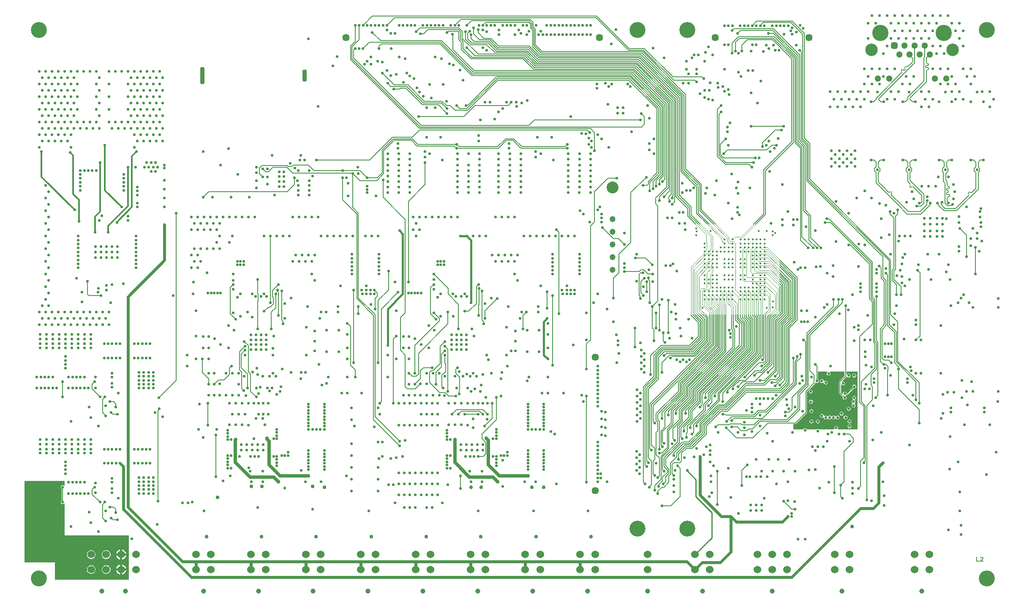
<source format=gbr>
G04*
G04 #@! TF.GenerationSoftware,Altium Limited,Altium Designer,23.4.1 (23)*
G04*
G04 Layer_Physical_Order=2*
G04 Layer_Color=6736896*
%FSLAX44Y44*%
%MOMM*%
G71*
G04*
G04 #@! TF.SameCoordinates,210523F5-4B5D-4388-949E-6639FD9C488E*
G04*
G04*
G04 #@! TF.FilePolarity,Positive*
G04*
G01*
G75*
%ADD16C,0.2540*%
%ADD17C,0.4064*%
%ADD220C,0.1524*%
%ADD225C,1.0000*%
%ADD227C,0.6096*%
%ADD228C,0.3048*%
%ADD229C,0.7112*%
%ADD230C,0.1016*%
G04:AMPARAMS|DCode=232|XSize=1.3mm|YSize=1.3mm|CornerRadius=0.325mm|HoleSize=0mm|Usage=FLASHONLY|Rotation=180.000|XOffset=0mm|YOffset=0mm|HoleType=Round|Shape=RoundedRectangle|*
%AMROUNDEDRECTD232*
21,1,1.3000,0.6500,0,0,180.0*
21,1,0.6500,1.3000,0,0,180.0*
1,1,0.6500,-0.3250,0.3250*
1,1,0.6500,0.3250,0.3250*
1,1,0.6500,0.3250,-0.3250*
1,1,0.6500,-0.3250,-0.3250*
%
%ADD232ROUNDEDRECTD232*%
%ADD233C,1.3000*%
%ADD234C,3.2500*%
%ADD235C,2.5000*%
%ADD236C,2.3900*%
%ADD237C,1.2000*%
%ADD238C,1.4500*%
%ADD239C,1.5240*%
G04:AMPARAMS|DCode=240|XSize=3.4mm|YSize=0.8mm|CornerRadius=0.2mm|HoleSize=0mm|Usage=FLASHONLY|Rotation=270.000|XOffset=0mm|YOffset=0mm|HoleType=Round|Shape=RoundedRectangle|*
%AMROUNDEDRECTD240*
21,1,3.4000,0.4000,0,0,270.0*
21,1,3.0000,0.8000,0,0,270.0*
1,1,0.4000,-0.2000,-1.5000*
1,1,0.4000,-0.2000,1.5000*
1,1,0.4000,0.2000,1.5000*
1,1,0.4000,0.2000,-1.5000*
%
%ADD240ROUNDEDRECTD240*%
G04:AMPARAMS|DCode=241|XSize=2.4mm|YSize=0.8mm|CornerRadius=0.2mm|HoleSize=0mm|Usage=FLASHONLY|Rotation=270.000|XOffset=0mm|YOffset=0mm|HoleType=Round|Shape=RoundedRectangle|*
%AMROUNDEDRECTD241*
21,1,2.4000,0.4000,0,0,270.0*
21,1,2.0000,0.8000,0,0,270.0*
1,1,0.4000,-0.2000,-1.0000*
1,1,0.4000,-0.2000,1.0000*
1,1,0.4000,0.2000,1.0000*
1,1,0.4000,0.2000,-1.0000*
%
%ADD241ROUNDEDRECTD241*%
%ADD242C,3.2000*%
%ADD243C,0.5500*%
%ADD244C,0.4500*%
%ADD245C,0.7500*%
G36*
X101600Y236528D02*
X100330Y236002D01*
X99777Y236555D01*
X98393Y237129D01*
X96894D01*
X95510Y236555D01*
X94451Y235496D01*
X93877Y234112D01*
Y232613D01*
X94451Y231229D01*
X95510Y230170D01*
X95831Y230037D01*
Y206525D01*
X95510Y206393D01*
X94451Y205333D01*
X93877Y203949D01*
Y202451D01*
X94451Y201067D01*
X95510Y200007D01*
X96894Y199434D01*
X98393D01*
X99777Y200007D01*
X100330Y200561D01*
X101600Y200035D01*
Y136525D01*
X230187D01*
Y47625D01*
X82550D01*
Y82550D01*
X21100D01*
Y246063D01*
X101600D01*
Y236528D01*
D02*
G37*
G36*
X1690688Y349250D02*
X1651798D01*
X1651119Y350520D01*
X1651410Y350956D01*
X1651702Y352425D01*
X1651410Y353894D01*
X1650578Y355140D01*
X1649332Y355973D01*
X1647863Y356265D01*
X1646393Y355973D01*
X1645147Y355140D01*
X1644315Y353894D01*
X1644023Y352425D01*
X1644315Y350956D01*
X1644606Y350520D01*
X1643927Y349250D01*
X1613339D01*
X1612782Y349622D01*
X1611313Y349915D01*
X1609843Y349622D01*
X1609286Y349250D01*
X1589381D01*
X1588628Y350378D01*
X1587382Y351210D01*
X1585912Y351502D01*
X1584443Y351210D01*
X1583197Y350378D01*
X1582444Y349250D01*
X1562100D01*
Y360137D01*
X1566862D01*
X1567556Y360275D01*
X1568144Y360668D01*
X1588782Y381306D01*
X1589175Y381894D01*
X1589313Y382588D01*
Y424699D01*
X1605438Y440825D01*
X1605831Y441413D01*
X1605969Y442107D01*
Y442657D01*
X1606403Y442955D01*
X1607239Y443219D01*
X1608256Y442540D01*
X1609725Y442248D01*
X1611194Y442540D01*
X1612440Y443372D01*
X1613273Y444618D01*
X1613565Y446087D01*
X1613273Y447557D01*
X1612440Y448803D01*
X1611538Y449406D01*
Y465137D01*
X1630290D01*
X1630675Y463867D01*
X1630297Y463615D01*
X1629465Y462369D01*
X1629173Y460900D01*
X1629465Y459431D01*
X1630297Y458185D01*
X1631543Y457352D01*
X1633013Y457060D01*
X1634482Y457352D01*
X1635728Y458185D01*
X1636560Y459431D01*
X1636852Y460900D01*
X1636560Y462369D01*
X1635728Y463615D01*
X1635350Y463867D01*
X1635735Y465137D01*
X1665062D01*
Y456363D01*
X1654481Y445782D01*
X1654088Y445194D01*
X1653950Y444500D01*
Y422275D01*
X1654088Y421581D01*
X1654481Y420993D01*
X1661659Y413814D01*
X1661448Y412750D01*
X1661740Y411281D01*
X1662572Y410035D01*
X1663818Y409202D01*
X1665287Y408910D01*
X1666757Y409202D01*
X1668003Y410035D01*
X1668835Y411281D01*
X1669127Y412750D01*
X1668835Y414219D01*
X1668003Y415465D01*
X1667182Y416013D01*
X1667165Y416059D01*
Y417378D01*
X1667182Y417424D01*
X1668003Y417972D01*
X1668605Y418875D01*
X1670050D01*
X1670744Y419013D01*
X1671332Y419406D01*
X1683273Y431347D01*
X1684337Y431135D01*
X1685807Y431427D01*
X1687053Y432260D01*
X1687885Y433506D01*
X1688177Y434975D01*
X1687885Y436444D01*
X1687053Y437690D01*
X1685807Y438522D01*
X1684337Y438815D01*
X1682868Y438522D01*
X1681622Y437690D01*
X1680790Y436444D01*
X1680498Y434975D01*
X1680709Y433911D01*
X1669718Y422920D01*
X1668250Y423033D01*
X1668003Y423403D01*
X1666757Y424235D01*
X1665287Y424527D01*
X1663818Y424235D01*
X1662572Y423403D01*
X1661740Y422157D01*
X1661491Y420906D01*
X1660825Y420537D01*
X1660212Y420389D01*
X1657575Y423026D01*
Y439051D01*
X1658845Y439436D01*
X1659397Y438610D01*
X1660643Y437777D01*
X1662112Y437485D01*
X1663582Y437777D01*
X1664828Y438610D01*
X1665660Y439856D01*
X1665952Y441325D01*
X1665660Y442794D01*
X1664828Y444040D01*
X1663582Y444873D01*
X1662112Y445165D01*
X1660643Y444873D01*
X1660196Y444574D01*
X1659386Y445560D01*
X1668157Y454331D01*
X1668550Y454919D01*
X1668596Y455152D01*
X1669931Y455351D01*
X1670510Y454485D01*
X1671756Y453652D01*
X1673225Y453360D01*
X1674694Y453652D01*
X1675940Y454485D01*
X1676772Y455731D01*
X1677065Y457200D01*
X1676772Y458669D01*
X1675940Y459915D01*
X1674694Y460747D01*
X1673225Y461040D01*
X1671756Y460747D01*
X1670510Y459915D01*
X1669958Y459089D01*
X1668688Y459474D01*
Y465137D01*
X1690688D01*
Y349250D01*
D02*
G37*
G36*
X1940141Y93796D02*
X1940255Y93783D01*
X1940408Y93770D01*
X1940560Y93745D01*
X1940725Y93707D01*
X1941093Y93618D01*
X1941284Y93555D01*
X1941474Y93478D01*
X1941652Y93389D01*
X1941843Y93275D01*
X1942008Y93161D01*
X1942173Y93021D01*
X1942186Y93008D01*
X1942211Y92983D01*
X1942249Y92945D01*
X1942300Y92881D01*
X1942363Y92805D01*
X1942440Y92716D01*
X1942503Y92615D01*
X1942592Y92488D01*
X1942668Y92348D01*
X1942732Y92208D01*
X1942871Y91878D01*
X1942922Y91688D01*
X1942960Y91497D01*
X1942986Y91294D01*
X1942998Y91078D01*
Y91065D01*
Y91053D01*
Y91014D01*
Y90964D01*
X1942986Y90837D01*
X1942973Y90672D01*
X1942935Y90481D01*
X1942897Y90265D01*
X1942833Y90049D01*
X1942757Y89821D01*
Y89808D01*
X1942744Y89795D01*
X1942706Y89719D01*
X1942655Y89592D01*
X1942579Y89440D01*
X1942465Y89249D01*
X1942338Y89046D01*
X1942186Y88818D01*
X1942008Y88576D01*
X1941995Y88551D01*
X1941944Y88500D01*
X1941855Y88398D01*
X1941728Y88259D01*
X1941551Y88081D01*
X1941347Y87865D01*
X1941081Y87611D01*
X1940941Y87471D01*
X1940776Y87319D01*
X1940763Y87306D01*
X1940738Y87281D01*
X1940700Y87243D01*
X1940636Y87192D01*
X1940484Y87052D01*
X1940306Y86874D01*
X1940116Y86697D01*
X1939938Y86519D01*
X1939773Y86366D01*
X1939709Y86290D01*
X1939658Y86239D01*
X1939646Y86227D01*
X1939620Y86188D01*
X1939569Y86138D01*
X1939519Y86074D01*
X1939392Y85909D01*
X1939277Y85731D01*
X1942998D01*
Y83991D01*
X1936445D01*
Y84004D01*
Y84030D01*
X1936458Y84093D01*
X1936471Y84157D01*
X1936483Y84246D01*
X1936509Y84347D01*
X1936534Y84461D01*
X1936559Y84588D01*
X1936648Y84880D01*
X1936763Y85198D01*
X1936902Y85528D01*
X1937080Y85858D01*
X1937093Y85871D01*
X1937106Y85896D01*
X1937144Y85947D01*
X1937195Y86023D01*
X1937258Y86112D01*
X1937334Y86214D01*
X1937423Y86341D01*
X1937537Y86481D01*
X1937677Y86646D01*
X1937829Y86824D01*
X1937995Y87014D01*
X1938185Y87230D01*
X1938401Y87446D01*
X1938642Y87687D01*
X1938896Y87941D01*
X1939176Y88208D01*
X1939188Y88221D01*
X1939227Y88259D01*
X1939290Y88322D01*
X1939379Y88398D01*
X1939480Y88500D01*
X1939595Y88602D01*
X1939849Y88856D01*
X1940116Y89122D01*
X1940370Y89376D01*
X1940484Y89503D01*
X1940573Y89618D01*
X1940662Y89719D01*
X1940725Y89808D01*
Y89821D01*
X1940738Y89833D01*
X1940789Y89910D01*
X1940852Y90024D01*
X1940928Y90164D01*
X1940992Y90342D01*
X1941055Y90532D01*
X1941106Y90735D01*
X1941119Y90951D01*
Y90964D01*
Y90976D01*
Y91053D01*
X1941106Y91167D01*
X1941081Y91307D01*
X1941030Y91459D01*
X1940979Y91624D01*
X1940890Y91777D01*
X1940776Y91916D01*
X1940763Y91929D01*
X1940712Y91967D01*
X1940636Y92031D01*
X1940535Y92094D01*
X1940408Y92145D01*
X1940242Y92208D01*
X1940065Y92246D01*
X1939849Y92259D01*
X1939747D01*
X1939646Y92246D01*
X1939519Y92221D01*
X1939366Y92170D01*
X1939214Y92107D01*
X1939061Y92018D01*
X1938922Y91904D01*
X1938909Y91891D01*
X1938871Y91840D01*
X1938807Y91751D01*
X1938744Y91624D01*
X1938680Y91459D01*
X1938617Y91256D01*
X1938566Y91014D01*
X1938528Y90735D01*
X1936661Y90913D01*
Y90926D01*
X1936674Y90976D01*
X1936687Y91065D01*
X1936699Y91167D01*
X1936725Y91294D01*
X1936763Y91434D01*
X1936801Y91599D01*
X1936852Y91777D01*
X1936991Y92132D01*
X1937068Y92323D01*
X1937169Y92500D01*
X1937283Y92678D01*
X1937410Y92843D01*
X1937550Y92996D01*
X1937702Y93135D01*
X1937715Y93148D01*
X1937741Y93161D01*
X1937791Y93199D01*
X1937855Y93237D01*
X1937944Y93288D01*
X1938045Y93351D01*
X1938172Y93415D01*
X1938312Y93478D01*
X1938452Y93529D01*
X1938630Y93593D01*
X1938807Y93656D01*
X1938998Y93707D01*
X1939201Y93745D01*
X1939430Y93783D01*
X1939658Y93796D01*
X1939900Y93809D01*
X1940039D01*
X1940141Y93796D01*
D02*
G37*
G36*
X1930781Y85642D02*
X1935683D01*
Y83991D01*
X1928813D01*
Y93681D01*
X1930781D01*
Y85642D01*
D02*
G37*
%LPC*%
G36*
X217022Y108124D02*
Y100182D01*
X224964D01*
X224458Y102072D01*
X223120Y104388D01*
X221228Y106280D01*
X218912Y107618D01*
X217022Y108124D01*
D02*
G37*
G36*
X212958Y108124D02*
X211068Y107618D01*
X208752Y106280D01*
X206860Y104388D01*
X205522Y102072D01*
X205016Y100182D01*
X212958D01*
Y108124D01*
D02*
G37*
G36*
X186147Y106786D02*
X183873D01*
X181677Y106198D01*
X179707Y105061D01*
X178099Y103453D01*
X176963Y101483D01*
X176374Y99287D01*
Y97013D01*
X176963Y94817D01*
X178099Y92847D01*
X179707Y91240D01*
X181677Y90103D01*
X183873Y89514D01*
X186147D01*
X188343Y90103D01*
X190313Y91240D01*
X191921Y92847D01*
X193057Y94817D01*
X193646Y97013D01*
Y99287D01*
X193057Y101483D01*
X191921Y103453D01*
X190313Y105061D01*
X188343Y106198D01*
X186147Y106786D01*
D02*
G37*
G36*
X156177D02*
X153903D01*
X151707Y106198D01*
X149737Y105061D01*
X148130Y103453D01*
X146993Y101483D01*
X146404Y99287D01*
Y97013D01*
X146993Y94817D01*
X148130Y92847D01*
X149737Y91240D01*
X151707Y90103D01*
X153903Y89514D01*
X156177D01*
X158373Y90103D01*
X160343Y91240D01*
X161950Y92847D01*
X163088Y94817D01*
X163676Y97013D01*
Y99287D01*
X163088Y101483D01*
X161950Y103453D01*
X160343Y105061D01*
X158373Y106198D01*
X156177Y106786D01*
D02*
G37*
G36*
X212958Y96118D02*
X205016D01*
X205522Y94228D01*
X206860Y91912D01*
X208752Y90020D01*
X211068Y88682D01*
X212958Y88176D01*
Y96118D01*
D02*
G37*
G36*
X224964D02*
X217022D01*
Y88176D01*
X218912Y88682D01*
X221228Y90020D01*
X223120Y91912D01*
X224458Y94228D01*
X224964Y96118D01*
D02*
G37*
G36*
X217022Y78154D02*
Y70212D01*
X224964D01*
X224458Y72102D01*
X223120Y74418D01*
X221228Y76310D01*
X218912Y77648D01*
X217022Y78154D01*
D02*
G37*
G36*
X212958Y78154D02*
X211068Y77648D01*
X208752Y76310D01*
X206860Y74418D01*
X205522Y72102D01*
X205016Y70212D01*
X212958D01*
Y78154D01*
D02*
G37*
G36*
X186147Y76816D02*
X183873D01*
X181677Y76227D01*
X179707Y75090D01*
X178099Y73483D01*
X176963Y71513D01*
X176374Y69317D01*
Y67043D01*
X176963Y64847D01*
X178099Y62877D01*
X179707Y61269D01*
X181677Y60132D01*
X183873Y59544D01*
X186147D01*
X188343Y60132D01*
X190313Y61269D01*
X191921Y62877D01*
X193057Y64847D01*
X193646Y67043D01*
Y69317D01*
X193057Y71513D01*
X191921Y73483D01*
X190313Y75090D01*
X188343Y76227D01*
X186147Y76816D01*
D02*
G37*
G36*
X156177D02*
X153903D01*
X151707Y76227D01*
X149737Y75090D01*
X148130Y73483D01*
X146993Y71513D01*
X146404Y69317D01*
Y67043D01*
X146993Y64847D01*
X148130Y62877D01*
X149737Y61269D01*
X151707Y60132D01*
X153903Y59544D01*
X156177D01*
X158373Y60132D01*
X160343Y61269D01*
X161950Y62877D01*
X163088Y64847D01*
X163676Y67043D01*
Y69317D01*
X163088Y71513D01*
X161950Y73483D01*
X160343Y75090D01*
X158373Y76227D01*
X156177Y76816D01*
D02*
G37*
G36*
X212958Y66148D02*
X205016D01*
X205522Y64258D01*
X206860Y61942D01*
X208752Y60050D01*
X211068Y58712D01*
X212958Y58206D01*
Y66148D01*
D02*
G37*
G36*
X224964D02*
X217022D01*
Y58206D01*
X218912Y58712D01*
X221228Y60050D01*
X223120Y61942D01*
X224458Y64258D01*
X224964Y66148D01*
D02*
G37*
G36*
X1684337Y461040D02*
X1682868Y460747D01*
X1681622Y459915D01*
X1680790Y458669D01*
X1680498Y457200D01*
X1680790Y455731D01*
X1681622Y454485D01*
X1682868Y453652D01*
X1684337Y453360D01*
X1685807Y453652D01*
X1687053Y454485D01*
X1687885Y455731D01*
X1688177Y457200D01*
X1687885Y458669D01*
X1687053Y459915D01*
X1685807Y460747D01*
X1684337Y461040D01*
D02*
G37*
G36*
X1619250Y449927D02*
X1617781Y449635D01*
X1616535Y448803D01*
X1615703Y447557D01*
X1615410Y446087D01*
X1615703Y444618D01*
X1616535Y443372D01*
X1617781Y442540D01*
X1619250Y442248D01*
X1620719Y442540D01*
X1621965Y443372D01*
X1622220Y443754D01*
X1623417Y443259D01*
X1623348Y442912D01*
X1623640Y441443D01*
X1624472Y440197D01*
X1625718Y439365D01*
X1627188Y439073D01*
X1628657Y439365D01*
X1629903Y440197D01*
X1630735Y441443D01*
X1631027Y442912D01*
X1630735Y444382D01*
X1629903Y445628D01*
X1628657Y446460D01*
X1627188Y446752D01*
X1625718Y446460D01*
X1624472Y445628D01*
X1624217Y445246D01*
X1623021Y445741D01*
X1623090Y446087D01*
X1622798Y447557D01*
X1621965Y448803D01*
X1620719Y449635D01*
X1619250Y449927D01*
D02*
G37*
G36*
X1597081Y428910D02*
X1595611Y428618D01*
X1594365Y427786D01*
X1593533Y426540D01*
X1593241Y425071D01*
X1593533Y423601D01*
X1594365Y422355D01*
X1595611Y421523D01*
X1597081Y421231D01*
X1598550Y421523D01*
X1599796Y422355D01*
X1600628Y423601D01*
X1600920Y425071D01*
X1600628Y426540D01*
X1599796Y427786D01*
X1598550Y428618D01*
X1597081Y428910D01*
D02*
G37*
G36*
X1597333Y408247D02*
X1595863Y407955D01*
X1594618Y407123D01*
X1593785Y405877D01*
X1593493Y404408D01*
X1593785Y402938D01*
X1594618Y401693D01*
X1595863Y400860D01*
X1597333Y400568D01*
X1598802Y400860D01*
X1600048Y401693D01*
X1600880Y402938D01*
X1601172Y404408D01*
X1600880Y405877D01*
X1600048Y407123D01*
X1598802Y407955D01*
X1597333Y408247D01*
D02*
G37*
G36*
X1684337Y416590D02*
X1682868Y416297D01*
X1681622Y415465D01*
X1680790Y414219D01*
X1680498Y412750D01*
X1680790Y411281D01*
X1681622Y410035D01*
X1681982Y409794D01*
X1681714Y408446D01*
X1681281Y408360D01*
X1680035Y407528D01*
X1679203Y406282D01*
X1678910Y404813D01*
X1679203Y403343D01*
X1680035Y402097D01*
X1680855Y401549D01*
X1680872Y401503D01*
Y400185D01*
X1680855Y400138D01*
X1680035Y399590D01*
X1679203Y398344D01*
X1678910Y396875D01*
X1679203Y395406D01*
X1680035Y394160D01*
X1681281Y393327D01*
X1682750Y393035D01*
X1684219Y393327D01*
X1685465Y394160D01*
X1686297Y395406D01*
X1686590Y396875D01*
X1686297Y398344D01*
X1685465Y399590D01*
X1684645Y400138D01*
X1684628Y400185D01*
Y401503D01*
X1684645Y401549D01*
X1685465Y402097D01*
X1686297Y403343D01*
X1686590Y404813D01*
X1686297Y406282D01*
X1685465Y407528D01*
X1685105Y407768D01*
X1685374Y409116D01*
X1685807Y409202D01*
X1687053Y410035D01*
X1687885Y411281D01*
X1688177Y412750D01*
X1687885Y414219D01*
X1687053Y415465D01*
X1685807Y416297D01*
X1684337Y416590D01*
D02*
G37*
G36*
X1673225Y394365D02*
X1671756Y394072D01*
X1670510Y393240D01*
X1669677Y391994D01*
X1669385Y390525D01*
X1669677Y389056D01*
X1670510Y387810D01*
X1671756Y386978D01*
X1673225Y386685D01*
X1674694Y386978D01*
X1675940Y387810D01*
X1676772Y389056D01*
X1677065Y390525D01*
X1676772Y391994D01*
X1675940Y393240D01*
X1674694Y394072D01*
X1673225Y394365D01*
D02*
G37*
G36*
X1598613Y389602D02*
X1597143Y389310D01*
X1595897Y388478D01*
X1595065Y387232D01*
X1594773Y385762D01*
X1595065Y384293D01*
X1595897Y383047D01*
X1597143Y382215D01*
X1598613Y381923D01*
X1600082Y382215D01*
X1601328Y383047D01*
X1602160Y384293D01*
X1602452Y385762D01*
X1602160Y387232D01*
X1601328Y388478D01*
X1600082Y389310D01*
X1598613Y389602D01*
D02*
G37*
G36*
X1658938Y384840D02*
X1657468Y384548D01*
X1656222Y383715D01*
X1655390Y382469D01*
X1655098Y381000D01*
X1655390Y379531D01*
X1656222Y378285D01*
X1657468Y377453D01*
X1658938Y377160D01*
X1660407Y377453D01*
X1661653Y378285D01*
X1662485Y379531D01*
X1662777Y381000D01*
X1662485Y382469D01*
X1661653Y383715D01*
X1660407Y384548D01*
X1658938Y384840D01*
D02*
G37*
G36*
X1666875Y376902D02*
X1665406Y376610D01*
X1664160Y375778D01*
X1663327Y374532D01*
X1663035Y373063D01*
X1663327Y371593D01*
X1664160Y370347D01*
X1665406Y369515D01*
X1666875Y369223D01*
X1668344Y369515D01*
X1669590Y370347D01*
X1670423Y371593D01*
X1670715Y373063D01*
X1670423Y374532D01*
X1669590Y375778D01*
X1668344Y376610D01*
X1666875Y376902D01*
D02*
G37*
G36*
X1619362Y380077D02*
X1617893Y379785D01*
X1616647Y378953D01*
X1615815Y377707D01*
X1615523Y376237D01*
X1615815Y374768D01*
X1616647Y373522D01*
X1617893Y372690D01*
X1619362Y372398D01*
X1620832Y372690D01*
X1622078Y373522D01*
X1622173Y373665D01*
X1623369Y373169D01*
X1623348Y373063D01*
X1623640Y371593D01*
X1624472Y370347D01*
X1625718Y369515D01*
X1627188Y369223D01*
X1628657Y369515D01*
X1629903Y370347D01*
X1630451Y371168D01*
X1630497Y371185D01*
X1631815D01*
X1631862Y371168D01*
X1632410Y370347D01*
X1633656Y369515D01*
X1635125Y369223D01*
X1636594Y369515D01*
X1637840Y370347D01*
X1638388Y371168D01*
X1638434Y371185D01*
X1639753D01*
X1639799Y371168D01*
X1640347Y370347D01*
X1641593Y369515D01*
X1643062Y369223D01*
X1644532Y369515D01*
X1645778Y370347D01*
X1646326Y371168D01*
X1646372Y371185D01*
X1647690D01*
X1647737Y371168D01*
X1648285Y370347D01*
X1649531Y369515D01*
X1651000Y369223D01*
X1652469Y369515D01*
X1653715Y370347D01*
X1654547Y371593D01*
X1654840Y373063D01*
X1654547Y374532D01*
X1653715Y375778D01*
X1652469Y376610D01*
X1651000Y376902D01*
X1649531Y376610D01*
X1648285Y375778D01*
X1647737Y374957D01*
X1647690Y374940D01*
X1646372D01*
X1646326Y374957D01*
X1645778Y375778D01*
X1644532Y376610D01*
X1643062Y376902D01*
X1641593Y376610D01*
X1640347Y375778D01*
X1639799Y374957D01*
X1639753Y374940D01*
X1638434D01*
X1638388Y374957D01*
X1637840Y375778D01*
X1636594Y376610D01*
X1635125Y376902D01*
X1633656Y376610D01*
X1632410Y375778D01*
X1631862Y374957D01*
X1631815Y374940D01*
X1630497D01*
X1630451Y374957D01*
X1629903Y375778D01*
X1628657Y376610D01*
X1627188Y376902D01*
X1625718Y376610D01*
X1624472Y375778D01*
X1624377Y375635D01*
X1623181Y376131D01*
X1623202Y376237D01*
X1622910Y377707D01*
X1622078Y378953D01*
X1620832Y379785D01*
X1619362Y380077D01*
D02*
G37*
G36*
X1674812Y368965D02*
X1673343Y368672D01*
X1672097Y367840D01*
X1671265Y366594D01*
X1670973Y365125D01*
X1671265Y363656D01*
X1672097Y362410D01*
X1673343Y361577D01*
X1674812Y361285D01*
X1676282Y361577D01*
X1677528Y362410D01*
X1678360Y363656D01*
X1678652Y365125D01*
X1678360Y366594D01*
X1677528Y367840D01*
X1676282Y368672D01*
X1674812Y368965D01*
D02*
G37*
G36*
X1611313D02*
X1609843Y368672D01*
X1608597Y367840D01*
X1607765Y366594D01*
X1607473Y365125D01*
X1607765Y363656D01*
X1608597Y362410D01*
X1609843Y361577D01*
X1611313Y361285D01*
X1612782Y361577D01*
X1614028Y362410D01*
X1614860Y363656D01*
X1615152Y365125D01*
X1614860Y366594D01*
X1614028Y367840D01*
X1612782Y368672D01*
X1611313Y368965D01*
D02*
G37*
G36*
X1598613D02*
X1597143Y368672D01*
X1595897Y367840D01*
X1595065Y366594D01*
X1594773Y365125D01*
X1595065Y363656D01*
X1595897Y362410D01*
X1597143Y361577D01*
X1598613Y361285D01*
X1600082Y361577D01*
X1601328Y362410D01*
X1602160Y363656D01*
X1602452Y365125D01*
X1602160Y366594D01*
X1601328Y367840D01*
X1600082Y368672D01*
X1598613Y368965D01*
D02*
G37*
G36*
X1674812Y359440D02*
X1673343Y359147D01*
X1672097Y358315D01*
X1671265Y357069D01*
X1670973Y355600D01*
X1671265Y354131D01*
X1672097Y352885D01*
X1673343Y352052D01*
X1674812Y351760D01*
X1676282Y352052D01*
X1677528Y352885D01*
X1678360Y354131D01*
X1678652Y355600D01*
X1678360Y357069D01*
X1677528Y358315D01*
X1676282Y359147D01*
X1674812Y359440D01*
D02*
G37*
%LPD*%
D16*
X1365010Y98150D02*
X1398587Y131728D01*
X1366837Y214312D02*
X1398587Y182563D01*
Y131728D02*
Y182563D01*
X1366837Y214312D02*
Y248437D01*
X1349375Y265899D02*
X1366837Y248437D01*
X1349375Y265899D02*
Y266700D01*
D17*
X895350Y736600D02*
X908050D01*
X915987Y603250D02*
Y728662D01*
X908050Y736600D02*
X915987Y728662D01*
X1062038Y565150D02*
X1068388Y571500D01*
X1062038Y498475D02*
Y565150D01*
Y498475D02*
X1069975Y490537D01*
X779463Y620713D02*
Y741363D01*
X773112Y747712D02*
X779463Y741363D01*
X749300Y590550D02*
X779463Y620713D01*
X749300Y517525D02*
Y590550D01*
D220*
X1779566Y1064724D02*
G03*
X1779566Y1067598I-1437J1437D01*
G01*
X1778860Y1071178D02*
G03*
X1778860Y1068304I1437J-1437D01*
G01*
X1781733Y1071178D02*
G03*
X1778860Y1071178I-1437J-1437D01*
G01*
X1783607Y1069304D02*
G03*
X1786481Y1069304I1437J1437D01*
G01*
X1786481Y1069304D02*
G03*
X1786481Y1072178I-1437J1437D01*
G01*
X1785313Y1076219D02*
G03*
X1785313Y1073345I1437J-1437D01*
G01*
X1788187Y1076219D02*
G03*
X1785313Y1076219I-1437J-1437D01*
G01*
X1788187Y1076219D02*
G03*
X1791061Y1076219I1437J1437D01*
G01*
X1913840Y818465D02*
G03*
X1913840Y821339I-1437J1437D01*
G01*
X1913122Y824931D02*
G03*
X1913122Y822057I1437J-1437D01*
G01*
X1915996Y824931D02*
G03*
X1913122Y824931I-1437J-1437D01*
G01*
X1916714Y824213D02*
G03*
X1919588Y824213I1437J1437D01*
G01*
X1870793Y838328D02*
G03*
X1872825Y836296I2032J0D01*
G01*
X1872825Y832232D02*
G03*
X1872825Y836296I0J2032D01*
G01*
X1871174Y832232D02*
G03*
X1871174Y828168I0J-2032D01*
G01*
X1871174Y824104D02*
G03*
X1871174Y828168I0J2032D01*
G01*
X1871174Y824104D02*
G03*
X1871174Y820040I0J-2032D01*
G01*
X1873702Y815976D02*
G03*
X1873702Y820040I0J2032D01*
G01*
X1872825Y815976D02*
G03*
X1870793Y813944I0J-2032D01*
G01*
X1801988Y836031D02*
G03*
X1799114Y836031I-1437J-1437D01*
G01*
X1795522Y835312D02*
G03*
X1798395Y835312I1437J1437D01*
G01*
X1795522Y838186D02*
G03*
X1795522Y835312I1437J-1437D01*
G01*
X1796240Y838904D02*
G03*
X1796240Y841778I-1437J1437D01*
G01*
X1752965Y825135D02*
G03*
X1755839Y825135I1437J1437D01*
G01*
X1759236Y825658D02*
G03*
X1756362Y825658I-1437J-1437D01*
G01*
X1759236Y822785D02*
G03*
X1759236Y825658I-1437J1437D01*
G01*
X1758712Y822261D02*
G03*
X1758712Y819388I1437J-1437D01*
G01*
X1828777Y1084707D02*
G03*
X1830809Y1082675I2032J0D01*
G01*
X1831333Y1078611D02*
G03*
X1831333Y1082675I0J2032D01*
G01*
X1829158Y1078611D02*
G03*
X1829158Y1074547I0J-2032D01*
G01*
X1831825Y1070483D02*
G03*
X1831825Y1074547I0J2032D01*
G01*
X1830809Y1070483D02*
G03*
X1828777Y1068451I0J-2032D01*
G01*
X760413Y530225D02*
X766762Y536575D01*
X760413Y401637D02*
Y530225D01*
X1287462Y298450D02*
Y342900D01*
X1293813Y255588D02*
Y292100D01*
X1290638Y252412D02*
X1293813Y255588D01*
X1287462Y298450D02*
X1293813Y292100D01*
X1335087Y214312D02*
Y271462D01*
X1298575Y196068D02*
X1316844D01*
X1335087Y214312D01*
X1330325Y276225D02*
X1335087Y271462D01*
X1290638Y225425D02*
X1298575Y233363D01*
X1303338D01*
X1312863Y242887D01*
X1290638Y220662D02*
Y225425D01*
X1296987Y295275D02*
X1312863Y311150D01*
Y347663D02*
X1333500Y368300D01*
X1312863Y311150D02*
Y347663D01*
X1298575Y301625D02*
X1309688Y312738D01*
Y349250D02*
X1320800Y360363D01*
X1309688Y312738D02*
Y349250D01*
X1300163Y323850D02*
X1302951Y321062D01*
X1303531D01*
X1300163Y323850D02*
Y344487D01*
X1301701Y239761D02*
X1306962Y245022D01*
Y254450D01*
X1300163Y246063D02*
Y253079D01*
X1292675Y235399D02*
Y238575D01*
X1292225Y234950D02*
X1292675Y235399D01*
Y238575D02*
X1300163Y246063D01*
X1306962Y254450D02*
X1312863Y260350D01*
X1409700Y198438D02*
Y265112D01*
X606425Y889000D02*
X712787D01*
X561975Y839788D02*
Y853053D01*
X547687Y825500D02*
X561975Y839788D01*
Y853053D02*
X562301Y853379D01*
X1825500Y1096074D02*
Y1118750D01*
X1824078Y1047888D02*
Y1094652D01*
X1825500Y1096074D01*
X1828777Y1092866D02*
Y1094027D01*
X1835700Y1100950D01*
X1805100Y1083613D02*
Y1118750D01*
X1733356Y1011869D02*
X1805100Y1083613D01*
X1801823Y1086981D02*
Y1092778D01*
X1794900Y1099701D02*
X1801823Y1092778D01*
X1794900Y1099701D02*
Y1100950D01*
X1737487Y1006475D02*
X1743075D01*
X1733356Y1010606D02*
X1737487Y1006475D01*
X1733356Y1010606D02*
Y1011869D01*
X1723263Y1006475D02*
X1728657Y1011869D01*
X1717675Y1006475D02*
X1723263D01*
X1798336Y1083494D02*
X1801823Y1086981D01*
X1779027Y1064185D02*
X1779566Y1064724D01*
X1779566Y1067598D02*
X1779566Y1067598D01*
X1778860Y1068304D02*
X1779566Y1067598D01*
X1778860Y1071178D02*
X1778860Y1071178D01*
X1781733Y1071178D02*
X1783607Y1069304D01*
X1783607Y1069304D02*
X1783607Y1069304D01*
X1786481Y1069304D02*
X1786481Y1069304D01*
X1786481Y1072178D02*
X1786481Y1072178D01*
X1785313Y1073345D02*
X1786481Y1072178D01*
X1785313Y1076219D02*
X1785313Y1076219D01*
X1788187Y1076219D02*
X1788187Y1076219D01*
X1788187Y1076219D02*
X1788187Y1076219D01*
X1791061D02*
X1798336Y1083494D01*
X1728657Y1013815D02*
X1779027Y1064185D01*
X1728657Y1011869D02*
Y1013815D01*
X1179512Y754062D02*
X1201738Y731837D01*
X1212125D01*
X1223962Y720000D01*
X1212850Y663200D02*
Y700088D01*
X1201738Y652087D02*
X1212850Y663200D01*
X1201738Y612775D02*
Y652087D01*
X1212850Y700088D02*
X1236663Y723900D01*
Y823815D01*
X1267667Y854820D01*
X1190625Y852487D02*
X1208087D01*
X1163637Y825500D02*
X1190625Y852487D01*
X1163637Y764800D02*
Y825500D01*
X1155700Y756862D02*
X1163637Y764800D01*
X1155700Y528638D02*
Y756862D01*
X1147763Y469900D02*
Y520700D01*
X1155700Y528638D01*
X1079500Y477837D02*
Y617395D01*
X1256616Y669200D02*
X1262787D01*
X1223962Y665911D02*
X1253326D01*
X1256616Y669200D01*
X1262787D02*
X1270903Y661084D01*
X1280331D01*
X1274787Y603274D02*
Y646797D01*
X1274762Y603250D02*
X1274787Y603274D01*
X1272259Y649325D02*
Y653476D01*
Y649325D02*
X1274787Y646797D01*
X1268412Y625475D02*
Y645331D01*
X1256518D02*
X1263650Y652462D01*
X1256518Y623082D02*
Y645331D01*
X1256616Y663575D02*
X1260475D01*
X1253344Y660303D02*
X1256616Y663575D01*
X1253344Y618319D02*
Y660303D01*
X1245494Y692850D02*
X1266125D01*
X1279525Y679450D01*
X720725Y368300D02*
X773112Y315912D01*
X720725Y368300D02*
Y577850D01*
X723900Y374650D02*
X773112Y325438D01*
X723900Y374650D02*
Y579437D01*
X488950Y621149D02*
X489731Y620367D01*
X488950Y605844D02*
X489731Y606626D01*
Y620367D01*
X488950Y621149D02*
Y649287D01*
X1744282Y487743D02*
X1753807D01*
X1739900Y492125D02*
X1744282Y487743D01*
X1739900Y492125D02*
Y549275D01*
X1747838Y557212D01*
X1092200Y581025D02*
Y744538D01*
X1087438Y749300D02*
X1092200Y744538D01*
X690563Y581025D02*
Y595312D01*
X514350Y602938D02*
Y736600D01*
X930275Y1144587D02*
Y1150938D01*
Y1144587D02*
X941387Y1133475D01*
X921569Y1142181D02*
Y1154066D01*
Y1142181D02*
X933450Y1130300D01*
X879475Y1111250D02*
Y1141115D01*
X879393Y1141198D02*
X879475Y1141115D01*
X892000Y1130475D02*
X896937Y1125537D01*
X871537Y1147763D02*
X889850D01*
X892000Y1130475D02*
Y1145612D01*
X889850Y1147763D02*
X892000Y1145612D01*
X830263Y1150938D02*
X891012D01*
X895350Y1131888D02*
X900113Y1127125D01*
X895350Y1131888D02*
Y1146600D01*
X891012Y1150938D02*
X895350Y1146600D01*
X813681Y1153931D02*
X892000D01*
X898525Y1147406D01*
Y1133475D02*
Y1147406D01*
Y1133475D02*
X930275Y1101725D01*
X868363Y1144587D02*
X871537Y1147763D01*
X821338Y1142012D02*
X830263Y1150938D01*
X806525Y1146775D02*
X813681Y1153931D01*
X930275Y1101725D02*
X1025525D01*
X1058863Y1106488D02*
X1260475D01*
X1044575Y1120775D02*
X1058863Y1106488D01*
X1044575Y1120775D02*
Y1152525D01*
X1042035Y1118593D02*
Y1151446D01*
Y1118593D02*
X1057315Y1103313D01*
X1039495Y1116330D02*
Y1150176D01*
X1035494Y1154177D02*
Y1161606D01*
Y1154177D02*
X1039495Y1150176D01*
Y1116330D02*
X1055687Y1100137D01*
X1038225Y1155256D02*
X1042035Y1151446D01*
X1038225Y1155256D02*
Y1162938D01*
X1040956Y1156144D02*
Y1165669D01*
Y1156144D02*
X1044575Y1152525D01*
X1346200Y871537D02*
Y1020762D01*
X941387Y1133475D02*
X955675D01*
X916000Y1133400D02*
X922275Y1127125D01*
X916000Y1133400D02*
Y1140425D01*
X904950Y1131813D02*
X915987Y1120775D01*
X904950Y1131813D02*
Y1146775D01*
X909638Y1131888D02*
Y1143569D01*
X913650Y1147581D01*
X814463Y1142012D02*
X821338D01*
X674688Y1117600D02*
X684000Y1126913D01*
Y1159475D01*
X677862Y1116496D02*
X692000Y1130633D01*
Y1159475D01*
X734975Y1128712D02*
X857250D01*
X718500Y1145188D02*
X734975Y1128712D01*
X896100Y1171575D02*
X1035050D01*
X1040956Y1165669D01*
X916925Y1168400D02*
X1032763D01*
X1038225Y1162938D01*
X1343025Y869950D02*
Y1019175D01*
X1031875Y1165225D02*
X1035494Y1161606D01*
X945722Y1165225D02*
X1031875D01*
X940000Y1159503D02*
X945722Y1165225D01*
X940000Y1159475D02*
Y1159503D01*
X908000Y1159475D02*
X916925Y1168400D01*
X884000Y1159475D02*
X896100Y1171575D01*
X763275Y1174750D02*
X1166813D01*
X1231900Y1109662D01*
X748000Y1159475D02*
X763275Y1174750D01*
X700000Y1159475D02*
X718450Y1177925D01*
X1167493D02*
X1232581Y1112838D01*
X718450Y1177925D02*
X1167493D01*
X1231900Y1109662D02*
X1262063D01*
X1232581Y1112838D02*
X1263650D01*
X869950Y425450D02*
Y509588D01*
X863600Y515938D02*
X869950Y509588D01*
X854075Y481110D02*
Y515938D01*
X871537Y415925D02*
X885825D01*
X864406Y423056D02*
X871537Y415925D01*
X853294Y423056D02*
X864406D01*
X833438Y442912D02*
X853294Y423056D01*
X833438Y442912D02*
Y463550D01*
X837419Y467531D01*
X840496D02*
X854075Y481110D01*
X837419Y467531D02*
X840496D01*
X857250Y474663D02*
Y500062D01*
X846137Y439738D02*
Y463550D01*
X857250Y474663D01*
X854075Y515938D02*
X863600Y525462D01*
X820738Y473075D02*
X838200D01*
X814388Y450981D02*
Y466725D01*
X820738Y473075D01*
X803275Y439869D02*
X814388Y450981D01*
X811212Y501650D02*
X869950Y560387D01*
X811212Y460375D02*
Y501650D01*
X806450Y455612D02*
X811212Y460375D01*
X798512Y455612D02*
X806450D01*
X739775Y814388D02*
X784225Y769938D01*
Y582612D02*
Y769938D01*
X774700Y573088D02*
X784225Y582612D01*
X774700Y508000D02*
Y573088D01*
X841375Y660400D02*
X870133Y631642D01*
Y620530D02*
Y631642D01*
Y620530D02*
X890587Y600075D01*
Y550863D02*
Y600075D01*
X932669Y599719D02*
Y632274D01*
X931862Y577850D02*
Y598913D01*
X932669Y599719D01*
X927100Y635000D02*
X931862Y639762D01*
X911225Y585788D02*
X927100Y601662D01*
Y635000D01*
X903288Y585788D02*
X911225D01*
X488950Y550863D02*
Y605844D01*
X750888Y628650D02*
Y666750D01*
X730250Y608013D02*
X750888Y628650D01*
X681038Y482600D02*
Y628650D01*
X1808163Y528638D02*
X1816100Y536575D01*
Y663575D01*
X1811337Y668337D02*
X1816100Y663575D01*
X923925Y998538D02*
X990600D01*
X811212Y976312D02*
X901700D01*
X923925Y998538D01*
X990600D02*
X996950Y1004887D01*
X1506537Y387350D02*
X1562100Y442912D01*
X1482725Y377825D02*
X1492250Y387350D01*
X1506537D01*
X1508125Y384175D02*
X1565275Y441325D01*
X1484312Y374650D02*
X1493837Y384175D01*
X1508125D01*
X1927225Y660400D02*
Y714375D01*
X1609725Y446087D02*
Y476250D01*
X1606550Y479425D02*
X1609725Y476250D01*
X1582737Y528638D02*
X1587066Y524309D01*
Y440891D02*
Y524309D01*
X1559731Y413556D02*
X1587066Y440891D01*
X1554065Y384175D02*
X1559731Y389841D01*
X1546225Y384175D02*
X1554065D01*
X1559731Y389841D02*
Y413556D01*
X1587500Y425450D02*
X1604156Y442107D01*
Y458006D01*
X1595437Y466725D02*
X1604156Y458006D01*
X1571625Y390525D02*
Y420687D01*
X1589606Y438669D02*
Y541856D01*
X1571625Y420687D02*
X1589606Y438669D01*
X1574800Y419100D02*
X1592263Y436562D01*
X1574800Y388937D02*
Y419100D01*
X1592263Y436562D02*
Y539750D01*
X1587500Y382588D02*
Y425450D01*
X739775Y814388D02*
Y849313D01*
X784225Y434975D02*
Y498475D01*
X774700Y508000D02*
X784225Y498475D01*
Y434975D02*
X788988Y430213D01*
X804431D02*
X814388Y440169D01*
X788988Y430213D02*
X804431D01*
X1068388Y592137D02*
Y625475D01*
X1020762Y577850D02*
X1027113Y584200D01*
X1020762Y550863D02*
Y577850D01*
X944563Y587375D02*
X968375Y611188D01*
X944563Y571500D02*
Y587375D01*
X1458913Y236537D02*
Y266700D01*
X1470025Y277812D01*
X1147763Y242887D02*
Y415925D01*
X1709738Y207962D02*
Y396875D01*
X895350Y230187D02*
Y255588D01*
X966787Y368300D02*
Y413531D01*
X938213Y339725D02*
X966787Y368300D01*
X938213Y330200D02*
Y339725D01*
X945579Y300037D02*
Y322834D01*
X938213Y330200D02*
X945579Y322834D01*
X940816Y295275D02*
X945579Y300037D01*
X930275Y295275D02*
X940816D01*
X892231Y420155D02*
Y427900D01*
X893763Y429431D01*
X885825Y415925D02*
Y415925D01*
X790575Y644525D02*
Y806450D01*
X823913Y839788D01*
Y884238D01*
X1666875Y455612D02*
Y596900D01*
X1655762Y444500D02*
X1666875Y455612D01*
X1655762Y422275D02*
Y444500D01*
Y422275D02*
X1665287Y412750D01*
X1734392Y677117D02*
X1738313Y673197D01*
X1747838Y661988D02*
X1751013Y658812D01*
Y557212D02*
Y658812D01*
Y417513D02*
Y467253D01*
X1751794Y468034D02*
Y475468D01*
X1751013Y467253D02*
X1751794Y468034D01*
X1738313Y652462D02*
Y673197D01*
Y652462D02*
X1744662Y646113D01*
Y558800D02*
Y646113D01*
X1736725Y550863D02*
X1744662Y558800D01*
X1736725Y485775D02*
X1743075Y479425D01*
X1736725Y485775D02*
Y550863D01*
X1747838Y557212D02*
Y647840D01*
X1741487Y654191D02*
X1747838Y647840D01*
X1751013Y557212D02*
X1765300Y542925D01*
Y482600D02*
Y542925D01*
Y482600D02*
X1773237Y474663D01*
Y469907D02*
Y474663D01*
X1753807Y487743D02*
X1758950Y482600D01*
X1741487Y654191D02*
Y695325D01*
X1589088Y847725D02*
Y919163D01*
Y847725D02*
X1741487Y695325D01*
X1768475Y484188D02*
Y544512D01*
X1592263Y849313D02*
Y920750D01*
Y849313D02*
X1754187Y687387D01*
Y558800D02*
Y687387D01*
Y558800D02*
X1768475Y544512D01*
X1757363Y579437D02*
X1771650Y565150D01*
X1595437Y850900D02*
Y922337D01*
Y850900D02*
X1757363Y688975D01*
Y579437D02*
Y688975D01*
X1771650Y485775D02*
Y565150D01*
X1763712Y671513D02*
Y773112D01*
X1755775Y781050D02*
Y785813D01*
Y781050D02*
X1763712Y773112D01*
X1771650Y781050D02*
Y788988D01*
X1766888Y776288D02*
X1771650Y781050D01*
X1766888Y669925D02*
Y776288D01*
X1760538Y668337D02*
X1763712Y671513D01*
X1760538Y647700D02*
Y668337D01*
Y647700D02*
X1768475Y639762D01*
Y619125D02*
Y639762D01*
X1763712Y666750D02*
X1766888Y669925D01*
X1763712Y649287D02*
Y666750D01*
Y649287D02*
X1778000Y635000D01*
Y619125D02*
Y635000D01*
X1747838Y479425D02*
X1751794Y475468D01*
X1743075Y479425D02*
X1747838D01*
X1814512Y361950D02*
Y388937D01*
X1773237Y430213D02*
Y469907D01*
Y430213D02*
X1814512Y388937D01*
X1697038Y234950D02*
Y285750D01*
X1692275Y230187D02*
X1697038Y234950D01*
X1695450Y403225D02*
Y534987D01*
X1714500Y611188D02*
X1720533Y605155D01*
X1697038Y285750D02*
X1703387Y292100D01*
X1695450Y403225D02*
X1703387Y395288D01*
Y292100D02*
Y395288D01*
X1695450Y534987D02*
X1720533Y560070D01*
Y605155D01*
X1723073Y524410D02*
Y607378D01*
X1714500Y611188D02*
Y681038D01*
X1676991Y718547D02*
X1714500Y681038D01*
X1673225Y719137D02*
X1673816Y718547D01*
X1676991D01*
X1703387Y282575D02*
X1706562Y285750D01*
Y396875D01*
X1698625Y404813D02*
Y444500D01*
Y404813D02*
X1706562Y396875D01*
X1698625Y444500D02*
X1725612Y471488D01*
X1723073Y524410D02*
X1725612Y521870D01*
Y471488D02*
Y521870D01*
X1717675Y612775D02*
X1723073Y607378D01*
X1717675Y612775D02*
Y682625D01*
X1636712Y763587D02*
X1717675Y682625D01*
X1625600Y763587D02*
X1636712D01*
X1720850Y614362D02*
Y684212D01*
X1633537Y771525D02*
X1720850Y684212D01*
X1628775Y771525D02*
X1633537D01*
X1709738Y396875D02*
X1720850Y407988D01*
Y434975D01*
X1717675Y438150D02*
Y458787D01*
Y438150D02*
X1720850Y434975D01*
X1717675Y458787D02*
X1728788Y469900D01*
Y522287D01*
X1725612Y525462D02*
X1728788Y522287D01*
X1725612Y525462D02*
Y609600D01*
X1720850Y614362D02*
X1725612Y609600D01*
X1263650Y961205D02*
Y976312D01*
X1257300Y982663D02*
X1263650Y976312D01*
X1032068Y958850D02*
X1043180Y969962D01*
X1255713D01*
X1163637Y908050D02*
Y944675D01*
X1155813Y952500D02*
X1163637Y944675D01*
X813276Y952500D02*
X1155813D01*
X814864Y955675D02*
X1258120D01*
X1263650Y961205D01*
X815975Y958850D02*
X1032068D01*
X1895574Y752475D02*
X1909763Y738287D01*
Y695325D02*
Y738287D01*
X1350963Y776288D02*
X1366837Y760413D01*
X1350963Y776288D02*
Y792162D01*
X1354138Y777875D02*
X1371600Y760413D01*
X1354138Y777875D02*
Y793750D01*
X1357312Y779463D02*
X1376362Y760413D01*
X1357312Y779463D02*
Y795338D01*
X1368425Y781978D02*
Y835025D01*
Y781978D02*
X1389991Y760413D01*
X1371600Y782950D02*
Y836612D01*
Y782950D02*
X1394138Y760413D01*
X1374775Y787775D02*
Y838200D01*
Y787775D02*
X1402137Y760413D01*
X1377950Y788988D02*
Y839788D01*
Y788988D02*
X1406525Y760413D01*
X1411288Y358775D02*
X1433513D01*
X1406525Y354012D02*
X1411288Y358775D01*
X1427348Y352239D02*
X1447800Y331787D01*
X1435100Y360363D02*
X1457325D01*
X1433513Y358775D02*
X1435100Y360363D01*
X1447800Y331787D02*
X1454150D01*
X1454781Y331787D02*
X1481138D01*
X1454150Y331787D02*
X1454781Y331787D01*
X1438275Y354012D02*
X1450212D01*
X1457325Y360363D02*
X1459694Y357994D01*
X1483531D01*
X1428750Y365125D02*
X1438275Y374650D01*
X1484312D01*
X1438275Y366712D02*
X1443038Y371475D01*
X1500188D01*
X1420813Y379412D02*
X1425575D01*
X1427162Y377825D01*
X1481138Y331787D02*
X1511300Y361950D01*
X1566862D01*
X1587500Y382588D01*
X1595437Y466725D02*
Y538162D01*
X1660525Y603250D02*
Y609600D01*
X1595437Y538162D02*
X1660525Y603250D01*
X1472430Y350032D02*
X1480332D01*
X1469280Y346881D02*
X1472430Y350032D01*
X1457343Y346881D02*
X1469280D01*
X1450212Y354012D02*
X1457343Y346881D01*
X1480332Y350032D02*
X1495425Y365125D01*
X1550988D01*
X1574800Y388937D01*
X1592263Y539750D02*
X1652587Y600075D01*
Y609600D01*
X1483531Y357994D02*
X1493837Y368300D01*
X1549400D01*
X1571625Y390525D01*
X1589606Y541856D02*
X1643062Y595312D01*
Y609600D01*
X1500188Y371475D02*
X1568450Y439738D01*
Y484188D01*
X1576387Y492125D01*
Y500062D01*
X1565275Y441325D02*
Y485775D01*
X1570038Y490537D01*
Y495300D01*
X1427162Y377825D02*
X1482725D01*
X1562100Y442912D02*
Y492125D01*
X1149350Y949325D02*
X1154112Y944563D01*
X812800Y949325D02*
X1149350D01*
X798512Y935038D02*
X812800Y949325D01*
X758825Y935038D02*
X798512D01*
X712787Y889000D02*
X758825Y935038D01*
X1907817Y812442D02*
X1913840Y818465D01*
X1913122Y822057D02*
X1913840Y821339D01*
X1913122Y822057D02*
X1913122Y822057D01*
X1913122Y824931D02*
X1913122Y824931D01*
X1915996Y824931D02*
X1915996Y824931D01*
X1916714Y824213D01*
X1916714Y824213D02*
X1916714Y824213D01*
X1919588D02*
X1923000Y827625D01*
X1887538Y792162D02*
X1907817Y812442D01*
X1923000Y827625D02*
X1928051Y832675D01*
X1866128Y792162D02*
X1887538D01*
X1928051Y832675D02*
Y864459D01*
X1932749Y830729D02*
Y864459D01*
X1889484Y787464D02*
X1932749Y830729D01*
X1808753Y829265D02*
X1819548Y818470D01*
Y805202D02*
Y818470D01*
X1796225Y848439D02*
X1824247Y820416D01*
X1870793Y838328D02*
Y841813D01*
X1872825Y836296D02*
X1872825D01*
X1871174Y832232D02*
X1872825D01*
X1871174Y828168D02*
X1871174D01*
X1871174Y824104D02*
X1871174D01*
X1871174Y820040D02*
X1873702D01*
X1872825Y815976D02*
X1873702D01*
X1870793Y809118D02*
Y813944D01*
Y841813D02*
Y845257D01*
Y806156D02*
Y809118D01*
Y806156D02*
X1873250Y803699D01*
Y803275D02*
Y803699D01*
X1866094Y802591D02*
Y843311D01*
X1863007Y846398D02*
Y865144D01*
Y846398D02*
X1866094Y843311D01*
X1801988Y836031D02*
X1808753Y829265D01*
X1798395Y835312D02*
X1799114Y836031D01*
X1798395Y835312D02*
Y835312D01*
X1795522D02*
X1795522Y835312D01*
Y838186D02*
X1796240Y838904D01*
X1792828Y845191D02*
X1796240Y841778D01*
X1791526Y846493D02*
X1792828Y845191D01*
X1791526Y846493D02*
Y864459D01*
X1741540Y836560D02*
X1752965Y825135D01*
X1752965Y825135D02*
X1752965Y825135D01*
X1755839D02*
X1756362Y825658D01*
X1759236Y825658D02*
X1759236Y825658D01*
X1759236Y825658D02*
X1759236Y825658D01*
X1759236D02*
X1759236Y825658D01*
X1758712Y822261D02*
X1759236Y822785D01*
X1758712Y819388D02*
X1758712Y819388D01*
X1762125Y815975D01*
X1738323Y839777D02*
X1741540Y836560D01*
X1762125Y815975D02*
X1775477Y802623D01*
X1735001Y836454D02*
X1772155Y799300D01*
X1790341Y781114D01*
X1737085Y841015D02*
X1738323Y839777D01*
X1775477Y802623D02*
X1792287Y785813D01*
X1733763Y837692D02*
X1735001Y836454D01*
X1792287Y785813D02*
X1816100D01*
X1790341Y781114D02*
X1818046D01*
X1732724Y845376D02*
X1737085Y841015D01*
X1732724Y845376D02*
Y864459D01*
X1733763Y837692D02*
X1733763D01*
X1728026Y843429D02*
X1733763Y837692D01*
X1728026Y843429D02*
Y864459D01*
X1932749Y884999D02*
X1936750Y889000D01*
X1943100D01*
X1932749Y875441D02*
Y884999D01*
X1917700Y889000D02*
X1924050D01*
X1928051Y875441D02*
Y884999D01*
X1924050Y889000D02*
X1928051Y884999D01*
X1873250Y889000D02*
X1879600D01*
X1869250Y875441D02*
Y884999D01*
X1873250Y889000D01*
X1864550Y875441D02*
Y884999D01*
X1854200Y889000D02*
X1860550D01*
X1864550Y884999D01*
X1800225Y889000D02*
X1806575D01*
X1796225Y884999D02*
X1800225Y889000D01*
X1796225Y875441D02*
Y884999D01*
X1791526Y875441D02*
Y884999D01*
X1781175Y889000D02*
X1787525D01*
X1791526Y884999D01*
X1728026Y875441D02*
Y884999D01*
X1717675Y889000D02*
X1724025D01*
X1728026Y884999D01*
X1732724Y875441D02*
Y884999D01*
X1736725Y889000D02*
X1743075D01*
X1732724Y884999D02*
X1736725Y889000D01*
X1836442Y802979D02*
X1836738Y803275D01*
X1818046Y781114D02*
X1836442Y799509D01*
Y802979D01*
X1816100Y785813D02*
X1829627Y799339D01*
Y807277D01*
X1867706Y848344D02*
Y862057D01*
X1861356Y866795D02*
X1863007Y865144D01*
X1861356Y872246D02*
X1864550Y875441D01*
X1861356Y866795D02*
Y872246D01*
X1872444Y866795D02*
Y872246D01*
X1867706Y862057D02*
X1872444Y866795D01*
X1869250Y875441D02*
X1872444Y872246D01*
X1867706Y848344D02*
X1870793Y845257D01*
X1866094Y802591D02*
X1870954Y797731D01*
X1878231D01*
X1880600Y800100D01*
X1881187D01*
X1853486Y798159D02*
Y799957D01*
X1858185Y800105D02*
Y801982D01*
X1860550Y804346D01*
X1864182Y787464D02*
X1889484D01*
X1858185Y800105D02*
X1866128Y792162D01*
X1850587Y802838D02*
X1850605D01*
X1853486Y799957D01*
Y798159D02*
X1864182Y787464D01*
X1860550Y804346D02*
Y804863D01*
X1932749Y875441D02*
X1935944Y872246D01*
Y867654D02*
Y872246D01*
X1932749Y864459D02*
X1935944Y867654D01*
X1924856Y872246D02*
X1928051Y875441D01*
X1924856Y867654D02*
X1928051Y864459D01*
X1924856Y867654D02*
Y872246D01*
X1829627Y807277D02*
X1830388Y808037D01*
X1732724Y875441D02*
X1735919Y872246D01*
Y867654D02*
Y872246D01*
X1732724Y864459D02*
X1735919Y867654D01*
X1724831D02*
Y872246D01*
X1728026Y875441D01*
X1724831Y867654D02*
X1728026Y864459D01*
X1796225D02*
X1799419Y867654D01*
X1796225Y848439D02*
Y864459D01*
X1824247Y803256D02*
Y820416D01*
X1817917Y796925D02*
X1824247Y803256D01*
X1809750Y796925D02*
X1817917D01*
X1788331Y872246D02*
X1791526Y875441D01*
X1788331Y867654D02*
Y872246D01*
Y867654D02*
X1791526Y864459D01*
X1814995Y803758D02*
X1818104D01*
X1796225Y875441D02*
X1799419Y872246D01*
X1814512Y803275D02*
X1814995Y803758D01*
X1818104D02*
X1819548Y805202D01*
X1799419Y867654D02*
Y872246D01*
X658812Y868363D02*
X693737D01*
X601662D02*
X658812D01*
Y809625D02*
Y854075D01*
Y809625D02*
X687387Y781050D01*
X679070Y794130D02*
X690563Y782637D01*
X679070Y794130D02*
Y862393D01*
X687387Y611188D02*
Y781050D01*
Y611188D02*
X720725Y577850D01*
X690563Y612775D02*
Y782637D01*
Y612775D02*
X723900Y579437D01*
X379412Y814388D02*
X390525Y825500D01*
X547687D01*
X1263650Y1112838D02*
X1320800Y1055687D01*
X1379538D01*
X1382713Y1052513D01*
X1365250Y1049337D02*
X1368425Y1046162D01*
X1322388Y1049337D02*
X1365250D01*
X1262063Y1109662D02*
X1322388Y1049337D01*
X879475Y1111250D02*
X922337Y1068388D01*
X1241425D01*
X896937Y1111250D02*
Y1125537D01*
Y1111250D02*
X915987Y1092200D01*
X1020762D01*
X917575Y1095375D02*
X1022350D01*
X900113Y1112838D02*
Y1127125D01*
Y1112838D02*
X917575Y1095375D01*
X920750Y1065212D02*
X1239837D01*
X857250Y1128712D02*
X920750Y1065212D01*
X855663Y1125537D02*
X919163Y1062038D01*
X712625Y1125537D02*
X855663D01*
X736600Y1122363D02*
X854075D01*
X917575Y1058863D01*
X915987Y1120775D02*
X947738D01*
X674688Y1091089D02*
X813276Y952500D01*
X681038Y1093788D02*
X815975Y958850D01*
X681038Y1093788D02*
Y1109950D01*
X674688Y1091089D02*
Y1117600D01*
X677862Y1092676D02*
X814864Y955675D01*
X677862Y1092676D02*
Y1116496D01*
X1260475Y1106488D02*
X1346200Y1020762D01*
X1057315Y1103313D02*
X1258887D01*
X1343025Y1019175D01*
X1055687Y1100137D02*
X1257300D01*
X1339850Y1017588D01*
Y868363D02*
Y1017588D01*
X1336675Y866775D02*
Y1016000D01*
X1255713Y1096963D02*
X1336675Y1016000D01*
X1052513Y1093788D02*
X1254125D01*
X1333500Y819150D02*
Y1014413D01*
X1254125Y1093788D02*
X1333500Y1014413D01*
X1252538Y1090612D02*
X1330325Y1012825D01*
Y817562D02*
Y1012825D01*
X1327150Y815975D02*
Y1011237D01*
X1049337Y1087438D02*
X1250950D01*
Y1087438D02*
X1327150Y1011237D01*
X1047750Y1084262D02*
X1249362D01*
X1323975Y1009650D01*
Y815878D02*
Y1009650D01*
X1247775Y1081087D02*
X1320800Y1008063D01*
Y817660D02*
Y1008063D01*
X1044575Y1077913D02*
X1246188D01*
X1317625Y1006475D01*
Y820738D02*
Y1006475D01*
X1042988Y1074737D02*
X1244600D01*
X1314450Y827087D02*
Y1004887D01*
X1244600Y1074737D02*
X1314450Y1004887D01*
X1243012Y1071562D02*
X1311275Y1003300D01*
X1041400Y1071562D02*
X1243012D01*
X1311275Y833438D02*
Y1003300D01*
X1308100Y835025D02*
Y1001712D01*
X1241425Y1068388D02*
X1308100Y1001712D01*
X1304925Y850900D02*
Y1000125D01*
X1239837Y1065212D02*
X1304925Y1000125D01*
X919163Y1062038D02*
X1238250D01*
X1301750Y857250D02*
Y998538D01*
X1238250Y1062038D02*
X1301750Y998538D01*
X917575Y1058863D02*
X1236663D01*
X1298575Y858838D02*
Y996950D01*
X1236663Y1058863D02*
X1298575Y996950D01*
X1295400Y860425D02*
Y995362D01*
X1235075Y1055687D02*
X1295400Y995362D01*
X1233487Y1052513D02*
X1292225Y993775D01*
Y862012D02*
Y993775D01*
X1289050Y863600D02*
Y992188D01*
X1231900Y1049337D02*
X1289050Y992188D01*
X590550Y879475D02*
X601662Y868363D01*
X693737D02*
X708025Y854075D01*
X560387Y879475D02*
X590550D01*
X557212Y876300D02*
X560387Y879475D01*
X678644Y862819D02*
X679070Y862393D01*
Y862393D02*
Y862393D01*
X559164Y862819D02*
X678644D01*
X679070Y862393D02*
X693737Y847725D01*
X547270Y874713D02*
X559164Y862819D01*
X496888Y877887D02*
X548128D01*
X549716Y876300D02*
X557212D01*
X548128Y877887D02*
X549716Y876300D01*
X519113Y874713D02*
X547270D01*
X509588Y865188D02*
X519113Y874713D01*
X498475Y871537D02*
X504825Y865188D01*
X509588D01*
X492125Y873125D02*
X496888Y877887D01*
X492125Y862012D02*
Y873125D01*
Y862012D02*
X498475Y855663D01*
X693737Y847725D02*
X727075D01*
X741363Y862012D01*
Y908050D01*
X762000Y928688D01*
X796925D01*
X738187Y909638D02*
X760413Y931862D01*
X728662Y854075D02*
X738187Y863600D01*
Y909638D01*
X760413Y931862D02*
X798512D01*
X796925Y928688D02*
X808037Y917575D01*
X882650D01*
X798512Y931862D02*
X809625Y920750D01*
X887412D01*
X882650Y917575D02*
X887412Y912812D01*
X708025Y854075D02*
X728662D01*
X774700Y1033463D02*
X785813D01*
X761194Y1031094D02*
X772331D01*
X774700Y1033463D01*
X785813D02*
X819150Y1000125D01*
X850900D01*
X868363Y982663D01*
X749300Y1042988D02*
X755650Y1036637D01*
X787400D01*
X820738Y1003300D01*
X857250D01*
X868363Y992188D01*
X887412Y920750D02*
X892175Y915987D01*
X969962D01*
X985837Y931862D01*
X1001712D01*
X1017588Y915987D01*
X1104900D01*
X1109662Y920750D01*
X1016000Y912812D02*
X1109662D01*
X1000125Y928688D02*
X1016000Y912812D01*
X987425Y928688D02*
X1000125D01*
X971550Y912812D02*
X987425Y928688D01*
X887412Y912812D02*
X971550D01*
X1416050Y920750D02*
X1427162Y931862D01*
X1416050Y900113D02*
Y920750D01*
Y900113D02*
X1422400Y893763D01*
X1485900D01*
X1409700Y990600D02*
X1417637Y998538D01*
X1409700Y896937D02*
Y990600D01*
Y896937D02*
X1425575Y881062D01*
X1473200D01*
X1479550Y874713D01*
X1412875Y981075D02*
X1417637Y985837D01*
X1412875Y898525D02*
Y981075D01*
Y898525D02*
X1427162Y884238D01*
X1482725D01*
X1430338Y909638D02*
X1509174D01*
X1422400Y901700D02*
X1430338Y909638D01*
X1509174D02*
X1518699Y919163D01*
X1528763D01*
X1477962Y957262D02*
X1543050D01*
X1525587Y949325D02*
X1538288D01*
X1500188Y923925D02*
X1525587Y949325D01*
X1500188Y915987D02*
Y923925D01*
X1574800Y1109662D02*
X1577975Y1106488D01*
Y930275D02*
Y1106488D01*
X1488890Y1167765D02*
X1559560D01*
X1584325Y1143000D01*
Y933450D02*
Y1143000D01*
Y933450D02*
X1595437Y922337D01*
X1557337Y1165225D02*
X1581150Y1141413D01*
Y931862D02*
Y1141413D01*
Y931862D02*
X1592263Y920750D01*
X1577975Y930275D02*
X1589088Y919163D01*
X1768475Y484188D02*
X1808163Y444500D01*
X1771650Y485775D02*
X1814512Y442912D01*
X1480000Y1158875D02*
X1488890Y1167765D01*
X1502350Y1165225D02*
X1557337D01*
X1496000Y1158875D02*
X1502350Y1165225D01*
X1814512Y401637D02*
Y442912D01*
X1808163Y407988D02*
Y444500D01*
X1439863Y1123989D02*
X1452523Y1136650D01*
X1524000D01*
X1454150Y1133475D02*
X1522413D01*
X1446212Y1125537D02*
X1454150Y1133475D01*
X1458913Y1108075D02*
Y1119187D01*
X1470025Y1130300D02*
X1520825D01*
X1458913Y1119187D02*
X1470025Y1130300D01*
X1439863Y1103313D02*
Y1123989D01*
X1446212Y1108075D02*
Y1125537D01*
X1450500Y1143000D02*
X1456850Y1149350D01*
X1520825D01*
X1450500Y1143000D02*
Y1143000D01*
X1520825Y1130300D02*
X1558925Y1092200D01*
Y925512D02*
Y1092200D01*
X1522413Y1133475D02*
X1562100Y1093788D01*
Y923925D02*
Y1093788D01*
X1524000Y1136650D02*
X1565275Y1095375D01*
X1512000Y1143000D02*
X1522413D01*
X1568450Y1096963D01*
Y925512D02*
Y1096963D01*
X1520825Y1149350D02*
X1571625Y1098550D01*
X1439863Y1149350D02*
X1443038Y1152525D01*
X1522413D01*
X1574800Y1100137D01*
Y928688D02*
Y1100137D01*
X1579563Y735013D02*
X1601788Y712787D01*
X1579563Y735013D02*
Y914400D01*
X1568450Y925512D02*
X1579563Y914400D01*
X1593850Y728662D02*
Y776288D01*
X1582737Y787400D02*
X1593850Y776288D01*
Y728662D02*
X1609725Y712787D01*
X1571625Y927100D02*
X1582737Y915987D01*
X1571625Y927100D02*
Y1098550D01*
X1582737Y787400D02*
Y915987D01*
X1503362Y869950D02*
X1558925Y925512D01*
X1503362Y781050D02*
Y869950D01*
X1482725Y760413D02*
X1503362Y781050D01*
X681038Y1109950D02*
X683925Y1112838D01*
X738187Y1063625D02*
X762000Y1039812D01*
X789891D02*
X822422Y1007281D01*
X762000Y1039812D02*
X789891D01*
X822422Y1007281D02*
X858031D01*
X866775Y998538D01*
X874713D01*
X884238Y989013D01*
X969962Y1049337D02*
X1231900D01*
X884238Y989013D02*
X909638D01*
X969962Y1049337D01*
X968375Y1052513D02*
X1233487D01*
X893763Y992188D02*
X908050D01*
X968375Y1052513D01*
X906912Y998987D02*
X910087D01*
X906462Y998538D02*
X906912Y998987D01*
X966787Y1055687D02*
X1235075D01*
X910087Y998987D02*
X966787Y1055687D01*
X887412Y998538D02*
X893763Y992188D01*
X731925Y1117688D02*
X736600Y1122363D01*
X731925Y1112838D02*
Y1117688D01*
X699925Y1112838D02*
X712625Y1125537D01*
X1033463Y1117600D02*
X1054100Y1096963D01*
X971550Y1117600D02*
X1033463D01*
X955675Y1133475D02*
X971550Y1117600D01*
X1031875Y1114425D02*
X1052513Y1093788D01*
X954088Y1130300D02*
X969962Y1114425D01*
X1031875D01*
X933450Y1130300D02*
X954088D01*
X1030287Y1111250D02*
X1050925Y1090612D01*
X968375Y1111250D02*
X1030287D01*
X952500Y1127125D02*
X968375Y1111250D01*
X922275Y1127125D02*
X952500D01*
X1028700Y1108075D02*
X1049337Y1087438D01*
X909638Y1131888D02*
X917575Y1123950D01*
X966787Y1108075D02*
X1028700D01*
X950912Y1123950D02*
X966787Y1108075D01*
X917575Y1123950D02*
X950912D01*
X1027113Y1104900D02*
X1047750Y1084262D01*
X963613Y1104900D02*
X1027113D01*
X947738Y1120775D02*
X963613Y1104900D01*
X1025525Y1101725D02*
X1046162Y1081087D01*
X1023938Y1098550D02*
X1044575Y1077913D01*
X907925Y1114425D02*
X923800Y1098550D01*
X1023938D01*
X1022350Y1095375D02*
X1042988Y1074737D01*
X1020762Y1092200D02*
X1041400Y1071562D01*
X1046162Y1081087D02*
X1247775D01*
X1050925Y1090612D02*
X1252538D01*
X1054100Y1096963D02*
X1255713D01*
X958850Y371475D02*
Y401637D01*
X942975Y355600D02*
X958850Y371475D01*
X404813Y254000D02*
Y338138D01*
X1330325Y817562D02*
X1354138Y793750D01*
X1312863Y815975D02*
X1317625Y820738D01*
X1313956Y806944D02*
X1314450Y806450D01*
X1312863Y811310D02*
X1313956Y810216D01*
X1312863Y811310D02*
Y815975D01*
X1313956Y806944D02*
Y810216D01*
X1324756Y805644D02*
Y815096D01*
X1323975Y815878D02*
X1324756Y815096D01*
X1319212Y800100D02*
X1324756Y805644D01*
X1281113Y831850D02*
Y846137D01*
X1295400Y860425D01*
X1303338Y815975D02*
X1314450Y827087D01*
X1336675Y866775D02*
X1368425Y835025D01*
X1293813Y849313D02*
X1301750Y857250D01*
X1293813Y841375D02*
Y849313D01*
X1300163Y846137D02*
X1304925Y850900D01*
X1287462Y847725D02*
X1298575Y858838D01*
X1287462Y836612D02*
Y847725D01*
X1319706Y816566D02*
X1320800Y817660D01*
X1319706Y813294D02*
Y816566D01*
X1319212Y812800D02*
X1319706Y813294D01*
X1271588Y846137D02*
X1289050Y863600D01*
X1271588Y841375D02*
Y846137D01*
X1268412Y838200D02*
X1271588Y841375D01*
X1260475Y838200D02*
X1268412D01*
X1339850Y868363D02*
X1371600Y836612D01*
X1333500Y819150D02*
X1357312Y795338D01*
X1327150Y815975D02*
X1350963Y792162D01*
X1343025Y869950D02*
X1374775Y838200D01*
X1274762Y844550D02*
X1292225Y862012D01*
X1274762Y827087D02*
Y844550D01*
X1346200Y871537D02*
X1377950Y839788D01*
X1293813Y815975D02*
X1311275Y833438D01*
X1293813Y808037D02*
Y815975D01*
X1285875Y801687D02*
Y812800D01*
X1308100Y835025D01*
X1285875Y801687D02*
X1290638Y796925D01*
Y606425D02*
Y796925D01*
X1279525Y595312D02*
X1290638Y606425D01*
X1279525Y552547D02*
X1282700Y549372D01*
Y527050D02*
Y549372D01*
X1279525Y552547D02*
Y595312D01*
X803275Y517525D02*
X852487Y566738D01*
Y571500D01*
X841375Y582612D02*
X852487Y571500D01*
X869950Y560387D02*
Y584200D01*
X792162Y461963D02*
X798512Y455612D01*
X803275Y461963D02*
Y517525D01*
X885825Y461963D02*
Y469900D01*
Y461963D02*
X893763Y454025D01*
Y429431D02*
Y454025D01*
X885825Y469900D02*
X889000Y473075D01*
X1597025Y733425D02*
X1617663Y712787D01*
X1585912Y788988D02*
Y917575D01*
X1574800Y928688D02*
X1585912Y917575D01*
Y788988D02*
X1597025Y777875D01*
Y733425D02*
Y777875D01*
X1565275Y923925D02*
Y1095375D01*
Y923925D02*
X1576387Y912812D01*
Y728662D02*
Y912812D01*
Y728662D02*
X1592263Y712787D01*
X1506537Y868363D02*
X1562100Y923925D01*
X1506537Y779837D02*
Y868363D01*
X1487112Y760413D02*
X1506537Y779837D01*
X1727200Y412750D02*
X1731962Y417513D01*
X1728788Y526512D02*
X1731962Y523337D01*
Y417513D02*
Y523337D01*
X1728788Y526512D02*
Y615950D01*
X1253344Y618319D02*
X1255263Y616399D01*
Y611637D02*
Y616399D01*
X1256518Y623082D02*
X1262063Y617537D01*
X1255263Y611637D02*
X1255713Y611188D01*
X1287462Y552450D02*
Y582612D01*
X1293813Y547687D02*
Y598488D01*
X1311275Y542925D02*
Y608013D01*
X1244600Y514350D02*
Y552450D01*
X1301750Y527050D02*
Y542925D01*
Y527050D02*
X1304925Y523875D01*
X668337Y561975D02*
X674688Y555625D01*
Y477837D02*
Y555625D01*
Y477837D02*
X684212Y468312D01*
Y454025D02*
Y468312D01*
X325438Y447675D02*
Y782637D01*
X290513Y412750D02*
X325438Y447675D01*
X290513Y412750D02*
Y412750D01*
X377825Y463550D02*
Y490537D01*
X390525Y439738D02*
Y450850D01*
X377825Y463550D02*
X390525Y450850D01*
X288925Y204788D02*
Y387374D01*
X291814Y390262D01*
X388937Y357188D02*
Y401637D01*
X857250Y500062D02*
X863600Y506413D01*
Y482062D02*
Y498475D01*
X865188Y465137D02*
Y480475D01*
X863600Y482062D02*
X865188Y480475D01*
X858056Y457909D02*
X860425Y460278D01*
X858056Y434169D02*
Y457909D01*
X860425Y460278D02*
Y460375D01*
X858056Y434169D02*
X860425Y431800D01*
Y460375D02*
X865188Y465137D01*
X736600Y404813D02*
Y590550D01*
X733425Y401637D02*
X736600Y404813D01*
X468312Y431800D02*
Y460375D01*
X455612Y473075D02*
X468312Y460375D01*
X528638Y625475D02*
Y628650D01*
X530225Y577850D02*
Y623887D01*
X528638Y625475D02*
X530225Y623887D01*
X723900Y590550D02*
Y611188D01*
X730250Y482600D02*
Y608013D01*
X518348Y627885D02*
X530225Y639762D01*
X501650Y585788D02*
X509457Y593595D01*
X512848D01*
X519894Y600641D01*
Y613490D01*
X518348Y615036D02*
X519894Y613490D01*
X518348Y615036D02*
Y627885D01*
X474663Y425450D02*
X485775Y414338D01*
X474663Y425450D02*
Y460375D01*
X469900Y465137D02*
X474663Y460375D01*
X409575Y447806D02*
X420819D01*
X431800Y458787D01*
Y471488D01*
X436562Y476250D01*
X401637Y439869D02*
X409575Y447806D01*
X455612Y473075D02*
Y500062D01*
X456406Y431006D02*
X460375Y427038D01*
X456406Y431006D02*
Y464247D01*
X452438Y468215D02*
X456406Y464247D01*
X452438Y468215D02*
Y504825D01*
X515541Y551259D02*
Y551956D01*
X515938Y550863D02*
Y584200D01*
X524681Y592943D01*
Y620713D01*
X723900Y611188D02*
X728662Y615950D01*
Y622300D01*
X722050Y628913D02*
X728662Y622300D01*
X455612Y500062D02*
X463550Y508000D01*
X452438Y504825D02*
X463550Y515938D01*
X877887Y379412D02*
X887412Y388937D01*
X939800D01*
X949325Y379412D01*
X890587D02*
X896937Y385762D01*
X933450D01*
X939800Y379412D01*
X903288D02*
X930275D01*
X736600Y590550D02*
X769938Y623887D01*
X1358900Y311150D02*
X1387475Y339725D01*
X1347787Y311150D02*
X1358900D01*
X1346200Y314325D02*
X1357312D01*
X1344612Y317500D02*
X1355725D01*
X1664037Y305138D02*
X1682750Y323850D01*
X1664037Y244169D02*
Y305138D01*
X1682750Y323850D02*
Y331250D01*
X1674612Y339388D02*
X1682750Y331250D01*
X1664037Y339388D02*
X1674612D01*
X1657188Y237319D02*
X1664037Y244169D01*
X1657188Y214475D02*
X1660525Y211138D01*
X1657188Y214475D02*
Y237319D01*
X1312863Y242887D02*
Y255588D01*
X1284288Y236537D02*
X1296987Y249237D01*
X1284288Y227013D02*
Y236537D01*
X1296987Y249237D02*
Y295275D01*
X1273175Y233363D02*
X1277937Y238125D01*
Y285750D01*
X1262063Y242887D02*
X1265238Y239713D01*
X1262063Y242887D02*
Y434975D01*
X1281113Y260350D02*
X1284288Y257175D01*
X1281113Y260350D02*
Y285750D01*
X1265238Y277812D02*
Y433387D01*
Y277812D02*
X1268412Y274638D01*
Y285750D02*
Y431800D01*
Y285750D02*
X1271588Y282575D01*
X1281113Y365125D02*
Y396875D01*
Y365125D02*
X1284288Y361950D01*
X1287462Y366712D02*
X1290061Y364114D01*
X1287462Y366712D02*
Y381000D01*
X1331913Y425450D01*
X1290061Y345499D02*
Y364114D01*
X1290638Y368300D02*
X1293813Y365125D01*
X1290638Y379412D02*
X1335087Y423862D01*
X1290638Y368300D02*
Y379412D01*
X1293813Y309562D02*
Y365125D01*
X1298575Y371475D02*
Y382588D01*
X1311275Y385762D02*
X1344612Y419100D01*
X1311275Y377825D02*
Y385762D01*
X1327150Y387350D02*
X1354138Y414338D01*
X1327150Y381000D02*
Y387350D01*
X1374775Y393700D02*
X1379538Y398462D01*
Y419100D01*
X1312863Y255588D02*
X1316037Y258762D01*
Y280987D01*
X1312863Y260350D02*
Y269875D01*
X1319212Y260350D02*
Y279400D01*
Y260350D02*
X1322388Y257175D01*
X1319212Y279400D02*
X1322388Y282575D01*
X1335087D01*
X1338262Y285750D01*
Y301625D01*
X1347787Y311150D01*
X1387475Y339725D02*
Y355600D01*
X1417637Y385762D01*
X1430338D01*
X1468438Y423862D01*
X1538288D01*
X1554162Y439738D01*
Y552450D01*
X1331913Y288925D02*
Y300037D01*
X1346200Y314325D01*
X1357312D02*
X1384300Y341312D01*
Y357188D01*
X1416050Y388937D01*
X1428750D01*
X1466850Y427038D01*
X1536700D01*
X1550988Y441325D01*
Y554038D01*
X1316037Y280987D02*
X1328737Y293687D01*
Y301625D01*
X1344612Y317500D01*
X1355725D02*
X1381125Y342900D01*
Y358775D01*
X1414462Y392113D01*
X1427162D01*
X1465262Y430213D02*
X1535112D01*
X1427162Y392113D02*
X1465262Y430213D01*
X1535112D02*
X1547812Y442912D01*
Y555625D01*
X1544637Y447675D02*
Y557212D01*
X1535112Y438150D02*
X1544637Y447675D01*
X1450975Y434975D02*
X1460500Y444500D01*
X1525587Y436562D02*
X1541463Y452438D01*
Y558800D01*
X1519238Y442912D02*
X1527175D01*
X1538288Y454025D02*
Y560387D01*
X1527175Y442912D02*
X1538288Y454025D01*
X1468438Y438150D02*
X1504950D01*
X1528763Y449263D02*
X1535112Y455612D01*
X1504950Y438150D02*
X1516062Y449263D01*
X1528763D01*
X1354138Y320675D02*
X1377950Y344487D01*
X1322388Y296863D02*
Y301625D01*
X1341438Y320675D01*
X1354138D01*
X1352550Y323850D02*
X1374775Y346075D01*
X1339850Y323850D02*
X1352550D01*
X1306512Y290513D02*
X1339850Y323850D01*
X1306512Y276225D02*
Y290513D01*
Y276225D02*
X1312863Y269875D01*
X1377950Y344487D02*
Y360363D01*
X1412875Y395288D02*
X1425575D01*
X1377950Y360363D02*
X1412875Y395288D01*
X1425575D02*
X1468438Y438150D01*
X1535112Y455612D02*
Y561975D01*
X1531938Y461963D02*
Y563563D01*
X1525587Y455612D02*
X1531938Y461963D01*
X1374775Y346075D02*
Y361950D01*
X1411288Y398462D01*
X1423987D01*
X1466850Y441325D01*
X1503362D01*
X1528763Y466725D01*
Y565150D01*
X1495425Y447675D02*
X1504950D01*
X1525587Y468312D01*
Y566738D01*
X1484312Y457200D02*
X1490663Y463550D01*
X1484312Y444500D02*
X1519238Y479425D01*
X1460500Y444500D02*
X1484312D01*
X1509713Y484188D02*
Y574675D01*
X1498600Y476250D02*
X1501775Y479425D01*
X1504950D01*
X1509713Y484188D01*
X1503362Y482600D02*
X1506537Y485775D01*
X1493837Y482600D02*
X1503362D01*
X1465262Y454025D02*
X1493837Y482600D01*
X1500188Y488950D02*
X1503362Y492125D01*
Y579437D01*
X1522413Y474663D02*
Y568325D01*
X1511300Y463550D02*
X1522413Y474663D01*
X1519238Y479425D02*
Y569912D01*
X1490663Y463550D02*
X1498600D01*
X1516062Y481012D02*
Y571500D01*
X1498600Y463550D02*
X1516062Y481012D01*
X1485900Y466725D02*
X1497012D01*
X1466850Y447675D02*
X1485900Y466725D01*
X1441450Y430213D02*
Y434558D01*
X1454567Y447675D01*
X1466850D01*
X1512888Y482600D02*
Y573088D01*
X1497012Y466725D02*
X1512888Y482600D01*
X1506537Y485775D02*
Y577850D01*
X1298575Y463550D02*
Y482600D01*
X1274762Y311150D02*
Y400050D01*
X1397000Y522287D01*
X1277937Y398462D02*
X1400175Y520700D01*
X1277937Y317500D02*
Y398462D01*
X1281113Y396875D02*
X1403350Y519113D01*
X1365250Y495300D02*
X1393825Y523875D01*
X1316037Y492125D02*
X1319212Y495300D01*
X1365250D01*
X1363663Y498475D02*
X1390650Y525462D01*
X1298575Y482600D02*
X1314450Y498475D01*
X1363663D01*
X1362075Y501650D02*
X1387475Y527050D01*
X1303338Y496888D02*
X1308100Y501650D01*
X1362075D01*
X1360488Y504825D02*
X1384300Y528638D01*
X1271588Y292100D02*
Y430213D01*
X1303338Y504825D02*
X1360488D01*
X1292225Y493713D02*
X1303338Y504825D01*
X1292225Y450850D02*
Y493713D01*
X1271588Y430213D02*
X1292225Y450850D01*
X1358900Y508000D02*
X1381125Y530225D01*
X1301750Y508000D02*
X1358900D01*
X1289050Y495300D02*
X1301750Y508000D01*
X1268412Y431800D02*
X1289050Y452438D01*
Y495300D01*
X1357312Y511175D02*
X1377950Y531813D01*
X1300163Y511175D02*
X1357312D01*
X1285875Y496888D02*
X1300163Y511175D01*
X1265238Y433387D02*
X1285875Y454025D01*
Y496888D01*
X1354138Y517525D02*
X1371600Y534987D01*
Y563563D01*
X1296987Y517525D02*
X1354138D01*
X1355725Y514350D02*
X1374775Y533400D01*
X1298575Y514350D02*
X1355725D01*
X1282700Y498475D02*
X1298575Y514350D01*
X1282700Y455612D02*
Y498475D01*
X1262063Y434975D02*
X1282700Y455612D01*
X1276350Y458787D02*
Y496888D01*
X1296987Y517525D01*
X1430338Y423862D02*
Y427038D01*
X1500188Y496888D02*
Y578136D01*
X1430338Y427038D02*
X1500188Y496888D01*
X1497012Y498475D02*
Y579437D01*
X1420813Y404813D02*
Y422275D01*
X1497012Y498475D01*
X1368425Y355600D02*
Y360363D01*
X1414462Y406400D02*
Y420687D01*
X1368425Y360363D02*
X1414462Y406400D01*
X1493837Y500062D02*
Y577850D01*
X1414462Y420687D02*
X1493837Y500062D01*
X1490663Y501650D02*
Y576263D01*
X1362075Y342900D02*
Y358775D01*
X1358900Y339725D02*
X1362075Y342900D01*
X1411288Y407988D02*
Y422275D01*
X1362075Y358775D02*
X1411288Y407988D01*
Y422275D02*
X1490663Y501650D01*
X1404937Y420687D02*
X1487487Y503237D01*
X1404937Y415925D02*
Y420687D01*
X1487487Y503237D02*
Y574675D01*
X1398587Y403225D02*
Y419100D01*
X1392238Y396875D02*
X1398587Y403225D01*
X1355725Y357188D02*
X1385887Y387350D01*
X1395412Y407988D02*
Y420687D01*
X1385887Y387350D02*
Y398462D01*
X1395412Y407988D01*
X1349375Y355600D02*
X1382713Y388937D01*
X1392238Y409575D02*
Y422275D01*
X1382713Y388937D02*
Y400050D01*
X1392238Y409575D01*
X1355725Y352425D02*
Y357188D01*
X1347787Y341851D02*
X1349375Y343438D01*
X1347787Y333375D02*
Y341851D01*
X1349375Y343438D02*
Y355600D01*
X1343025Y354012D02*
X1358900Y369888D01*
X1343025Y346075D02*
Y354012D01*
X1398587Y419100D02*
X1484312Y504825D01*
Y573088D01*
X1481138Y506413D02*
Y570988D01*
X1395412Y420687D02*
X1481138Y506413D01*
X1477962Y508000D02*
Y569912D01*
X1392238Y422275D02*
X1477962Y508000D01*
X1385887Y420687D02*
X1474787Y509588D01*
X1385887Y412750D02*
Y420687D01*
X1474787Y509588D02*
Y568325D01*
X1471613Y511175D02*
Y566738D01*
X1379538Y419100D02*
X1471613Y511175D01*
X1358900Y385762D02*
X1376362Y403225D01*
X1358900Y369888D02*
Y385762D01*
X1355725Y387350D02*
X1373188Y404813D01*
X1336675Y333375D02*
X1339850Y330200D01*
X1336675Y333375D02*
Y352425D01*
X1355725Y371475D01*
Y387350D01*
X1309688Y262604D02*
Y267863D01*
X1300163Y253079D02*
X1309688Y262604D01*
X1303338Y292100D02*
X1333500Y322262D01*
X1303338Y274213D02*
Y292100D01*
Y274213D02*
X1309688Y267863D01*
X1352550Y388937D02*
X1370013Y406400D01*
X1333500Y322262D02*
Y354012D01*
X1352550Y373063D02*
Y388937D01*
X1333500Y354012D02*
X1352550Y373063D01*
X1346200Y387350D02*
X1366837Y407988D01*
X1346200Y381000D02*
Y387350D01*
X1339850Y385762D02*
X1363663Y409575D01*
X1300163Y268288D02*
X1303338Y265112D01*
X1300163Y268288D02*
Y293687D01*
X1330325Y323850D02*
Y355600D01*
X1300163Y293687D02*
X1330325Y323850D01*
Y355600D02*
X1339850Y365125D01*
Y385762D01*
X1320800Y330200D02*
X1323975Y327025D01*
X1320800Y330200D02*
Y350838D01*
X1336675Y366712D01*
Y387350D01*
X1333500Y368300D02*
Y388937D01*
X1357312Y412750D01*
X1293813Y301625D02*
X1298575D01*
X1320800Y385762D02*
X1350963Y415925D01*
X1320800Y360363D02*
Y385762D01*
X1296987Y317500D02*
X1300163Y314325D01*
X1296987Y317500D02*
Y346075D01*
X1317625Y387350D02*
X1347787Y417513D01*
X1317625Y361950D02*
Y387350D01*
X1300163Y344487D02*
X1317625Y361950D01*
X1304925Y354012D02*
Y384175D01*
X1296987Y346075D02*
X1304925Y354012D01*
X1298575Y382588D02*
X1338262Y422275D01*
X1287462Y342900D02*
X1290061Y345499D01*
X1284288Y288925D02*
Y311150D01*
X1281113Y285750D02*
X1284288Y288925D01*
X1277937Y317500D02*
X1284288Y311150D01*
X1274762D02*
X1277937Y307975D01*
X1271588Y292100D02*
X1277937Y285750D01*
X1376362Y403225D02*
Y420687D01*
X1468438Y512762D01*
Y565150D01*
X1373188Y404813D02*
Y422275D01*
X1465262Y514350D02*
Y563563D01*
X1373188Y422275D02*
X1465262Y514350D01*
X1370013Y406400D02*
Y423862D01*
X1462088Y515938D02*
Y561975D01*
X1370013Y423862D02*
X1462088Y515938D01*
X1458913Y517525D02*
Y560387D01*
X1366837Y407988D02*
Y425450D01*
X1458913Y517525D01*
X1363663Y409575D02*
Y427038D01*
X1454150Y517525D01*
Y560387D01*
X1446212Y568325D02*
X1454150Y560387D01*
X1442193Y552513D02*
Y579437D01*
X1336675Y387350D02*
X1360488Y411162D01*
Y428625D01*
X1444625Y512762D01*
X1442193Y552513D02*
X1444625Y550082D01*
Y512762D02*
Y550082D01*
X1438275Y550703D02*
Y579437D01*
X1357312Y412750D02*
Y430213D01*
X1441450Y514350D01*
X1438275Y550703D02*
X1441450Y547528D01*
Y514350D02*
Y547528D01*
X1354138Y414338D02*
Y431800D01*
X1427162Y504825D02*
Y579437D01*
X1354138Y431800D02*
X1427162Y504825D01*
X1423987Y506413D02*
Y579437D01*
X1350963Y415925D02*
Y433387D01*
X1423987Y506413D01*
X1420813Y508000D02*
Y579437D01*
X1347787Y417513D02*
Y434975D01*
X1420813Y508000D01*
X1344612Y419100D02*
Y436562D01*
X1341438Y420687D02*
Y438150D01*
X1304925Y384175D02*
X1341438Y420687D01*
X1338262Y422275D02*
Y439738D01*
X1335087Y423862D02*
Y441325D01*
X1331913Y425450D02*
Y442912D01*
X1417637Y509588D02*
Y579437D01*
X1344612Y436562D02*
X1417637Y509588D01*
X1414462Y511175D02*
Y579437D01*
X1341438Y438150D02*
X1414462Y511175D01*
X1411288Y512762D02*
Y579437D01*
X1338262Y439738D02*
X1411288Y512762D01*
X1408625Y514863D02*
Y579437D01*
X1335087Y441325D02*
X1408625Y514863D01*
X1406085Y517085D02*
Y579437D01*
X1331913Y442912D02*
X1406085Y517085D01*
X1403350Y519113D02*
Y579437D01*
X1400175Y520700D02*
Y579437D01*
X1397000Y522287D02*
Y579437D01*
X1393825Y523875D02*
Y579437D01*
X1390650Y525462D02*
Y574675D01*
X1387475Y527050D02*
Y573088D01*
X1384300Y528638D02*
Y569912D01*
X1381125Y530225D02*
Y568325D01*
X1377950Y531813D02*
Y566738D01*
X1374775Y533400D02*
Y565150D01*
X1357312Y577850D02*
X1371600Y563563D01*
X1357312Y577850D02*
Y579437D01*
X1385887D02*
X1390650Y574675D01*
X1506537Y577850D02*
X1508125Y579437D01*
X1535112Y646113D02*
X1541463Y639762D01*
Y582612D02*
Y639762D01*
X1525587Y566738D02*
X1541463Y582612D01*
X1535112Y663575D02*
X1554162Y644525D01*
Y576263D02*
Y644525D01*
X1538288Y560387D02*
X1554162Y576263D01*
X1535112Y674688D02*
X1560513Y649287D01*
Y573088D02*
Y649287D01*
X1544637Y557212D02*
X1560513Y573088D01*
X1535112Y585788D02*
Y636138D01*
X1519238Y569912D02*
X1528763Y579437D01*
X1512888Y573088D02*
X1519238Y579437D01*
X1492399Y579288D02*
X1493837Y577850D01*
X1492399Y579288D02*
Y579437D01*
X1476851Y575274D02*
X1481138Y570988D01*
X1476851Y575274D02*
Y579437D01*
X1460500Y573088D02*
X1468438Y565150D01*
X1460500Y573088D02*
Y579437D01*
X1488625Y578300D02*
Y579437D01*
Y578300D02*
X1490663Y576263D01*
X1472625Y575250D02*
Y579437D01*
Y575250D02*
X1477962Y569912D01*
X1535112Y679450D02*
X1563687Y650875D01*
Y571500D02*
Y650875D01*
X1547812Y555625D02*
X1563687Y571500D01*
X1452563D02*
X1462088Y561975D01*
X1452563Y571500D02*
Y579437D01*
X1374775D02*
X1384300Y569912D01*
X1360488Y579437D02*
X1374775Y565150D01*
X1535112Y650875D02*
X1544637Y641350D01*
Y581025D02*
Y641350D01*
X1528763Y565150D02*
X1544637Y581025D01*
X1456625Y572200D02*
Y579437D01*
Y572200D02*
X1465262Y563563D01*
X1828777Y1084707D02*
Y1092866D01*
X1830809Y1082675D02*
X1831333D01*
X1829158Y1078611D02*
X1831333D01*
X1829158Y1074547D02*
X1831825D01*
X1830809Y1070483D02*
X1831825D01*
X1828777Y1063625D02*
Y1068451D01*
Y1045941D02*
Y1063625D01*
X1796225Y1013389D02*
X1828777Y1045941D01*
X1791526Y1015335D02*
X1824078Y1047888D01*
X1796225Y1011237D02*
Y1013389D01*
X1791526Y1011237D02*
Y1015335D01*
X1796225Y1011237D02*
X1800987Y1006475D01*
X1786763D02*
X1791526Y1011237D01*
X1800987Y1006475D02*
X1806575D01*
X1781175D02*
X1786763D01*
X1365250Y579437D02*
X1377950Y566738D01*
X1370013Y579437D02*
X1381125Y568325D01*
Y579437D02*
X1387475Y573088D01*
X1446212Y568325D02*
Y579437D01*
X1449388Y569912D02*
Y579437D01*
Y569912D02*
X1458913Y560387D01*
X1464625Y573725D02*
X1471613Y566738D01*
X1468438Y574675D02*
X1474787Y568325D01*
X1480625Y576775D02*
X1484312Y573088D01*
X1464625Y573725D02*
Y579437D01*
X1468438Y574675D02*
Y579437D01*
X1484399Y577763D02*
X1487487Y574675D01*
X1509713D02*
X1514475Y579437D01*
X1480625Y576775D02*
Y579437D01*
X1500188Y578136D02*
X1500399Y578347D01*
X1484399Y577763D02*
Y579437D01*
X1500399Y578347D02*
Y579437D01*
X1554162Y552450D02*
X1570038Y568325D01*
X1550988Y554038D02*
X1566862Y569912D01*
X1541463Y558800D02*
X1557337Y574675D01*
X1535112Y561975D02*
X1550988Y577850D01*
X1531938Y563563D02*
X1547812Y579437D01*
X1522413Y568325D02*
X1533525Y579437D01*
X1516062Y571500D02*
X1524000Y579437D01*
X1535112Y581025D02*
X1538288Y584200D01*
X1557337Y574675D02*
Y646113D01*
X1550988Y577850D02*
Y643763D01*
X1566862Y569912D02*
Y652462D01*
X1570038Y568325D02*
Y654050D01*
X1538288Y584200D02*
Y638175D01*
X1547812Y579437D02*
Y642937D01*
X1535112Y641350D02*
X1538288Y638175D01*
X1535112Y655638D02*
X1547812Y642937D01*
X1535112Y659638D02*
X1550988Y643763D01*
X1535112Y668337D02*
X1557337Y646113D01*
X1535112Y684212D02*
X1566862Y652462D01*
X1535112Y688975D02*
X1570038Y654050D01*
X150813Y617537D02*
X174625D01*
X147900Y620450D02*
X150813Y617537D01*
X147900Y620450D02*
Y646375D01*
X97643Y414338D02*
Y444500D01*
X157163Y439738D02*
X161925Y444500D01*
X157163Y430213D02*
X173037Y414338D01*
X157163Y430213D02*
Y439738D01*
X198438Y379412D02*
X207962D01*
X195263Y382588D02*
X198438Y379412D01*
X200025Y404813D02*
X204563Y400274D01*
Y393700D02*
Y400274D01*
X192087Y404813D02*
X200025D01*
X177800Y409575D02*
X182563Y414338D01*
X177800Y382588D02*
X184150Y376237D01*
X177800Y382588D02*
Y409575D01*
X157163Y219075D02*
X173037Y203200D01*
X157163Y228600D02*
X161925Y233363D01*
X157163Y219075D02*
Y228600D01*
X97643Y203200D02*
Y233363D01*
X1558925Y188913D02*
X1565275D01*
X1543050Y204788D02*
X1558925Y188913D01*
X195263Y171450D02*
X198438Y168275D01*
X192087Y193675D02*
X200025D01*
X204563Y189137D01*
Y182563D02*
Y189137D01*
X177800Y171450D02*
X184150Y165100D01*
X177800Y171450D02*
Y198438D01*
X182563Y203200D01*
X198438Y168275D02*
X207962D01*
X536575Y627062D02*
Y628650D01*
Y568325D02*
Y627062D01*
X539750Y560387D02*
Y565150D01*
X536575Y568325D02*
X539750Y565150D01*
X461963Y525462D02*
X469900Y517525D01*
Y465137D02*
Y517525D01*
X433387Y581025D02*
X444500Y569912D01*
X433387Y633413D02*
X439738Y639762D01*
X433387Y581025D02*
Y633413D01*
X835025Y581025D02*
X846137Y569912D01*
X835025Y581025D02*
Y633413D01*
X841375Y639762D01*
X938213Y627062D02*
Y628650D01*
Y568325D02*
Y627062D01*
X941387Y560387D02*
Y565150D01*
X938213Y568325D02*
X941387Y565150D01*
X1665287Y420687D02*
X1670050D01*
X1684337Y434975D01*
X1644650Y222250D02*
Y274638D01*
D225*
X223500Y25000D02*
D03*
X176500D02*
D03*
X1520000D02*
D03*
X1380000D02*
D03*
X1270000D02*
D03*
X380000D02*
D03*
X490000D02*
D03*
X600000D02*
D03*
X710000D02*
D03*
X820000D02*
D03*
X930000D02*
D03*
X1040000D02*
D03*
X1150000D02*
D03*
X1660000D02*
D03*
X1820000D02*
D03*
D227*
X1417637Y174625D02*
X1436687D01*
X1374775Y217488D02*
X1417637Y174625D01*
X1374775Y217488D02*
Y295275D01*
X1135427Y84137D02*
X1349052D01*
X1024651D02*
X1135427D01*
X1135010Y83720D02*
X1135427Y84137D01*
X1135010Y68180D02*
Y83720D01*
X915075Y84137D02*
X1024651D01*
X1025010Y68180D02*
Y83778D01*
X1024651Y84137D02*
X1025010Y83778D01*
X804945Y84137D02*
X915075D01*
X915010Y84073D02*
X915075Y84137D01*
X915010Y68180D02*
Y84073D01*
X694298Y84137D02*
X804945D01*
X805010Y68180D02*
Y84072D01*
X804945Y84137D02*
X805010Y84072D01*
X584355Y84137D02*
X694298D01*
X695010Y68180D02*
Y83425D01*
X694298Y84137D02*
X695010Y83425D01*
X474498Y84137D02*
X584355D01*
X585010Y83483D01*
Y68180D02*
Y83483D01*
X365347Y84137D02*
X474498D01*
X475010Y83625D01*
Y68180D02*
Y83625D01*
X338138Y84137D02*
X365347D01*
X365010Y68180D02*
Y83800D01*
X365347Y84137D01*
X228600Y193675D02*
X338138Y84137D01*
X1733550Y274638D02*
X1741487Y282575D01*
X1733550Y201612D02*
Y274638D01*
X1722437Y190500D02*
X1733550Y201612D01*
X1697038Y190500D02*
X1722437D01*
X1558925Y52387D02*
X1697038Y190500D01*
X355600Y52387D02*
X1558925D01*
X219075Y188913D02*
X355600Y52387D01*
X1349052Y84137D02*
X1365010Y68180D01*
X212725Y280987D02*
X219075Y274638D01*
Y188913D02*
Y274638D01*
X1447800Y163512D02*
X1539875D01*
X1436687Y174625D02*
X1447800Y163512D01*
X1436687Y103188D02*
Y174625D01*
X1539875Y163512D02*
X1550988Y174625D01*
X228600Y193675D02*
Y615315D01*
X301625Y688340D01*
Y706120D01*
Y723900D01*
Y741680D01*
Y759460D01*
X1416050Y82550D02*
X1436687Y103188D01*
X1365010Y68180D02*
X1379380Y82550D01*
X1416050D01*
D228*
X182563Y828675D02*
X215900Y795338D01*
X182563Y828675D02*
Y919163D01*
X188913Y757237D02*
X228600Y796925D01*
Y874713D01*
X119062Y820738D02*
Y898525D01*
X112712Y904875D02*
X119062Y898525D01*
X173037Y785813D02*
Y884238D01*
X162794Y775568D02*
X173037Y785813D01*
X55563Y855663D02*
X122238Y788988D01*
X55563Y855663D02*
Y906462D01*
X236537Y795338D02*
Y896937D01*
X246063Y906462D01*
X119062Y820738D02*
X130175Y809625D01*
Y766762D02*
Y809625D01*
X162794Y744330D02*
Y775568D01*
X206375Y763587D02*
Y765175D01*
X236537Y795338D01*
X188913Y744538D02*
Y757237D01*
D229*
X950912Y277812D02*
Y326920D01*
Y277812D02*
X973138Y255588D01*
X946825Y331007D02*
X950912Y326920D01*
X520891Y253810D02*
X530225Y244475D01*
X473080Y253810D02*
X520891D01*
X444100Y282790D02*
X473080Y253810D01*
X444100Y282790D02*
Y328212D01*
X507088Y329525D02*
X511175Y325438D01*
X507088Y329525D02*
Y331113D01*
X533400Y255588D02*
X590550D01*
X511175Y277812D02*
X533400Y255588D01*
X511175Y277812D02*
Y325438D01*
X883837Y305448D02*
X884238Y305849D01*
X960628Y253810D02*
X969962Y244475D01*
X912818Y253810D02*
X960628D01*
X884238Y305849D02*
Y328613D01*
X883837Y282790D02*
Y305448D01*
Y282790D02*
X912818Y253810D01*
X973138Y255588D02*
X1030287D01*
X946825Y331007D02*
Y331113D01*
D230*
X1366837Y760413D02*
X1387475Y739775D01*
Y725488D02*
Y739775D01*
Y725488D02*
X1389062Y723900D01*
Y710362D02*
Y723900D01*
X1384625Y705925D02*
X1389062Y710362D01*
X1371600Y760413D02*
X1397000Y735013D01*
Y710300D02*
Y735013D01*
X1392625Y705925D02*
X1397000Y710300D01*
X1376362Y760413D02*
X1400625Y736150D01*
Y705925D02*
Y736150D01*
X1417660Y728890D02*
X1424625Y721925D01*
X1389991Y760413D02*
X1417660Y732744D01*
Y728890D02*
Y732744D01*
X1394138Y760413D02*
X1424625Y729925D01*
X1402137Y760413D02*
X1430338Y732213D01*
X1406525Y760413D02*
X1432625Y734313D01*
X1457325Y735013D02*
X1482725Y760413D01*
X1445712Y735013D02*
X1457325D01*
X1440625Y729925D02*
X1445712Y735013D01*
X1430338Y725488D02*
Y732213D01*
Y725488D02*
X1433900Y721925D01*
X1440625D01*
X1432625Y729550D02*
X1436476Y725699D01*
X1432625Y729550D02*
Y734313D01*
X1436476Y725699D02*
X1442188D01*
X1446212Y628338D02*
X1456625Y617925D01*
X1446212Y628338D02*
Y721675D01*
X1442188Y725699D02*
X1446212Y721675D01*
X1484399Y668251D02*
Y709699D01*
X1487487Y665163D02*
X1511300D01*
X1484399Y668251D02*
X1487487Y665163D01*
X1476399Y665138D02*
Y709699D01*
X1479550Y661988D02*
X1509263D01*
X1476399Y665138D02*
X1479550Y661988D01*
X1456625Y729925D02*
X1487112Y760413D01*
X1396851Y678151D02*
X1400625Y681925D01*
X1396851Y670976D02*
Y678151D01*
X1388851Y662976D02*
X1396851Y670976D01*
X1388851Y634789D02*
Y662976D01*
X1385887Y631825D02*
X1388851Y634789D01*
X1378661Y631825D02*
X1385887D01*
X1376362Y588963D02*
X1385887Y579437D01*
X1376362Y629526D02*
X1378661Y631825D01*
X1376362Y588963D02*
Y629526D01*
X1382737Y701699D02*
X1396851D01*
X1400625Y697925D01*
X1357312Y676275D02*
X1382737Y701699D01*
X1357312Y579437D02*
Y676275D01*
X1505736Y630151D02*
X1516062Y619825D01*
Y587375D02*
Y619825D01*
X1488625Y633925D02*
X1492399Y630151D01*
X1505736D01*
X1508125Y579437D02*
X1516062Y587375D01*
X1512888Y668337D02*
X1535112Y646113D01*
X1488625Y673925D02*
X1494212Y668337D01*
X1512888D01*
X1512988Y685699D02*
X1535112Y663575D01*
X1488625Y689925D02*
X1492851Y685699D01*
X1512988D01*
X1508101Y701699D02*
X1535112Y674688D01*
X1488625Y705925D02*
X1492851Y701699D01*
X1508101D01*
X1509263Y661988D02*
X1535112Y636138D01*
X1528763Y579437D02*
X1535112Y585788D01*
X1476399Y709699D02*
X1480625Y713925D01*
X1463100Y646113D02*
X1505775D01*
X1528763Y623125D01*
Y588963D02*
Y623125D01*
X1519238Y579437D02*
X1528763Y588963D01*
X1460500Y709800D02*
X1464625Y713925D01*
X1460500Y648713D02*
X1463100Y646113D01*
X1460500Y648713D02*
Y709800D01*
X1488625Y617925D02*
X1492399Y614151D01*
Y579437D02*
Y614151D01*
X1476375Y615950D02*
X1476399Y615974D01*
X1476375Y611512D02*
X1476851Y611036D01*
X1476399Y615974D02*
Y622151D01*
X1476375Y611512D02*
Y615950D01*
X1476851Y579437D02*
Y611036D01*
X1472625Y625925D02*
X1476399Y622151D01*
X1456625Y625925D02*
X1460500Y622050D01*
Y579437D02*
Y622050D01*
X1488625Y579437D02*
Y609925D01*
X1472625Y579437D02*
Y609925D01*
X1508638Y705925D02*
X1535112Y679450D01*
X1504625Y705925D02*
X1508638D01*
X1428750Y603950D02*
X1438275Y594425D01*
Y579437D02*
Y594425D01*
X1428750Y603950D02*
Y621800D01*
X1424625Y625925D02*
X1428750Y621800D01*
X1440625Y625925D02*
X1452563Y613988D01*
Y579437D02*
Y613988D01*
X1370013Y659313D02*
X1384625Y673925D01*
X1370013Y584200D02*
X1374775Y579437D01*
X1370013Y584200D02*
Y659313D01*
X1360488Y673788D02*
X1384625Y697925D01*
X1360488Y579437D02*
Y673788D01*
X1512063Y673925D02*
X1535112Y650875D01*
X1504625Y673925D02*
X1512063D01*
X1396851Y598637D02*
X1406085Y589403D01*
Y579437D02*
Y589403D01*
X1396851Y598637D02*
Y613699D01*
X1392625Y617925D02*
X1396851Y613699D01*
X1384625Y596955D02*
X1397000Y584580D01*
Y579437D02*
Y584580D01*
X1384625Y596955D02*
Y609600D01*
X1400625Y599625D02*
X1408625Y591625D01*
Y579437D02*
Y591625D01*
X1400625Y599625D02*
Y609600D01*
X1414462Y579437D02*
Y595312D01*
X1408625Y601150D02*
X1414462Y595312D01*
X1408625Y601150D02*
Y609600D01*
X1420813Y579437D02*
Y596900D01*
X1416625Y601087D02*
X1420813Y596900D01*
X1416625Y601087D02*
Y609600D01*
X1442193Y579437D02*
Y596157D01*
X1432625Y605725D02*
Y609925D01*
Y605725D02*
X1442193Y596157D01*
X1456625Y579437D02*
Y609925D01*
X1400625Y617925D02*
X1404851Y613699D01*
Y600162D02*
Y613699D01*
Y600162D02*
X1411288Y593725D01*
X1408625Y617925D02*
X1412851Y613699D01*
Y600674D02*
Y613699D01*
Y600674D02*
X1417637Y595887D01*
X1363663Y581025D02*
X1365250Y579437D01*
X1366837Y582612D02*
X1370013Y579437D01*
X1373188Y587375D02*
X1381125Y579437D01*
X1393825D02*
Y584882D01*
X1400175Y579437D02*
Y585788D01*
X1403350Y579437D02*
Y587375D01*
X1411288Y579437D02*
Y593725D01*
X1380625Y598082D02*
Y627262D01*
X1383062Y629699D01*
X1384625Y617925D02*
X1388851Y613699D01*
X1380625Y598082D02*
X1393825Y584882D01*
X1383062Y629699D02*
X1393286D01*
X1388851Y597112D02*
Y613699D01*
X1363663Y668962D02*
X1384625Y689925D01*
X1366837Y664137D02*
X1384625Y681925D01*
X1373188Y655680D02*
X1388851Y671344D01*
Y684001D01*
X1390650Y685800D01*
X1392625Y598100D02*
Y609600D01*
X1388851Y597112D02*
X1400175Y585788D01*
X1393286Y629699D02*
X1396399Y632812D01*
X1392625Y598100D02*
X1403350Y587375D01*
X1390650Y685800D02*
X1396500D01*
X1396399Y632812D02*
Y659865D01*
X1400625Y664091D01*
X1396500Y685800D02*
X1400625Y689925D01*
Y664091D02*
Y673925D01*
X1417637Y579437D02*
Y595887D01*
X1446212Y579437D02*
Y596900D01*
X1423987Y579437D02*
Y598488D01*
X1427162Y579437D02*
Y600075D01*
X1449388Y579437D02*
Y601162D01*
X1464625Y579437D02*
Y609925D01*
X1420813Y601662D02*
X1423987Y598488D01*
X1468438Y579437D02*
Y622113D01*
X1424625Y602612D02*
X1427162Y600075D01*
X1436687Y606425D02*
X1446212Y596900D01*
X1440625Y609925D02*
X1449388Y601162D01*
X1424625Y602612D02*
Y609600D01*
X1503362Y579437D02*
X1512888Y588963D01*
X1497012Y579437D02*
Y609538D01*
X1480625Y579437D02*
Y609925D01*
X1484399Y579437D02*
Y611488D01*
X1500399Y579437D02*
Y614151D01*
X1512888Y588963D02*
Y615000D01*
X1496625Y609925D02*
X1497012Y609538D01*
X1533525Y579437D02*
X1535112Y581025D01*
X1524000Y579437D02*
X1531938Y587375D01*
X1514475Y579437D02*
X1525587Y590550D01*
Y618300D01*
X1531938Y587375D02*
Y630238D01*
X1420813Y601662D02*
Y621738D01*
X1436687Y606425D02*
Y621862D01*
X1416625Y625925D02*
X1420813Y621738D01*
X1432625Y625925D02*
X1436687Y621862D01*
X1484312Y611575D02*
X1484399Y611488D01*
X1484312Y611575D02*
Y612775D01*
X1484399Y612862D01*
Y622151D01*
X1464625Y625925D02*
X1468438Y622113D01*
X1480625Y625925D02*
X1484399Y622151D01*
X1470025Y654050D02*
X1508125D01*
X1468438Y655638D02*
X1470025Y654050D01*
X1468438Y655638D02*
Y709737D01*
X1484399Y709699D02*
X1488625Y713925D01*
X1468438Y709737D02*
X1472625Y713925D01*
X1496625Y617925D02*
X1500399Y614151D01*
X1505736Y622151D02*
X1512888Y615000D01*
X1492399Y622151D02*
X1505736D01*
X1488625Y625925D02*
X1492399Y622151D01*
X1505736Y638151D02*
X1525587Y618300D01*
X1492399Y638151D02*
X1505736D01*
X1488625Y641925D02*
X1492399Y638151D01*
X1508125Y654050D02*
X1531938Y630238D01*
X1511300Y665163D02*
X1535112Y641350D01*
X1512888Y677862D02*
X1535112Y655638D01*
X1492688Y677862D02*
X1512888D01*
X1488625Y681925D02*
X1492688Y677862D01*
X1504625Y681925D02*
X1512825D01*
X1492851Y693699D02*
X1509751D01*
X1488625Y697925D02*
X1492851Y693699D01*
X1500851Y709699D02*
X1509626D01*
X1496625Y713925D02*
X1500851Y709699D01*
X1504625Y713925D02*
X1510163D01*
X1512825Y681925D02*
X1535112Y659638D01*
X1509751Y693699D02*
X1535112Y668337D01*
X1509626Y709699D02*
X1535112Y684212D01*
X1510163Y713925D02*
X1535112Y688975D01*
X1363663Y581025D02*
Y668962D01*
X1366837Y582612D02*
Y664137D01*
X1373188Y587375D02*
Y655680D01*
D232*
X1764300Y1118750D02*
D03*
D233*
X1835700Y1100950D02*
D03*
X1774500D02*
D03*
X1825500Y1118750D02*
D03*
X1784700D02*
D03*
X1815300Y1100950D02*
D03*
X1794900D02*
D03*
X1805100Y1118750D02*
D03*
X1868600Y1052750D02*
D03*
X1731400D02*
D03*
X1845700D02*
D03*
X1754300D02*
D03*
D234*
X1736500Y1144150D02*
D03*
X1863500D02*
D03*
D235*
X1718750Y1109850D02*
D03*
X1881250D02*
D03*
D236*
X1200000Y834300D02*
D03*
D237*
Y720000D02*
D03*
Y745400D02*
D03*
Y770800D02*
D03*
Y694600D02*
D03*
Y669200D02*
D03*
D238*
X1174000Y1135000D02*
D03*
X666000D02*
D03*
X1165000Y226000D02*
D03*
Y494000D02*
D03*
X1406000Y1135000D02*
D03*
X1594000D02*
D03*
D239*
X244960Y68180D02*
D03*
X214990D02*
D03*
X185010D02*
D03*
X155040D02*
D03*
Y98150D02*
D03*
X185010D02*
D03*
X214990D02*
D03*
X244960D02*
D03*
X1549840D02*
D03*
X1520000D02*
D03*
X1490160D02*
D03*
Y68180D02*
D03*
X1520000D02*
D03*
X1549840D02*
D03*
X1394990D02*
D03*
X1365010D02*
D03*
Y98150D02*
D03*
X1394990D02*
D03*
X1270000D02*
D03*
Y68180D02*
D03*
X394990D02*
D03*
X365010D02*
D03*
Y98150D02*
D03*
X394990D02*
D03*
X504990Y68180D02*
D03*
X475010D02*
D03*
Y98150D02*
D03*
X504990D02*
D03*
X614990Y68180D02*
D03*
X585010D02*
D03*
Y98150D02*
D03*
X614990D02*
D03*
X724990Y68180D02*
D03*
X695010D02*
D03*
Y98150D02*
D03*
X724990D02*
D03*
X834990Y68180D02*
D03*
X805010D02*
D03*
Y98150D02*
D03*
X834990D02*
D03*
X944990Y68180D02*
D03*
X915010D02*
D03*
Y98150D02*
D03*
X944990D02*
D03*
X1054990Y68180D02*
D03*
X1025010D02*
D03*
Y98150D02*
D03*
X1054990D02*
D03*
X1164990Y68180D02*
D03*
X1135010D02*
D03*
Y98150D02*
D03*
X1164990D02*
D03*
X1674990Y68180D02*
D03*
X1645010D02*
D03*
Y98150D02*
D03*
X1674990D02*
D03*
X1834990Y68180D02*
D03*
X1805010D02*
D03*
Y98150D02*
D03*
X1834990D02*
D03*
D240*
X377650Y1058863D02*
D03*
D241*
X582650D02*
D03*
D242*
X1950000Y1150000D02*
D03*
Y50000D02*
D03*
X50000D02*
D03*
Y1150000D02*
D03*
X1350000D02*
D03*
Y150000D02*
D03*
X1250000D02*
D03*
Y1150000D02*
D03*
D243*
X1476487Y186588D02*
D03*
Y197588D02*
D03*
X1487487Y186588D02*
D03*
Y197588D02*
D03*
X1498488Y186588D02*
D03*
Y197588D02*
D03*
X531575Y865900D02*
D03*
X541575D02*
D03*
X531575Y855900D02*
D03*
X541575D02*
D03*
X531575Y845900D02*
D03*
X541575D02*
D03*
X531575Y835900D02*
D03*
X541575D02*
D03*
X1220700Y994512D02*
D03*
Y983512D02*
D03*
X1209700Y994512D02*
D03*
Y983512D02*
D03*
X939575Y318237D02*
D03*
Y307237D02*
D03*
X928575Y318237D02*
D03*
Y307237D02*
D03*
X917575Y318237D02*
D03*
Y307237D02*
D03*
X906575Y318237D02*
D03*
Y307237D02*
D03*
X895575Y318237D02*
D03*
Y307237D02*
D03*
X907175Y538875D02*
D03*
X897175D02*
D03*
X887175D02*
D03*
X877175D02*
D03*
Y508875D02*
D03*
X887175D02*
D03*
X897175D02*
D03*
X907175D02*
D03*
Y518875D02*
D03*
X897175D02*
D03*
X887175D02*
D03*
X877175D02*
D03*
Y528875D02*
D03*
X887175D02*
D03*
X897175D02*
D03*
X907175D02*
D03*
X1641362Y416662D02*
D03*
Y405662D02*
D03*
X1630363Y416662D02*
D03*
Y405662D02*
D03*
X1619362Y416662D02*
D03*
Y405662D02*
D03*
X207738Y715850D02*
D03*
Y704850D02*
D03*
Y693850D02*
D03*
X196737Y715850D02*
D03*
Y704850D02*
D03*
Y693850D02*
D03*
X185737Y715850D02*
D03*
Y704850D02*
D03*
Y693850D02*
D03*
X174737Y715850D02*
D03*
Y704850D02*
D03*
Y693850D02*
D03*
X163738Y715850D02*
D03*
Y704850D02*
D03*
Y693850D02*
D03*
X1861087Y772063D02*
D03*
Y760912D02*
D03*
Y747213D02*
D03*
Y736062D02*
D03*
X1849937Y772063D02*
D03*
Y760912D02*
D03*
Y747213D02*
D03*
Y736062D02*
D03*
X1836237Y772063D02*
D03*
Y760912D02*
D03*
Y747213D02*
D03*
Y736062D02*
D03*
X1825087Y772063D02*
D03*
Y760912D02*
D03*
Y747213D02*
D03*
Y736062D02*
D03*
X505537Y538875D02*
D03*
X495537D02*
D03*
X485537D02*
D03*
X475537D02*
D03*
Y508875D02*
D03*
X485537D02*
D03*
X495537D02*
D03*
X505537D02*
D03*
Y518875D02*
D03*
X495537D02*
D03*
X485537D02*
D03*
X475537D02*
D03*
Y528875D02*
D03*
X485537D02*
D03*
X495537D02*
D03*
X505537D02*
D03*
X499837Y318237D02*
D03*
Y307237D02*
D03*
X488838Y318237D02*
D03*
Y307237D02*
D03*
X477837Y318237D02*
D03*
Y307237D02*
D03*
X466838Y318237D02*
D03*
Y307237D02*
D03*
X455838Y318237D02*
D03*
Y307237D02*
D03*
X760413Y401637D02*
D03*
X1287462Y280987D02*
D03*
X1343806Y292100D02*
D03*
X1393825Y214312D02*
D03*
X1368425Y311150D02*
D03*
X1298575Y196068D02*
D03*
X1322388Y223838D02*
D03*
Y236537D02*
D03*
Y249237D02*
D03*
X1330325Y276225D02*
D03*
X1303531Y321062D02*
D03*
X1319212Y320675D02*
D03*
X1382713Y298450D02*
D03*
X1301701Y239761D02*
D03*
X1290638Y220662D02*
D03*
X1292225Y234950D02*
D03*
X1395412Y298450D02*
D03*
X1402072Y276225D02*
D03*
X1409700Y265112D02*
D03*
X1411288Y342900D02*
D03*
X592137Y847725D02*
D03*
X606425Y889000D02*
D03*
X568325Y847725D02*
D03*
X562301Y853379D02*
D03*
X1894840Y1163320D02*
D03*
X1902460Y1148080D02*
D03*
X1894840Y1132840D02*
D03*
X1902460Y1117600D02*
D03*
X1879600Y1163320D02*
D03*
X1887220Y1148080D02*
D03*
X1871980Y1178560D02*
D03*
X1864360Y1102360D02*
D03*
X1856740Y1178560D02*
D03*
X1849120Y1163320D02*
D03*
X1856740Y1117600D02*
D03*
X1849120Y1102360D02*
D03*
X1841500Y1178560D02*
D03*
X1833880Y1163320D02*
D03*
X1841500Y1148080D02*
D03*
X1833880Y1132840D02*
D03*
X1841500Y1117600D02*
D03*
X1826260Y1178560D02*
D03*
X1818640Y1163320D02*
D03*
X1826260Y1148080D02*
D03*
X1818640Y1132840D02*
D03*
X1811020Y1178560D02*
D03*
X1803400Y1163320D02*
D03*
X1811020Y1148080D02*
D03*
X1803400Y1132840D02*
D03*
X1795780Y1178560D02*
D03*
X1788160Y1163320D02*
D03*
X1795780Y1148080D02*
D03*
X1788160Y1132840D02*
D03*
X1780540Y1178560D02*
D03*
X1772920Y1163320D02*
D03*
X1780540Y1148080D02*
D03*
X1772920Y1132840D02*
D03*
X1765300Y1178560D02*
D03*
X1757680Y1163320D02*
D03*
X1765300Y1148080D02*
D03*
X1757680Y1132840D02*
D03*
X1750060Y1178560D02*
D03*
Y1117600D02*
D03*
X1742440Y1102360D02*
D03*
X1734820Y1178560D02*
D03*
X1727200Y1163320D02*
D03*
X1719580Y1178560D02*
D03*
X1711960Y1163320D02*
D03*
Y1132840D02*
D03*
X1955800Y1026160D02*
D03*
X1963420Y1010920D02*
D03*
X1955800Y995680D02*
D03*
X1940560Y1026160D02*
D03*
X1925320Y1056640D02*
D03*
X1917700Y1071880D02*
D03*
X1910080Y1056640D02*
D03*
X1917700Y1041400D02*
D03*
X1902460Y1071880D02*
D03*
X1894840Y1026160D02*
D03*
X1902460Y1010920D02*
D03*
X1879600Y1056640D02*
D03*
X1887220Y1041400D02*
D03*
X1879600Y1026160D02*
D03*
X1887220Y1010920D02*
D03*
X1871980Y1071880D02*
D03*
Y1041400D02*
D03*
X1856740Y1071880D02*
D03*
Y1041400D02*
D03*
X1841500Y1071880D02*
D03*
X1833880Y1026160D02*
D03*
X1841500Y1010920D02*
D03*
X1833880Y995680D02*
D03*
X1818640Y1026160D02*
D03*
X1826260Y1010920D02*
D03*
X1818640Y995680D02*
D03*
X1803400Y1056640D02*
D03*
X1788160D02*
D03*
X1795780Y1041400D02*
D03*
X1780540D02*
D03*
X1772920Y1026160D02*
D03*
X1765300Y1071880D02*
D03*
X1757680Y1026160D02*
D03*
X1765300Y1010920D02*
D03*
X1750060Y1071880D02*
D03*
X1742440Y1056640D02*
D03*
X1750060Y1010920D02*
D03*
X1734820Y1071880D02*
D03*
Y1041400D02*
D03*
X1719580Y1071880D02*
D03*
X1711960Y1056640D02*
D03*
X1719580Y1041400D02*
D03*
X1711960Y1026160D02*
D03*
X1704340Y1071880D02*
D03*
Y1041400D02*
D03*
X1696720Y1026160D02*
D03*
X1704340Y1010920D02*
D03*
X1696720Y995680D02*
D03*
X1681480Y1026160D02*
D03*
X1689100Y1010920D02*
D03*
X1681480Y995680D02*
D03*
X1666240Y1026160D02*
D03*
X1673860Y1010920D02*
D03*
X1666240Y995680D02*
D03*
X1651000Y1026160D02*
D03*
X1658620Y1010920D02*
D03*
X1651000Y995680D02*
D03*
X1635760Y1026160D02*
D03*
X1643380Y1010920D02*
D03*
X1635760Y995680D02*
D03*
X1743075Y1006475D02*
D03*
X1717675D02*
D03*
X1943100D02*
D03*
X1917700D02*
D03*
X1854200D02*
D03*
X1879600D02*
D03*
X485775Y874713D02*
D03*
X430213Y912489D02*
D03*
X414338Y879475D02*
D03*
X153988Y161925D02*
D03*
Y373063D02*
D03*
X1281113Y1113619D02*
D03*
X1206500Y1150938D02*
D03*
X1371600Y1100137D02*
D03*
X1223962Y720000D02*
D03*
X1201738Y612775D02*
D03*
X1189037Y590550D02*
D03*
X1201738Y565150D02*
D03*
X1207441Y538906D02*
D03*
X1208087Y852487D02*
D03*
X1147763Y528638D02*
D03*
Y582612D02*
D03*
X1162050Y603250D02*
D03*
X1169987Y620713D02*
D03*
X1120766Y518307D02*
D03*
X1079500Y477837D02*
D03*
X1272833Y668800D02*
D03*
X1247775Y646113D02*
D03*
X1274762Y603250D02*
D03*
X1268412Y625475D02*
D03*
Y645331D02*
D03*
X1272259Y653476D02*
D03*
X1280331Y645331D02*
D03*
X1262063Y635000D02*
D03*
X1263650Y652462D02*
D03*
X1260475Y663575D02*
D03*
X1280331Y661084D02*
D03*
X1223962Y665911D02*
D03*
Y673443D02*
D03*
Y681600D02*
D03*
X1245494Y692850D02*
D03*
X1247775Y700088D02*
D03*
X1223962Y742950D02*
D03*
X1154112Y764800D02*
D03*
X1174750Y795338D02*
D03*
X1141413Y781050D02*
D03*
X1179512Y754062D02*
D03*
X1177925Y765175D02*
D03*
Y773112D02*
D03*
Y781050D02*
D03*
X1395412Y284163D02*
D03*
X730250Y249237D02*
D03*
Y225425D02*
D03*
Y273050D02*
D03*
X731837Y290513D02*
D03*
X730250Y323850D02*
D03*
X722312Y354012D02*
D03*
X733425Y379412D02*
D03*
X730250Y392113D02*
D03*
X676275Y249237D02*
D03*
Y225425D02*
D03*
Y273050D02*
D03*
Y296863D02*
D03*
Y320675D02*
D03*
X682625Y355600D02*
D03*
X676275Y368300D02*
D03*
Y392113D02*
D03*
X763587Y201612D02*
D03*
X782637Y192087D02*
D03*
X793750D02*
D03*
X804863D02*
D03*
X827087D02*
D03*
X838200D02*
D03*
X858838Y201612D02*
D03*
X1431925Y271462D02*
D03*
X1374775Y295275D02*
D03*
X1363663Y293687D02*
D03*
X1349375Y266700D02*
D03*
X1325562D02*
D03*
X1397000Y255588D02*
D03*
Y244475D02*
D03*
X1973262Y611188D02*
D03*
X1878013Y596900D02*
D03*
X590550Y1131888D02*
D03*
X609600Y996950D02*
D03*
X790575Y644525D02*
D03*
X781050Y417513D02*
D03*
X125413Y652462D02*
D03*
X1087438Y749300D02*
D03*
X690563Y595312D02*
D03*
X946150Y736600D02*
D03*
X933450D02*
D03*
X920750D02*
D03*
X908050D02*
D03*
X895350D02*
D03*
X552450D02*
D03*
X539750D02*
D03*
X527050D02*
D03*
X514350D02*
D03*
X501650D02*
D03*
X438150D02*
D03*
X431800Y723900D02*
D03*
X1168400Y1041400D02*
D03*
Y1033463D02*
D03*
X1303338Y1093788D02*
D03*
X1347787Y1087438D02*
D03*
Y1071562D02*
D03*
X1568000Y1119513D02*
D03*
X301625Y688340D02*
D03*
Y706120D02*
D03*
Y723900D02*
D03*
Y741680D02*
D03*
Y759460D02*
D03*
X940000Y1114425D02*
D03*
X930275Y1150938D02*
D03*
X921569Y1154066D02*
D03*
X1196975Y1122363D02*
D03*
X879393Y1141198D02*
D03*
X868363Y1144587D02*
D03*
X1031875Y1147763D02*
D03*
X1055687D02*
D03*
X972000Y1149950D02*
D03*
X1011925D02*
D03*
X1123950Y736600D02*
D03*
X1073150D02*
D03*
X1060450D02*
D03*
X1022350D02*
D03*
X1047750D02*
D03*
X1111250D02*
D03*
X1098550D02*
D03*
X1085850D02*
D03*
X1035050D02*
D03*
X1550988Y174625D02*
D03*
X1558925D02*
D03*
X1068388Y571500D02*
D03*
X773112Y747712D02*
D03*
X1450625Y794411D02*
D03*
Y784225D02*
D03*
X1450975Y845356D02*
D03*
X1719263Y812800D02*
D03*
X715800Y599425D02*
D03*
X639762Y1078311D02*
D03*
X647700Y1096963D02*
D03*
X996000Y1159475D02*
D03*
X980000D02*
D03*
X1116012Y976312D02*
D03*
X1581895Y1153270D02*
D03*
X1576145Y1159020D02*
D03*
X1557281Y1148437D02*
D03*
X1560000Y1154112D02*
D03*
X1116000Y1159411D02*
D03*
X1124000D02*
D03*
X1155936D02*
D03*
X1148000Y1159475D02*
D03*
X1156000Y1140425D02*
D03*
X1148000D02*
D03*
X1124000D02*
D03*
X1116000D02*
D03*
X1046500Y1159475D02*
D03*
X1052000Y1140425D02*
D03*
X1060000D02*
D03*
X1092000D02*
D03*
X1084000D02*
D03*
X1068000D02*
D03*
X1076000D02*
D03*
X1435906Y533400D02*
D03*
Y541338D02*
D03*
X1585912Y673100D02*
D03*
X1576387D02*
D03*
X1306512Y677862D02*
D03*
X1316037D02*
D03*
X1108000Y1140425D02*
D03*
X1100000D02*
D03*
X1568000Y1146175D02*
D03*
X1560000Y1141413D02*
D03*
X1585912Y347663D02*
D03*
X932669Y632274D02*
D03*
X555625Y612775D02*
D03*
X957262D02*
D03*
X855663Y620713D02*
D03*
X879475D02*
D03*
X903288D02*
D03*
X908050Y615950D02*
D03*
X896937D02*
D03*
X885825D02*
D03*
X849313Y614362D02*
D03*
X447675D02*
D03*
X484188Y615950D02*
D03*
X495300D02*
D03*
X506413D02*
D03*
X501650Y620713D02*
D03*
X477837D02*
D03*
X454025D02*
D03*
X603250Y698500D02*
D03*
X596900Y685800D02*
D03*
Y660400D02*
D03*
X603250Y647700D02*
D03*
X590550Y698500D02*
D03*
X584200Y685800D02*
D03*
X577850Y698500D02*
D03*
X571500Y685800D02*
D03*
X565150Y698500D02*
D03*
X558800Y685800D02*
D03*
X1009650Y698500D02*
D03*
X1003300Y685800D02*
D03*
Y660400D02*
D03*
X1009650Y647700D02*
D03*
X996950Y698500D02*
D03*
X990600Y685800D02*
D03*
X984250Y698500D02*
D03*
X977900Y685800D02*
D03*
X971550Y698500D02*
D03*
X965200Y685800D02*
D03*
X958850Y698500D02*
D03*
X730250Y736600D02*
D03*
X717550D02*
D03*
X704850D02*
D03*
X679450D02*
D03*
X666750D02*
D03*
X654050D02*
D03*
X641350D02*
D03*
X628650D02*
D03*
X615950D02*
D03*
X1003300Y774700D02*
D03*
X990600D02*
D03*
X977900D02*
D03*
X965200D02*
D03*
X889000D02*
D03*
X876300D02*
D03*
X863600D02*
D03*
X850900D02*
D03*
X838200D02*
D03*
X825500D02*
D03*
X812800D02*
D03*
Y749300D02*
D03*
X800100Y774700D02*
D03*
X806450Y762000D02*
D03*
X800100Y749300D02*
D03*
X806450Y736600D02*
D03*
X609600Y774700D02*
D03*
X596900D02*
D03*
X584200D02*
D03*
X571500D02*
D03*
X558800D02*
D03*
X482600D02*
D03*
X469900D02*
D03*
X457200D02*
D03*
X444500D02*
D03*
X431800D02*
D03*
X419100D02*
D03*
X406400D02*
D03*
X412750Y762000D02*
D03*
X406400Y749300D02*
D03*
X412750Y736600D02*
D03*
X406400Y723900D02*
D03*
X412750Y711200D02*
D03*
X393700Y774700D02*
D03*
X400050Y762000D02*
D03*
X393700Y749300D02*
D03*
X400050Y711200D02*
D03*
X381000Y774700D02*
D03*
X387350Y762000D02*
D03*
X381000Y749300D02*
D03*
X387350Y711200D02*
D03*
X368300Y774700D02*
D03*
X374650Y762000D02*
D03*
X368300Y749300D02*
D03*
X374650Y711200D02*
D03*
X368300Y698500D02*
D03*
X374650Y685800D02*
D03*
X368300Y673100D02*
D03*
X355600Y774700D02*
D03*
X361950Y762000D02*
D03*
X355600Y749300D02*
D03*
X361950Y711200D02*
D03*
X355600Y698500D02*
D03*
X361950Y685800D02*
D03*
X355600Y673100D02*
D03*
X261620Y875030D02*
D03*
X270510D02*
D03*
X301625Y795020D02*
D03*
Y830580D02*
D03*
X266065Y883920D02*
D03*
X301625Y812800D02*
D03*
X243840Y875030D02*
D03*
X274955Y866140D02*
D03*
X288290Y875030D02*
D03*
X301625Y848360D02*
D03*
X283845Y866140D02*
D03*
X279400Y875030D02*
D03*
X274955Y883920D02*
D03*
X283845D02*
D03*
X301625Y873125D02*
D03*
Y879475D02*
D03*
X246063Y906462D02*
D03*
X247650Y835025D02*
D03*
X244475Y673100D02*
D03*
Y681038D02*
D03*
Y720725D02*
D03*
Y688975D02*
D03*
Y696913D02*
D03*
Y704850D02*
D03*
Y728662D02*
D03*
Y712787D02*
D03*
Y736600D02*
D03*
X247650Y819150D02*
D03*
X325438Y782637D02*
D03*
X247650Y827087D02*
D03*
Y795338D02*
D03*
Y803275D02*
D03*
X750888Y666750D02*
D03*
X681038Y628650D02*
D03*
X677862Y676275D02*
D03*
Y684212D02*
D03*
Y692150D02*
D03*
Y700088D02*
D03*
Y668337D02*
D03*
Y660400D02*
D03*
X731837Y676275D02*
D03*
Y684212D02*
D03*
Y692150D02*
D03*
Y700088D02*
D03*
Y668337D02*
D03*
Y660400D02*
D03*
X1079500D02*
D03*
Y668337D02*
D03*
Y700088D02*
D03*
Y692150D02*
D03*
Y684212D02*
D03*
Y676275D02*
D03*
X1133475Y660400D02*
D03*
Y668337D02*
D03*
Y700088D02*
D03*
Y692150D02*
D03*
Y684212D02*
D03*
Y676275D02*
D03*
X1711325Y577850D02*
D03*
X1654175Y581025D02*
D03*
X1211263Y518307D02*
D03*
Y527050D02*
D03*
X1208087Y482600D02*
D03*
X1212850Y501650D02*
D03*
X1811337Y668337D02*
D03*
X1728788Y669925D02*
D03*
X1647825Y725488D02*
D03*
Y806450D02*
D03*
X1773237Y727075D02*
D03*
X811212Y976312D02*
D03*
X1495425Y400050D02*
D03*
X1927225Y660400D02*
D03*
X1689100Y812800D02*
D03*
X1672419Y588963D02*
D03*
X1431532Y802700D02*
D03*
X1636712Y476250D02*
D03*
X1606550Y479425D02*
D03*
X1582737Y528638D02*
D03*
X1579563Y455612D02*
D03*
X1546225Y384175D02*
D03*
X1141413Y404813D02*
D03*
X1138238Y417513D02*
D03*
X739775Y849313D02*
D03*
X1068388Y592137D02*
D03*
Y625475D02*
D03*
X1079500Y617395D02*
D03*
X1020762Y550863D02*
D03*
X948580Y369045D02*
D03*
X1704975Y827087D02*
D03*
Y719137D02*
D03*
X1693862Y720725D02*
D03*
X1135062Y787400D02*
D03*
X1169987Y788988D02*
D03*
X1339850Y842962D02*
D03*
X968375Y611188D02*
D03*
X1458913Y236537D02*
D03*
X1409700Y198438D02*
D03*
X1147763Y242887D02*
D03*
Y415925D02*
D03*
X1709738Y207962D02*
D03*
X895350Y230187D02*
D03*
X966787Y413531D02*
D03*
X892231Y420155D02*
D03*
X885825Y415925D02*
D03*
X946150Y413531D02*
D03*
X823913Y884238D02*
D03*
X833438Y901700D02*
D03*
X1055687D02*
D03*
X1670050Y876300D02*
D03*
X1685925D02*
D03*
X1654175D02*
D03*
X1638300D02*
D03*
X1662112Y884238D02*
D03*
X1677988D02*
D03*
X1646237D02*
D03*
X1670050Y892175D02*
D03*
X1685925D02*
D03*
X1654175D02*
D03*
X1638300D02*
D03*
X1662112Y900113D02*
D03*
X1677988D02*
D03*
X1646237D02*
D03*
X1638300Y908050D02*
D03*
X1654175D02*
D03*
X1685925D02*
D03*
X1670050D02*
D03*
X1673225Y782637D02*
D03*
X1666875Y596900D02*
D03*
X1735137Y801687D02*
D03*
X1747838Y798512D02*
D03*
X1734392Y677117D02*
D03*
X1747838Y661988D02*
D03*
X1755775Y785813D02*
D03*
X1771650Y788988D02*
D03*
X1778000Y619125D02*
D03*
X1768475D02*
D03*
X1903412D02*
D03*
X1898650Y612775D02*
D03*
X1763712Y782637D02*
D03*
X1169987Y939800D02*
D03*
X1177925Y931862D02*
D03*
X1138238Y942975D02*
D03*
X1146175Y941387D02*
D03*
X1152525Y933450D02*
D03*
X1157288Y927100D02*
D03*
X1152525Y920750D02*
D03*
X1157288Y914400D02*
D03*
X1743075Y479425D02*
D03*
X1751013Y417513D02*
D03*
X771525Y901700D02*
D03*
X1814512Y361950D02*
D03*
X1773237Y469907D02*
D03*
X771525Y890587D02*
D03*
Y879475D02*
D03*
Y868363D02*
D03*
X1665287Y412750D02*
D03*
X911225Y868363D02*
D03*
X1930400Y742950D02*
D03*
X911225Y846137D02*
D03*
X1692275Y230187D02*
D03*
X1673225Y719137D02*
D03*
X1703387Y282575D02*
D03*
X1267667Y854820D02*
D03*
X1238250Y946150D02*
D03*
X1270000Y998538D02*
D03*
X1163637Y908050D02*
D03*
X1185863Y1042988D02*
D03*
X1192213Y1036637D02*
D03*
X1235075D02*
D03*
X1255713Y969962D02*
D03*
X1257300Y982663D02*
D03*
X1587500Y755650D02*
D03*
X1606550Y747712D02*
D03*
X1625600Y763587D02*
D03*
X1728788Y661988D02*
D03*
X1747838Y671513D02*
D03*
X1776413Y668337D02*
D03*
X1795462Y649287D02*
D03*
X1770063Y657225D02*
D03*
X1757363Y700088D02*
D03*
X1517000Y762650D02*
D03*
X1608138Y674688D02*
D03*
X1909763Y695325D02*
D03*
X1785938Y636587D02*
D03*
X1779588Y642937D02*
D03*
X1914525Y603250D02*
D03*
X1892300D02*
D03*
X1779588Y655638D02*
D03*
Y681038D02*
D03*
X1781175Y693737D02*
D03*
X1785938Y700088D02*
D03*
X1395412Y306388D02*
D03*
X1387475Y314325D02*
D03*
X1395412Y317500D02*
D03*
X1512888Y288925D02*
D03*
X1554162D02*
D03*
X1531938D02*
D03*
X1487487D02*
D03*
X1345419Y749300D02*
D03*
X1147763Y469900D02*
D03*
X1435100Y963613D02*
D03*
X1438275Y861231D02*
D03*
X1406525Y354012D02*
D03*
X1427348Y352239D02*
D03*
X1438275Y354012D02*
D03*
X1428750Y365125D02*
D03*
X1438275Y366712D02*
D03*
X1420813Y379412D02*
D03*
X1576387Y500062D02*
D03*
X1570038Y495300D02*
D03*
X1562100Y492125D02*
D03*
X1177925Y385762D02*
D03*
X1185863Y384175D02*
D03*
X1177925Y369888D02*
D03*
X1185863Y368300D02*
D03*
X1177925Y354012D02*
D03*
X1185863Y352425D02*
D03*
X1177925Y338138D02*
D03*
X1185863Y336550D02*
D03*
X1385887Y1104900D02*
D03*
X1154112Y944563D02*
D03*
X498475Y371475D02*
D03*
X1084262Y339725D02*
D03*
X1076325Y344487D02*
D03*
X725488Y817562D02*
D03*
X688975Y874713D02*
D03*
X993775Y890587D02*
D03*
X1854200Y889000D02*
D03*
X1879600D02*
D03*
X1881187Y800100D02*
D03*
X1873250Y803275D02*
D03*
X1850587Y802838D02*
D03*
X1860550Y804863D02*
D03*
X1836738Y803275D02*
D03*
X1830388Y808037D02*
D03*
X1814512Y803275D02*
D03*
X1809750Y796925D02*
D03*
X1798638Y466725D02*
D03*
X1722437Y396875D02*
D03*
X1876425Y334963D02*
D03*
X1971675Y404813D02*
D03*
X658812Y868363D02*
D03*
Y854075D02*
D03*
X708025Y823913D02*
D03*
Y836612D02*
D03*
Y830263D02*
D03*
X1410482Y1042988D02*
D03*
X1411288Y1035050D02*
D03*
X1374775Y1022350D02*
D03*
X1393825Y1028700D02*
D03*
X1395412Y1044575D02*
D03*
X1341438Y1042988D02*
D03*
X1352550D02*
D03*
Y1062038D02*
D03*
X1368425D02*
D03*
Y1071562D02*
D03*
X1382713Y1052513D02*
D03*
X1368425Y1046162D02*
D03*
X1358900Y1093788D02*
D03*
X1363663Y1100137D02*
D03*
X1384300Y1087438D02*
D03*
X1400175Y1100137D02*
D03*
X1392238Y1116012D02*
D03*
X1384300Y1014413D02*
D03*
X1392238Y1011237D02*
D03*
X1400175Y1009650D02*
D03*
X763587Y1143000D02*
D03*
X755650D02*
D03*
X904950Y1146775D02*
D03*
X781050Y1045357D02*
D03*
X814463Y1142012D02*
D03*
X806525Y1146775D02*
D03*
X947812D02*
D03*
X939875Y1149950D02*
D03*
X844550Y994581D02*
D03*
X827087D02*
D03*
X679070Y862393D02*
D03*
X498475Y855663D02*
D03*
X573088Y889000D02*
D03*
X708025Y854075D02*
D03*
X761194Y1031094D02*
D03*
X749300Y1042988D02*
D03*
X868363Y982663D02*
D03*
Y992188D02*
D03*
X755650Y1058863D02*
D03*
X1427162Y931862D02*
D03*
X1417637Y985837D02*
D03*
Y998538D02*
D03*
X1282700Y901700D02*
D03*
Y931862D02*
D03*
X1190675Y1001281D02*
D03*
X1422400Y901700D02*
D03*
X1477962Y957262D02*
D03*
X1538288Y949325D02*
D03*
X1543050Y957262D02*
D03*
X1500188Y915987D02*
D03*
X1493837Y893763D02*
D03*
X1508125Y919163D02*
D03*
X1512888Y927100D02*
D03*
X1524000Y912812D02*
D03*
X1516062Y906462D02*
D03*
X1528763Y919163D02*
D03*
X1531938Y932571D02*
D03*
X1574800Y1109662D02*
D03*
X1522500Y1119187D02*
D03*
X1512888Y1112838D02*
D03*
X1508125Y1119187D02*
D03*
X1525500Y1109662D02*
D03*
X1533500D02*
D03*
X1758950Y482600D02*
D03*
X1814512Y401637D02*
D03*
X1808163Y407988D02*
D03*
X1463675Y338138D02*
D03*
X1458913Y1108075D02*
D03*
X1477962D02*
D03*
X1480000Y1120775D02*
D03*
X1439863Y1103313D02*
D03*
X1446212Y1108075D02*
D03*
X1452563Y1103313D02*
D03*
X1501775Y1106488D02*
D03*
X1477962Y1023938D02*
D03*
X1452563Y1065212D02*
D03*
X1456000Y1158875D02*
D03*
X1450500Y1143000D02*
D03*
X1512000D02*
D03*
X1439863Y1149350D02*
D03*
X1432000Y1120775D02*
D03*
X1424000D02*
D03*
X1488000D02*
D03*
X1133475Y901700D02*
D03*
Y879475D02*
D03*
Y857250D02*
D03*
Y835025D02*
D03*
X1601788Y712787D02*
D03*
X1548618Y409575D02*
D03*
X1497012Y1047750D02*
D03*
X1420813Y1036637D02*
D03*
X1431925Y1030287D02*
D03*
X1433513Y1020762D02*
D03*
X1609725Y712787D02*
D03*
X1457325Y1057275D02*
D03*
X1463675Y363537D02*
D03*
X1544000Y1158875D02*
D03*
X1536000D02*
D03*
X1528000D02*
D03*
X1520000D02*
D03*
X1504000D02*
D03*
X1496000D02*
D03*
X1488000D02*
D03*
X1424000D02*
D03*
X1432000D02*
D03*
X1440000D02*
D03*
X1464000D02*
D03*
X1472000D02*
D03*
X1480000D02*
D03*
X1133475Y890587D02*
D03*
X1384300Y1028700D02*
D03*
X683925Y1112838D02*
D03*
X718500Y1145188D02*
D03*
X748000Y1149950D02*
D03*
X935038Y969962D02*
D03*
X963613Y971550D02*
D03*
X979488Y992188D02*
D03*
X1008063Y996950D02*
D03*
X971550Y985837D02*
D03*
X1006475Y1004887D02*
D03*
X996950D02*
D03*
X987425D02*
D03*
X1017588Y1003300D02*
D03*
X954088Y1004887D02*
D03*
X944563D02*
D03*
X1016075Y1143600D02*
D03*
X1004000Y1140425D02*
D03*
X972000D02*
D03*
X738187Y1063625D02*
D03*
X887412Y998538D02*
D03*
X906462D02*
D03*
X731925Y1112838D02*
D03*
X699925D02*
D03*
X907925Y1114425D02*
D03*
X913650Y1147581D02*
D03*
X916000Y1140425D02*
D03*
X866775Y1007281D02*
D03*
X1028700Y1008868D02*
D03*
X836612Y1013631D02*
D03*
X820738Y1016806D02*
D03*
X812800Y1025525D02*
D03*
X808037Y1034268D02*
D03*
X766762Y1061256D02*
D03*
X747712Y1068388D02*
D03*
X833438Y1040619D02*
D03*
X860425D02*
D03*
X801687Y1052513D02*
D03*
X793750Y1058081D02*
D03*
X787400Y1063625D02*
D03*
X738187Y1085850D02*
D03*
X729425Y1087438D02*
D03*
X900113Y1049337D02*
D03*
X703037Y1081087D02*
D03*
X715963D02*
D03*
X894425Y1069975D02*
D03*
X707925Y1087438D02*
D03*
X715963Y1096181D02*
D03*
X881062Y1079500D02*
D03*
X873425Y1082675D02*
D03*
X784225Y1092200D02*
D03*
X771925Y1096181D02*
D03*
X857250Y1092200D02*
D03*
X843925Y1096181D02*
D03*
X691925Y1112838D02*
D03*
X755925D02*
D03*
X947925Y1109475D02*
D03*
X1020000Y1159475D02*
D03*
X1028000D02*
D03*
X932000D02*
D03*
X1639577Y343211D02*
D03*
X1560513Y342900D02*
D03*
X478582Y464296D02*
D03*
X412750Y440169D02*
D03*
X915987Y425450D02*
D03*
X920750Y401637D02*
D03*
X1808163Y568325D02*
D03*
X958850Y401637D02*
D03*
X942975Y355600D02*
D03*
X503237Y358775D02*
D03*
X404813Y254000D02*
D03*
Y338138D02*
D03*
X500062Y401637D02*
D03*
X481012D02*
D03*
X939800D02*
D03*
X1314450Y806450D02*
D03*
X1319212Y800100D02*
D03*
X1281113Y831850D02*
D03*
X1303338Y815975D02*
D03*
X1468438Y387350D02*
D03*
X1450975Y342900D02*
D03*
X1479550Y400050D02*
D03*
X1495425Y411162D02*
D03*
X1341438Y488950D02*
D03*
X1503362Y411162D02*
D03*
X1109662Y912812D02*
D03*
X1293813Y841375D02*
D03*
X1300163Y846137D02*
D03*
X1287462Y836612D02*
D03*
X1520825Y411162D02*
D03*
X1319212Y812800D02*
D03*
X1487487Y411162D02*
D03*
X1328737Y488950D02*
D03*
X1347787Y484188D02*
D03*
X1511300Y411162D02*
D03*
X1260475Y838200D02*
D03*
X804000Y1159475D02*
D03*
X796000D02*
D03*
X788000D02*
D03*
X780000D02*
D03*
X772000D02*
D03*
X684000D02*
D03*
X692000D02*
D03*
X700000D02*
D03*
X708000D02*
D03*
X716000D02*
D03*
X724000D02*
D03*
X732000D02*
D03*
X740000D02*
D03*
X748000D02*
D03*
X1274762Y827087D02*
D03*
X1293813Y808037D02*
D03*
X1552575Y390525D02*
D03*
X1549400Y398462D02*
D03*
X940000Y1159475D02*
D03*
X908000D02*
D03*
X892000D02*
D03*
X884000D02*
D03*
X820000D02*
D03*
X828000D02*
D03*
X836000D02*
D03*
X844000D02*
D03*
X852000D02*
D03*
X860000D02*
D03*
X876000D02*
D03*
X1520825Y325417D02*
D03*
X493713Y433387D02*
D03*
X814388Y440169D02*
D03*
X930275Y401637D02*
D03*
X949325D02*
D03*
X490537D02*
D03*
X509588D02*
D03*
X1808163Y558800D02*
D03*
X1684337Y554038D02*
D03*
X1336675Y536575D02*
D03*
X1282700Y527050D02*
D03*
X1279525Y595312D02*
D03*
X1004000Y1159475D02*
D03*
X956000D02*
D03*
X964000D02*
D03*
X988000D02*
D03*
X996903Y506525D02*
D03*
X884155Y455530D02*
D03*
X892175Y465137D02*
D03*
X889000Y473075D02*
D03*
X465137Y416707D02*
D03*
X1617663Y712787D02*
D03*
X1592263D02*
D03*
X1727200Y412750D02*
D03*
X1728788Y615950D02*
D03*
Y625475D02*
D03*
Y633413D02*
D03*
Y641350D02*
D03*
X1544000Y1141413D02*
D03*
X1552000Y1158875D02*
D03*
X1132000Y1140425D02*
D03*
X1140000D02*
D03*
Y1159475D02*
D03*
X1132000D02*
D03*
X1108000D02*
D03*
X1100000D02*
D03*
X1092000D02*
D03*
X1084000D02*
D03*
X1076000D02*
D03*
X1068000D02*
D03*
X1028000Y1140425D02*
D03*
X947812Y1159475D02*
D03*
X1490663Y1003300D02*
D03*
X1423987Y1027113D02*
D03*
X1471613Y1068388D02*
D03*
X1481138D02*
D03*
X1423987Y1071562D02*
D03*
X1279525Y679450D02*
D03*
X1339850Y823913D02*
D03*
X1408112Y847725D02*
D03*
X1514475Y866775D02*
D03*
X1479550Y874713D02*
D03*
X1482725Y884238D02*
D03*
X1485900Y893763D02*
D03*
X228600Y776288D02*
D03*
X1697038Y625475D02*
D03*
Y633413D02*
D03*
Y641350D02*
D03*
X1628775Y771525D02*
D03*
X1509713Y341312D02*
D03*
X1808163Y461963D02*
D03*
X1463675Y352425D02*
D03*
X1470025Y277812D02*
D03*
X1479550Y344487D02*
D03*
Y384175D02*
D03*
Y392113D02*
D03*
X1527175Y417513D02*
D03*
X1681163Y619125D02*
D03*
X1660525Y609600D02*
D03*
X1652587D02*
D03*
X1643062D02*
D03*
X1630363Y600075D02*
D03*
X1624012Y593725D02*
D03*
X1255713Y611188D02*
D03*
X1262063Y617537D02*
D03*
X1298575Y609600D02*
D03*
X1317625Y584200D02*
D03*
X1325562Y599294D02*
D03*
X1287462Y582612D02*
D03*
X1293813Y598488D02*
D03*
X1311275Y608013D02*
D03*
X1244600Y514350D02*
D03*
X1304925Y523875D02*
D03*
X1287462Y552450D02*
D03*
X1293813Y547687D02*
D03*
X1301750Y542925D02*
D03*
X1311275D02*
D03*
X1714500Y430213D02*
D03*
X1719263Y474663D02*
D03*
X1817688Y461963D02*
D03*
X1797050Y474663D02*
D03*
X1738313Y342900D02*
D03*
X1721387Y328075D02*
D03*
X1741487Y282575D02*
D03*
Y244475D02*
D03*
X1795462Y317500D02*
D03*
X1708150Y477837D02*
D03*
Y439738D02*
D03*
X1724025Y450850D02*
D03*
Y442912D02*
D03*
X1746250Y471488D02*
D03*
X1757363Y457200D02*
D03*
X1790700Y450850D02*
D03*
Y442912D02*
D03*
X1719263Y206375D02*
D03*
X1744662Y215900D02*
D03*
Y196850D02*
D03*
X1704975Y430213D02*
D03*
X1801812Y417513D02*
D03*
X1944688Y392113D02*
D03*
Y384175D02*
D03*
X1905000Y358775D02*
D03*
X1968500Y303213D02*
D03*
X1919288Y444500D02*
D03*
X1900237Y447675D02*
D03*
X1884362Y423862D02*
D03*
X1909763Y425450D02*
D03*
X1862137Y419100D02*
D03*
X1911350Y398462D02*
D03*
X1862137Y381000D02*
D03*
X1878013Y392113D02*
D03*
Y384175D02*
D03*
X1900237Y412750D02*
D03*
X1858963Y371475D02*
D03*
X1955800Y358775D02*
D03*
X763587Y644525D02*
D03*
X920750Y369888D02*
D03*
X684212Y454025D02*
D03*
X290513Y412750D02*
D03*
X377825Y490537D02*
D03*
X488950Y649287D02*
D03*
X439738Y660400D02*
D03*
Y647700D02*
D03*
X291814Y390262D02*
D03*
X288925Y204788D02*
D03*
X527050Y419100D02*
D03*
X388937Y401637D02*
D03*
Y357188D02*
D03*
X976312Y415925D02*
D03*
X1028700Y446087D02*
D03*
X1031875Y454025D02*
D03*
X869950Y425450D02*
D03*
X863600Y506413D02*
D03*
Y515938D02*
D03*
Y498475D02*
D03*
X846137Y439738D02*
D03*
X860425Y431800D02*
D03*
X733425Y401637D02*
D03*
X696913Y422275D02*
D03*
X490537Y420687D02*
D03*
X468312Y431800D02*
D03*
X528638Y628650D02*
D03*
X730250Y482600D02*
D03*
X485775Y414338D02*
D03*
X460375Y427038D02*
D03*
X524681Y620713D02*
D03*
X723900Y590550D02*
D03*
X877887Y379412D02*
D03*
X890587D02*
D03*
X903288D02*
D03*
X930275D02*
D03*
X920750Y352425D02*
D03*
X939800Y379412D02*
D03*
X949325D02*
D03*
X438150D02*
D03*
X450850D02*
D03*
X463550D02*
D03*
X509588D02*
D03*
X500062D02*
D03*
X490537D02*
D03*
X141287Y242887D02*
D03*
X133350D02*
D03*
X125413D02*
D03*
X117475D02*
D03*
X149225Y220662D02*
D03*
X141287D02*
D03*
X133350D02*
D03*
X125413D02*
D03*
X117475D02*
D03*
X77787Y242887D02*
D03*
X69850D02*
D03*
X61912D02*
D03*
X53975D02*
D03*
X85725Y220662D02*
D03*
X77787D02*
D03*
X69850D02*
D03*
X61912D02*
D03*
X53975D02*
D03*
X163512Y454025D02*
D03*
X141287D02*
D03*
X133350D02*
D03*
X125413D02*
D03*
X149225Y431800D02*
D03*
X141287D02*
D03*
X133350D02*
D03*
X125413D02*
D03*
X117475D02*
D03*
X77787Y454025D02*
D03*
X69850D02*
D03*
X61912D02*
D03*
Y431800D02*
D03*
X85725D02*
D03*
X77787D02*
D03*
X69850D02*
D03*
X1746250Y494665D02*
D03*
X1758950D02*
D03*
X1752600D02*
D03*
X1746250Y521335D02*
D03*
X1758950D02*
D03*
X1752600D02*
D03*
X1706562Y494665D02*
D03*
X1768475Y596900D02*
D03*
X1866900Y869950D02*
D03*
X1692275Y676275D02*
D03*
X1641475Y677862D02*
D03*
Y655638D02*
D03*
X1630363Y661988D02*
D03*
X1244600Y552450D02*
D03*
X1255713Y522287D02*
D03*
X1354138Y488950D02*
D03*
X1335087Y484188D02*
D03*
X1611313Y346075D02*
D03*
X1666875Y373063D02*
D03*
X1651000D02*
D03*
X1643062D02*
D03*
X1635125D02*
D03*
X1627188D02*
D03*
X1619362Y376237D02*
D03*
X1658938Y381000D02*
D03*
X1611313Y365125D02*
D03*
X1647863Y352425D02*
D03*
X1571625Y128588D02*
D03*
X1585912D02*
D03*
X1398587Y222250D02*
D03*
X1347787Y333375D02*
D03*
X1660525Y211138D02*
D03*
X1674812Y325438D02*
D03*
X1630363D02*
D03*
X1631950Y339388D02*
D03*
X1189037Y244000D02*
D03*
X1176338Y252000D02*
D03*
Y260000D02*
D03*
X1284288Y227013D02*
D03*
X1273175Y233363D02*
D03*
X1265238Y239713D02*
D03*
X1290638Y252412D02*
D03*
X1284288Y257175D02*
D03*
X1268412Y274638D02*
D03*
X1271588Y282575D02*
D03*
X1254125Y260350D02*
D03*
X1247775Y266700D02*
D03*
X1254125Y273050D02*
D03*
X1247775Y279400D02*
D03*
X1254125Y285750D02*
D03*
X1247775Y292000D02*
D03*
X1254125Y298450D02*
D03*
X1247775Y304800D02*
D03*
X1284288Y361950D02*
D03*
X1298575Y371475D02*
D03*
X1249362Y365125D02*
D03*
X1255648Y371475D02*
D03*
X1311275Y377825D02*
D03*
X1327150Y381000D02*
D03*
X1346200D02*
D03*
X1374775Y393700D02*
D03*
X1249362Y377825D02*
D03*
X1255648Y384175D02*
D03*
X1249362Y390525D02*
D03*
X1255648Y396875D02*
D03*
X1249362Y403225D02*
D03*
X1255713Y409575D02*
D03*
X1249362Y415925D02*
D03*
Y428625D02*
D03*
X1255648Y422275D02*
D03*
X1322388Y257175D02*
D03*
X1331913Y288925D02*
D03*
X1535112Y438150D02*
D03*
X1450975Y434975D02*
D03*
X1525587Y436562D02*
D03*
X1519238Y442912D02*
D03*
X1322388Y296863D02*
D03*
X1525587Y455612D02*
D03*
X1495425Y447675D02*
D03*
X1484312Y457200D02*
D03*
X1498600Y476250D02*
D03*
X1500188Y488950D02*
D03*
X1511300Y463550D02*
D03*
X1441450Y430213D02*
D03*
X1465262Y454025D02*
D03*
X1169987Y452000D02*
D03*
Y444000D02*
D03*
Y420000D02*
D03*
Y428000D02*
D03*
Y436000D02*
D03*
X1298575Y463550D02*
D03*
X1316037Y492125D02*
D03*
X1303338Y496888D02*
D03*
X1276350Y458787D02*
D03*
X1257300Y508000D02*
D03*
X1263650Y501650D02*
D03*
X1257300Y495300D02*
D03*
X1263650Y488950D02*
D03*
X1257300Y482600D02*
D03*
X1263650Y476250D02*
D03*
X1257300Y469900D02*
D03*
X1263650Y463550D02*
D03*
X1430338Y423862D02*
D03*
X1420813Y404813D02*
D03*
X1368425Y355600D02*
D03*
X1358900Y339725D02*
D03*
X1404937Y415925D02*
D03*
X1392238Y396875D02*
D03*
X1355725Y352425D02*
D03*
X1343025Y346075D02*
D03*
X1385887Y412750D02*
D03*
X1339850Y330200D02*
D03*
X1303338Y265112D02*
D03*
X1323975Y327025D02*
D03*
X1293813Y301625D02*
D03*
X1300163Y314325D02*
D03*
X1293813Y309562D02*
D03*
X1277937Y307975D02*
D03*
X1169987Y476000D02*
D03*
Y468000D02*
D03*
Y460000D02*
D03*
Y412000D02*
D03*
Y404000D02*
D03*
Y396000D02*
D03*
Y276000D02*
D03*
Y284000D02*
D03*
Y292000D02*
D03*
Y300000D02*
D03*
Y308000D02*
D03*
Y316000D02*
D03*
Y324000D02*
D03*
Y244000D02*
D03*
Y252000D02*
D03*
Y268000D02*
D03*
Y260000D02*
D03*
X1852612Y855663D02*
D03*
X1930400Y869950D02*
D03*
X1898650Y138112D02*
D03*
Y157163D02*
D03*
X1857375Y557088D02*
D03*
X1973262Y593725D02*
D03*
X1922462D02*
D03*
X1871662Y423862D02*
D03*
X1973262Y425450D02*
D03*
X1922462D02*
D03*
X1857375Y461963D02*
D03*
X1433450Y547687D02*
D03*
X1447737Y555625D02*
D03*
X1495425Y377825D02*
D03*
Y355600D02*
D03*
X1577975Y587375D02*
D03*
Y565150D02*
D03*
X1584325Y564981D02*
D03*
X1589088Y587375D02*
D03*
X1590675Y565150D02*
D03*
X1606550Y574675D02*
D03*
X1546225Y376237D02*
D03*
X1571625Y669925D02*
D03*
X1563687Y684212D02*
D03*
X1616075Y676275D02*
D03*
X1344612Y762000D02*
D03*
X1333500D02*
D03*
X1439863Y771525D02*
D03*
X1319212Y773112D02*
D03*
X1310054D02*
D03*
X1454150Y779463D02*
D03*
X1333500Y784225D02*
D03*
X1341438D02*
D03*
X1404937Y819150D02*
D03*
X1385887Y822325D02*
D03*
X1450975D02*
D03*
X1347787Y828675D02*
D03*
X1355725D02*
D03*
X1447800Y833438D02*
D03*
X1539875Y758825D02*
D03*
X1562100D02*
D03*
X1539875Y769938D02*
D03*
X1562100D02*
D03*
X1570038D02*
D03*
X1550988Y785813D02*
D03*
X1474787Y833438D02*
D03*
X1362075D02*
D03*
X1389062D02*
D03*
X1539875Y839788D02*
D03*
X1314450Y531813D02*
D03*
X1327150Y569912D02*
D03*
Y581025D02*
D03*
X1335087Y552450D02*
D03*
X1352012Y569912D02*
D03*
X1358900Y531813D02*
D03*
X1320800Y681038D02*
D03*
X1328737Y666750D02*
D03*
X358775Y620713D02*
D03*
X534987Y434975D02*
D03*
X287337Y158750D02*
D03*
X471223Y272270D02*
D03*
X319088Y617537D02*
D03*
X128588Y673100D02*
D03*
Y681038D02*
D03*
Y688975D02*
D03*
Y696913D02*
D03*
Y736600D02*
D03*
Y728662D02*
D03*
Y720725D02*
D03*
Y712787D02*
D03*
Y704850D02*
D03*
X220662Y828675D02*
D03*
Y836612D02*
D03*
Y860425D02*
D03*
Y852487D02*
D03*
Y844550D02*
D03*
X165100Y868363D02*
D03*
X157163D02*
D03*
X149225D02*
D03*
X141287D02*
D03*
X133350Y828675D02*
D03*
Y836612D02*
D03*
Y868363D02*
D03*
Y860425D02*
D03*
Y852487D02*
D03*
Y844550D02*
D03*
X190500Y584200D02*
D03*
Y558800D02*
D03*
X177800Y584200D02*
D03*
X184150Y571500D02*
D03*
X177800Y558800D02*
D03*
X165100Y584200D02*
D03*
X171450Y571500D02*
D03*
X165100Y558800D02*
D03*
X152400Y584200D02*
D03*
X158750Y571500D02*
D03*
X152400Y558800D02*
D03*
X139700Y584200D02*
D03*
X146050Y571500D02*
D03*
X139700Y558800D02*
D03*
X127000Y584200D02*
D03*
X133350Y571500D02*
D03*
X127000Y558800D02*
D03*
X114300Y584200D02*
D03*
X120650Y571500D02*
D03*
X114300Y558800D02*
D03*
X101600Y584200D02*
D03*
X107950Y571500D02*
D03*
X101600Y558800D02*
D03*
X88900Y584200D02*
D03*
X95250Y571500D02*
D03*
X88900Y558800D02*
D03*
X76200Y584200D02*
D03*
X82550Y571500D02*
D03*
X76200Y558800D02*
D03*
X63500Y838200D02*
D03*
X69850Y825500D02*
D03*
X63500Y812800D02*
D03*
X69850Y800100D02*
D03*
X63500Y787400D02*
D03*
X69850Y774700D02*
D03*
X63500Y762000D02*
D03*
X69850Y749300D02*
D03*
X63500Y736600D02*
D03*
X69850Y723900D02*
D03*
X63500Y711200D02*
D03*
X69850Y698500D02*
D03*
X63500Y685800D02*
D03*
X69850Y673100D02*
D03*
X63500Y660400D02*
D03*
X69850Y647700D02*
D03*
X63500Y635000D02*
D03*
X69850Y622300D02*
D03*
X63500Y609600D02*
D03*
X69850Y596900D02*
D03*
X63500Y584200D02*
D03*
X69850Y571500D02*
D03*
X63500Y558800D02*
D03*
X57150Y596900D02*
D03*
X50800Y584200D02*
D03*
X57150Y571500D02*
D03*
X50800Y558800D02*
D03*
X292100Y1066800D02*
D03*
X298450Y1054100D02*
D03*
X292100Y1041400D02*
D03*
X298450Y1028700D02*
D03*
X292100Y1016000D02*
D03*
X298450Y1003300D02*
D03*
X292100Y990600D02*
D03*
X298450Y977900D02*
D03*
X292100Y965200D02*
D03*
X298450Y952500D02*
D03*
X292100Y939800D02*
D03*
X298450Y927100D02*
D03*
X279400Y1066800D02*
D03*
X285750Y1054100D02*
D03*
X279400Y1041400D02*
D03*
X285750Y1028700D02*
D03*
X279400Y1016000D02*
D03*
X285750Y1003300D02*
D03*
X279400Y990600D02*
D03*
X285750Y977900D02*
D03*
X279400Y965200D02*
D03*
X285750Y952500D02*
D03*
X279400Y939800D02*
D03*
X285750Y927100D02*
D03*
X266700Y1066800D02*
D03*
X273050Y1054100D02*
D03*
X266700Y1041400D02*
D03*
X273050Y1028700D02*
D03*
X266700Y1016000D02*
D03*
X273050Y1003300D02*
D03*
X266700Y990600D02*
D03*
X273050Y977900D02*
D03*
X266700Y965200D02*
D03*
X273050Y952500D02*
D03*
X266700Y939800D02*
D03*
X273050Y927100D02*
D03*
X254000Y1066800D02*
D03*
X260350Y1054100D02*
D03*
X254000Y1041400D02*
D03*
X260350Y1028700D02*
D03*
X254000Y1016000D02*
D03*
X260350Y1003300D02*
D03*
X254000Y990600D02*
D03*
X260350Y977900D02*
D03*
X254000Y965200D02*
D03*
X260350Y952500D02*
D03*
X254000Y939800D02*
D03*
X260350Y927100D02*
D03*
X241300Y1066800D02*
D03*
X247650Y1054100D02*
D03*
X241300Y1041400D02*
D03*
X247650Y1028700D02*
D03*
X241300Y1016000D02*
D03*
X247650Y1003300D02*
D03*
X241300Y990600D02*
D03*
X247650Y977900D02*
D03*
X241300Y965200D02*
D03*
X247650Y952500D02*
D03*
X241300Y939800D02*
D03*
X247650Y927100D02*
D03*
X241300Y914400D02*
D03*
X228600Y1066800D02*
D03*
X234950Y1054100D02*
D03*
X228600Y1041400D02*
D03*
X234950Y1028700D02*
D03*
X228600Y1016000D02*
D03*
X234950Y1003300D02*
D03*
X228600Y990600D02*
D03*
X234950Y977900D02*
D03*
X228600Y965200D02*
D03*
X234950Y952500D02*
D03*
X215900Y1066800D02*
D03*
Y965200D02*
D03*
X222250Y952500D02*
D03*
X203200Y1066800D02*
D03*
Y965200D02*
D03*
X209550Y952500D02*
D03*
X190500Y1066800D02*
D03*
Y1041400D02*
D03*
Y1016000D02*
D03*
Y990600D02*
D03*
Y965200D02*
D03*
X196850Y952500D02*
D03*
X165100Y1066800D02*
D03*
X171450Y1054100D02*
D03*
X165100Y1041400D02*
D03*
X171450Y1028700D02*
D03*
X165100Y1016000D02*
D03*
X171450Y1003300D02*
D03*
X165100Y990600D02*
D03*
X171450Y977900D02*
D03*
X165100Y965200D02*
D03*
X171450Y952500D02*
D03*
X152400Y1066800D02*
D03*
Y965200D02*
D03*
X158750Y952500D02*
D03*
X139700Y1066800D02*
D03*
Y965200D02*
D03*
X146050Y952500D02*
D03*
X127000Y1066800D02*
D03*
Y1041400D02*
D03*
Y1016000D02*
D03*
Y990600D02*
D03*
Y965200D02*
D03*
X133350Y952500D02*
D03*
X114300Y1066800D02*
D03*
X120650Y1054100D02*
D03*
X114300Y1041400D02*
D03*
X120650Y1028700D02*
D03*
X114300Y1016000D02*
D03*
X120650Y1003300D02*
D03*
X114300Y990600D02*
D03*
X120650Y977900D02*
D03*
X114300Y965200D02*
D03*
X120650Y952500D02*
D03*
X114300Y939800D02*
D03*
Y914400D02*
D03*
X101600Y1066800D02*
D03*
X107950Y1054100D02*
D03*
X101600Y1041400D02*
D03*
X107950Y1028700D02*
D03*
X101600Y1016000D02*
D03*
X107950Y1003300D02*
D03*
X101600Y990600D02*
D03*
X107950Y977900D02*
D03*
X101600Y965200D02*
D03*
X107950Y952500D02*
D03*
X101600Y939800D02*
D03*
X107950Y927100D02*
D03*
X88900Y1066800D02*
D03*
X95250Y1054100D02*
D03*
X88900Y1041400D02*
D03*
X95250Y1028700D02*
D03*
X88900Y1016000D02*
D03*
X95250Y1003300D02*
D03*
X88900Y990600D02*
D03*
X95250Y977900D02*
D03*
X88900Y965200D02*
D03*
X95250Y952500D02*
D03*
X88900Y939800D02*
D03*
X95250Y927100D02*
D03*
X76200Y1066800D02*
D03*
X82550Y1054100D02*
D03*
X76200Y1041400D02*
D03*
X82550Y1028700D02*
D03*
X76200Y1016000D02*
D03*
X82550Y1003300D02*
D03*
X76200Y990600D02*
D03*
X82550Y977900D02*
D03*
X76200Y965200D02*
D03*
X82550Y952500D02*
D03*
X76200Y939800D02*
D03*
X82550Y927100D02*
D03*
X63500Y1066800D02*
D03*
X69850Y1054100D02*
D03*
X63500Y1041400D02*
D03*
X69850Y1028700D02*
D03*
X63500Y1016000D02*
D03*
X69850Y1003300D02*
D03*
X63500Y990600D02*
D03*
X69850Y977900D02*
D03*
X63500Y965200D02*
D03*
X69850Y952500D02*
D03*
X63500Y939800D02*
D03*
X69850Y927100D02*
D03*
X50800Y1066800D02*
D03*
X57150Y1054100D02*
D03*
X50800Y1041400D02*
D03*
X57150Y1028700D02*
D03*
X50800Y1016000D02*
D03*
X57150Y1003300D02*
D03*
X50800Y990600D02*
D03*
X57150Y977900D02*
D03*
X50800Y965200D02*
D03*
X57150Y952500D02*
D03*
X50800Y939800D02*
D03*
X57150Y927100D02*
D03*
X50800Y914400D02*
D03*
X766762Y292100D02*
D03*
X779463Y295275D02*
D03*
X755650Y290513D02*
D03*
X773112Y315912D02*
D03*
Y325438D02*
D03*
X784225Y327025D02*
D03*
X1150938Y185737D02*
D03*
X1041400D02*
D03*
X930275D02*
D03*
X895350Y255588D02*
D03*
X379412Y333375D02*
D03*
X349250Y201612D02*
D03*
X357188Y203200D02*
D03*
X381000Y185737D02*
D03*
X338138Y201612D02*
D03*
X282575Y382588D02*
D03*
X298450Y374650D02*
D03*
X236537Y130175D02*
D03*
X193675Y603250D02*
D03*
X174625Y617537D02*
D03*
X182563Y919163D02*
D03*
X228600Y874713D02*
D03*
X112712Y904875D02*
D03*
X173037Y884238D02*
D03*
X55563Y906462D02*
D03*
X241300Y309562D02*
D03*
X249237D02*
D03*
X273050D02*
D03*
X265112D02*
D03*
X257175D02*
D03*
X180975D02*
D03*
X188913D02*
D03*
X212725D02*
D03*
X204788D02*
D03*
X196850D02*
D03*
X122238Y788988D02*
D03*
X130175Y766762D02*
D03*
X162794Y744330D02*
D03*
X147900Y646375D02*
D03*
X136525Y623887D02*
D03*
Y604837D02*
D03*
X215900Y795338D02*
D03*
X176213Y777875D02*
D03*
X171450Y768350D02*
D03*
X228600D02*
D03*
X206375Y763587D02*
D03*
X188913Y744538D02*
D03*
X219075Y641350D02*
D03*
X196850Y639762D02*
D03*
X185737Y638175D02*
D03*
X169247Y632189D02*
D03*
X185737Y628650D02*
D03*
X168275Y623887D02*
D03*
X204788Y520700D02*
D03*
X180975D02*
D03*
X204788Y492125D02*
D03*
X188913D02*
D03*
X180975D02*
D03*
X265112D02*
D03*
X273050D02*
D03*
X257175Y520700D02*
D03*
X273050D02*
D03*
X241300D02*
D03*
X97643Y444500D02*
D03*
X250825Y455612D02*
D03*
Y439738D02*
D03*
Y431800D02*
D03*
X260350D02*
D03*
Y439738D02*
D03*
Y447675D02*
D03*
Y463550D02*
D03*
X269875D02*
D03*
Y455612D02*
D03*
Y447675D02*
D03*
Y439738D02*
D03*
Y431800D02*
D03*
X279400Y463550D02*
D03*
Y455612D02*
D03*
Y447675D02*
D03*
Y439738D02*
D03*
Y431800D02*
D03*
X196850Y454025D02*
D03*
Y461963D02*
D03*
Y441325D02*
D03*
Y433387D02*
D03*
X163512Y431800D02*
D03*
X109537D02*
D03*
X117475Y454025D02*
D03*
X109537D02*
D03*
X53975Y431800D02*
D03*
X46038D02*
D03*
X53975Y454025D02*
D03*
X46038D02*
D03*
X103188Y471488D02*
D03*
Y479425D02*
D03*
Y487363D02*
D03*
Y495300D02*
D03*
X52387Y512762D02*
D03*
X65087D02*
D03*
X77787D02*
D03*
X90487D02*
D03*
X115887D02*
D03*
X128588D02*
D03*
X141287D02*
D03*
X153988D02*
D03*
X103188D02*
D03*
Y520700D02*
D03*
X153988D02*
D03*
X141287D02*
D03*
X128588D02*
D03*
X115887D02*
D03*
X90487D02*
D03*
X77787D02*
D03*
X65087D02*
D03*
X52387D02*
D03*
X103188Y530225D02*
D03*
X153988D02*
D03*
X141287D02*
D03*
X128588D02*
D03*
X115887D02*
D03*
X90487D02*
D03*
X77787D02*
D03*
X65087D02*
D03*
X52387D02*
D03*
X103188Y539750D02*
D03*
X153988D02*
D03*
X141287D02*
D03*
X128588D02*
D03*
X115887D02*
D03*
X90487D02*
D03*
X77787D02*
D03*
X65087D02*
D03*
X52387D02*
D03*
X196850Y492125D02*
D03*
X212725D02*
D03*
Y520700D02*
D03*
X188913D02*
D03*
X196850D02*
D03*
X257175Y492125D02*
D03*
X249237D02*
D03*
X250825Y463550D02*
D03*
X260350Y455612D02*
D03*
X241300Y492125D02*
D03*
X249237Y520700D02*
D03*
X265112D02*
D03*
X209550Y422275D02*
D03*
X169862Y355600D02*
D03*
X97643Y414338D02*
D03*
X250825Y447675D02*
D03*
X161925Y444500D02*
D03*
X173037Y414338D02*
D03*
X114300Y365125D02*
D03*
X150813Y393963D02*
D03*
X195263Y382588D02*
D03*
X207962Y379412D02*
D03*
X204563Y393700D02*
D03*
X192087Y404813D02*
D03*
X182563Y414338D02*
D03*
X184150Y376237D02*
D03*
Y396875D02*
D03*
X52387Y328613D02*
D03*
X65087D02*
D03*
X77787D02*
D03*
X90487D02*
D03*
X115887D02*
D03*
X128588D02*
D03*
X141287D02*
D03*
X153988D02*
D03*
X103188D02*
D03*
X52387Y319088D02*
D03*
X65087D02*
D03*
X77787D02*
D03*
X90487D02*
D03*
X115887D02*
D03*
X128588D02*
D03*
X141287D02*
D03*
X153988D02*
D03*
X103188D02*
D03*
X52387Y309562D02*
D03*
X65087D02*
D03*
X77787D02*
D03*
X90487D02*
D03*
X115887D02*
D03*
X128588D02*
D03*
X141287D02*
D03*
X153988D02*
D03*
X103188D02*
D03*
Y301625D02*
D03*
X153988D02*
D03*
X141287D02*
D03*
X128588D02*
D03*
X115887D02*
D03*
X90487D02*
D03*
X77787D02*
D03*
X65087D02*
D03*
X52387D02*
D03*
X103188Y284163D02*
D03*
Y276225D02*
D03*
Y268288D02*
D03*
Y260350D02*
D03*
X46038Y242887D02*
D03*
Y220662D02*
D03*
X109537Y242887D02*
D03*
Y220662D02*
D03*
X163512Y222250D02*
D03*
Y241300D02*
D03*
X196850Y222250D02*
D03*
Y230187D02*
D03*
Y250825D02*
D03*
Y242887D02*
D03*
X279400Y220662D02*
D03*
Y228600D02*
D03*
Y236537D02*
D03*
Y244475D02*
D03*
Y252412D02*
D03*
X269875Y220662D02*
D03*
Y228600D02*
D03*
Y236537D02*
D03*
Y244475D02*
D03*
Y252412D02*
D03*
X260350D02*
D03*
Y244475D02*
D03*
Y236537D02*
D03*
Y228600D02*
D03*
Y220662D02*
D03*
X250825D02*
D03*
Y228600D02*
D03*
Y252412D02*
D03*
Y244475D02*
D03*
Y236537D02*
D03*
X173037Y203200D02*
D03*
X97643D02*
D03*
X161925Y233363D02*
D03*
X97643D02*
D03*
X273050Y280987D02*
D03*
X265112D02*
D03*
X241300D02*
D03*
X249237D02*
D03*
X257175D02*
D03*
X180975D02*
D03*
X188913D02*
D03*
X212725D02*
D03*
X204788D02*
D03*
X196850D02*
D03*
X1817688Y528638D02*
D03*
X979488Y287337D02*
D03*
X1087438Y239713D02*
D03*
X979488Y234950D02*
D03*
X869950Y238125D02*
D03*
X576263Y266700D02*
D03*
X666750Y255588D02*
D03*
X433387D02*
D03*
X542925Y231775D02*
D03*
X512762Y425965D02*
D03*
X1892300Y284163D02*
D03*
X915987Y603250D02*
D03*
X514350Y602938D02*
D03*
X1581150Y385762D02*
D03*
X1692275Y557212D02*
D03*
Y549275D02*
D03*
X1684337Y527050D02*
D03*
X522287Y819150D02*
D03*
X1706562Y504825D02*
D03*
X1784337Y530225D02*
D03*
X827087Y440169D02*
D03*
X862855Y416767D02*
D03*
X508000Y431800D02*
D03*
X485775D02*
D03*
X939553Y459132D02*
D03*
X923925Y430213D02*
D03*
X936524Y438150D02*
D03*
X538162Y469900D02*
D03*
X517525Y431800D02*
D03*
X582612Y889000D02*
D03*
X150813Y182825D02*
D03*
X749300Y517525D02*
D03*
X1738313Y771525D02*
D03*
X1785938Y736600D02*
D03*
X1774825D02*
D03*
X1754187Y739775D02*
D03*
X1738313Y733425D02*
D03*
X766762Y536575D02*
D03*
X749300Y454025D02*
D03*
X881062Y576263D02*
D03*
X869950Y584200D02*
D03*
X841375Y582612D02*
D03*
X468312Y584200D02*
D03*
X439738Y582612D02*
D03*
X347663Y476250D02*
D03*
X477837Y574675D02*
D03*
X365125Y536575D02*
D03*
X1651000Y460375D02*
D03*
X1581150Y447675D02*
D03*
X1797050Y736600D02*
D03*
X1930400Y731837D02*
D03*
X598488Y857250D02*
D03*
X379412Y814388D02*
D03*
X1192213Y914400D02*
D03*
X1487487Y254000D02*
D03*
X1474787D02*
D03*
X1565275Y188913D02*
D03*
X1543050Y204788D02*
D03*
X1498600Y265112D02*
D03*
X1520825D02*
D03*
X1543050D02*
D03*
X1565275D02*
D03*
X498475Y871537D02*
D03*
X1133475Y868363D02*
D03*
X911225Y857250D02*
D03*
X931862Y927100D02*
D03*
Y938213D02*
D03*
X823913Y895350D02*
D03*
X1046162D02*
D03*
X690563Y862012D02*
D03*
X887412Y920750D02*
D03*
Y912812D02*
D03*
X1109662Y920750D02*
D03*
X449263Y860425D02*
D03*
X947738Y498475D02*
D03*
X611188Y479425D02*
D03*
X950912Y488950D02*
D03*
X519313Y511375D02*
D03*
X519113Y498475D02*
D03*
X989013Y476250D02*
D03*
X584200Y463550D02*
D03*
X769938Y623887D02*
D03*
X1781175Y1006475D02*
D03*
X1806575D02*
D03*
X838200Y473075D02*
D03*
X681038Y482600D02*
D03*
X1611313Y355600D02*
D03*
X195263Y171450D02*
D03*
X192087Y193675D02*
D03*
X1609725Y446087D02*
D03*
X1868620Y771562D02*
D03*
X1893887Y764369D02*
D03*
X1895574Y752475D02*
D03*
X1909763Y795338D02*
D03*
X1893887Y775481D02*
D03*
X1927225Y714375D02*
D03*
X1922462Y752475D02*
D03*
X1930400Y1025525D02*
D03*
X1866900D02*
D03*
X1730375D02*
D03*
X1793875D02*
D03*
X1873250Y855663D02*
D03*
X1943100Y889000D02*
D03*
X1917700D02*
D03*
X1806575D02*
D03*
X1781175D02*
D03*
X1743075D02*
D03*
X1717675D02*
D03*
X1793875Y869950D02*
D03*
X1730375D02*
D03*
X1789113Y804863D02*
D03*
X1882775Y839788D02*
D03*
X1885950Y825500D02*
D03*
X1882775Y811212D02*
D03*
X1833562Y836612D02*
D03*
X1830388Y815975D02*
D03*
X1800225Y825500D02*
D03*
X1803400Y811212D02*
D03*
X1819275Y836612D02*
D03*
X1847850D02*
D03*
X1876425Y649287D02*
D03*
X1838325D02*
D03*
X1868488Y665163D02*
D03*
X1833562Y669925D02*
D03*
X1831849Y700213D02*
D03*
X1854326D02*
D03*
X1917700Y717550D02*
D03*
X1939925Y727075D02*
D03*
X1917700Y731837D02*
D03*
X1893887Y715963D02*
D03*
X1935163Y706438D02*
D03*
X1893887D02*
D03*
X1938338Y792162D02*
D03*
Y763587D02*
D03*
Y755650D02*
D03*
X1936750Y774700D02*
D03*
Y785813D02*
D03*
X1873250Y679450D02*
D03*
X1812925D02*
D03*
X1763788Y558875D02*
D03*
X1808163Y528638D02*
D03*
X1716087D02*
D03*
X1704975D02*
D03*
X1765300Y581025D02*
D03*
X379437Y906438D02*
D03*
X398438Y814413D02*
D03*
X434950D02*
D03*
X471463D02*
D03*
X485775Y863600D02*
D03*
Y847725D02*
D03*
Y833438D02*
D03*
X554038Y882650D02*
D03*
X563563Y873125D02*
D03*
X569912Y868363D02*
D03*
Y838200D02*
D03*
Y828675D02*
D03*
Y819150D02*
D03*
X508000Y871537D02*
D03*
X592137Y819150D02*
D03*
Y828675D02*
D03*
Y838200D02*
D03*
Y868363D02*
D03*
X574675Y898525D02*
D03*
X517525D02*
D03*
X508000Y841375D02*
D03*
Y855663D02*
D03*
X406400Y349250D02*
D03*
X369888D02*
D03*
X371475Y400050D02*
D03*
X184150Y165100D02*
D03*
X182563Y203200D02*
D03*
X207962Y168275D02*
D03*
X1273175Y973138D02*
D03*
Y922337D02*
D03*
Y909638D02*
D03*
X1431925Y919163D02*
D03*
X1430338Y955675D02*
D03*
Y946150D02*
D03*
X1198562Y1041400D02*
D03*
X1230312D02*
D03*
X792162Y461963D02*
D03*
X803275D02*
D03*
Y417513D02*
D03*
X792162D02*
D03*
X803275Y439869D02*
D03*
X792162Y439738D02*
D03*
X450850Y461963D02*
D03*
X438150D02*
D03*
X461963Y455612D02*
D03*
X390525Y461963D02*
D03*
X401637D02*
D03*
Y417513D02*
D03*
X390525D02*
D03*
X401637Y439869D02*
D03*
X390525Y439738D02*
D03*
X555625Y463550D02*
D03*
X617537Y438150D02*
D03*
X574675Y450850D02*
D03*
X533400Y425450D02*
D03*
X714375Y620713D02*
D03*
X450850Y439869D02*
D03*
Y417513D02*
D03*
X388937Y622300D02*
D03*
X714375Y628650D02*
D03*
X615950Y584200D02*
D03*
X722312Y620713D02*
D03*
X706438D02*
D03*
X698500D02*
D03*
X438150Y417513D02*
D03*
X414338Y622300D02*
D03*
X706438Y628650D02*
D03*
Y636587D02*
D03*
X588963Y595312D02*
D03*
X460375Y685800D02*
D03*
X454025D02*
D03*
X460375Y679450D02*
D03*
X454025D02*
D03*
X447675Y685800D02*
D03*
Y679450D02*
D03*
X412750Y417513D02*
D03*
X390525Y490537D02*
D03*
X365125D02*
D03*
X690563Y581025D02*
D03*
X649287Y595312D02*
D03*
X390525Y534987D02*
D03*
X379412D02*
D03*
X668337Y422275D02*
D03*
X612775Y571500D02*
D03*
X425450Y461963D02*
D03*
X439738Y630238D02*
D03*
X387350Y663575D02*
D03*
X585788Y554038D02*
D03*
X603250Y546100D02*
D03*
X365125Y587375D02*
D03*
X488950Y458787D02*
D03*
X498475Y455612D02*
D03*
X585788Y498475D02*
D03*
X603250Y526256D02*
D03*
Y506413D02*
D03*
X360363Y644525D02*
D03*
X649287Y584200D02*
D03*
X430213Y512762D02*
D03*
X402363Y530950D02*
D03*
X414338Y519113D02*
D03*
X441325Y547687D02*
D03*
X430213Y557212D02*
D03*
X657225Y422275D02*
D03*
X668337Y561975D02*
D03*
Y539750D02*
D03*
X650875Y547687D02*
D03*
X627062D02*
D03*
X542925Y601662D02*
D03*
X425450Y417513D02*
D03*
X576263Y463550D02*
D03*
X668337Y490537D02*
D03*
Y512762D02*
D03*
X627062Y504825D02*
D03*
X650875D02*
D03*
X347663Y498475D02*
D03*
X668337Y454025D02*
D03*
X630238D02*
D03*
X627062Y441325D02*
D03*
X654362Y636900D02*
D03*
X530225Y577850D02*
D03*
X407988Y622300D02*
D03*
X395288D02*
D03*
X401637D02*
D03*
X454025Y576263D02*
D03*
X488950Y550863D02*
D03*
X530225Y639762D02*
D03*
X501650Y585788D02*
D03*
X696650Y628913D02*
D03*
X515938Y550863D02*
D03*
X722050Y628913D02*
D03*
X542925Y571500D02*
D03*
X539750Y560387D02*
D03*
X536575Y627062D02*
D03*
X625475Y584200D02*
D03*
X520700Y536575D02*
D03*
X525462Y455612D02*
D03*
X519113Y461963D02*
D03*
X512762Y455612D02*
D03*
X487363Y471488D02*
D03*
X436562Y476250D02*
D03*
X463550Y498475D02*
D03*
Y508000D02*
D03*
X390525Y512762D02*
D03*
X463550Y515938D02*
D03*
X379412Y512762D02*
D03*
X461963Y525462D02*
D03*
X439738Y639762D02*
D03*
X444500Y569912D02*
D03*
X1049337Y935038D02*
D03*
X1077913D02*
D03*
X1016000Y901700D02*
D03*
Y890587D02*
D03*
Y879475D02*
D03*
Y868363D02*
D03*
Y857250D02*
D03*
Y846137D02*
D03*
Y835025D02*
D03*
Y823913D02*
D03*
X1111250D02*
D03*
Y835025D02*
D03*
Y846137D02*
D03*
Y857250D02*
D03*
Y868363D02*
D03*
Y879475D02*
D03*
Y890587D02*
D03*
Y901700D02*
D03*
X992188Y922337D02*
D03*
Y912812D02*
D03*
X993775Y901700D02*
D03*
X971550D02*
D03*
Y890587D02*
D03*
X993775Y879475D02*
D03*
X971550D02*
D03*
X993775Y868363D02*
D03*
X971550D02*
D03*
X993775Y857250D02*
D03*
X971550D02*
D03*
X993775Y846137D02*
D03*
X971550D02*
D03*
X993775Y835025D02*
D03*
X971550D02*
D03*
X993775Y823913D02*
D03*
X971550D02*
D03*
X1133344D02*
D03*
X1155700D02*
D03*
Y835025D02*
D03*
X1133475Y846137D02*
D03*
X1155700D02*
D03*
Y857250D02*
D03*
Y868363D02*
D03*
Y879475D02*
D03*
Y890587D02*
D03*
Y901700D02*
D03*
X1081087Y889000D02*
D03*
X1046162Y906462D02*
D03*
X911225Y879475D02*
D03*
Y901700D02*
D03*
X827087Y935038D02*
D03*
X855663D02*
D03*
X793750Y901700D02*
D03*
Y890587D02*
D03*
Y879475D02*
D03*
Y868363D02*
D03*
Y857250D02*
D03*
Y846137D02*
D03*
Y835025D02*
D03*
Y823913D02*
D03*
X889000D02*
D03*
Y835025D02*
D03*
Y846137D02*
D03*
Y857250D02*
D03*
Y868363D02*
D03*
Y879475D02*
D03*
Y890587D02*
D03*
Y901700D02*
D03*
X769938Y922337D02*
D03*
Y912812D02*
D03*
X749300Y901700D02*
D03*
Y890587D02*
D03*
Y879475D02*
D03*
Y868363D02*
D03*
X771525Y857250D02*
D03*
X749300D02*
D03*
X771525Y846137D02*
D03*
X749300D02*
D03*
X771525Y835025D02*
D03*
X749300D02*
D03*
X771525Y823913D02*
D03*
X749300D02*
D03*
X911094D02*
D03*
X933450D02*
D03*
X911225Y835025D02*
D03*
X933450D02*
D03*
Y846137D02*
D03*
Y857250D02*
D03*
Y868363D02*
D03*
Y879475D02*
D03*
Y890587D02*
D03*
Y901700D02*
D03*
X858838Y889000D02*
D03*
X823913Y906462D02*
D03*
X862012Y685800D02*
D03*
X855663D02*
D03*
X849313D02*
D03*
X815975Y622300D02*
D03*
X790575D02*
D03*
X796925D02*
D03*
X809625D02*
D03*
X803275D02*
D03*
X849313Y679450D02*
D03*
X862012D02*
D03*
X855663D02*
D03*
X766762Y587375D02*
D03*
X1014413Y571500D02*
D03*
X917575Y550863D02*
D03*
X1100137Y620713D02*
D03*
X1108075D02*
D03*
X1116012D02*
D03*
X1123950D02*
D03*
X1116012Y628650D02*
D03*
X1108075D02*
D03*
Y636587D02*
D03*
X1123688Y628913D02*
D03*
X1098288Y628913D02*
D03*
X841375Y639762D02*
D03*
Y660400D02*
D03*
X944563Y601662D02*
D03*
X935038Y425450D02*
D03*
X957262Y461963D02*
D03*
X976312Y450850D02*
D03*
X1050925Y595312D02*
D03*
Y584200D02*
D03*
X1027113D02*
D03*
X938213Y627062D02*
D03*
X1056000Y636900D02*
D03*
X931862Y639762D02*
D03*
Y577850D02*
D03*
X944563Y571500D02*
D03*
X941387Y560387D02*
D03*
X1069975Y454025D02*
D03*
X1101725Y422275D02*
D03*
X1069975D02*
D03*
X1058863D02*
D03*
X1092200Y581025D02*
D03*
X781050Y534987D02*
D03*
X792162D02*
D03*
X781050Y512762D02*
D03*
X792162D02*
D03*
X841375Y630238D02*
D03*
Y649287D02*
D03*
X814388Y417513D02*
D03*
X827087D02*
D03*
X839788D02*
D03*
X852487D02*
D03*
X863600Y455612D02*
D03*
X852487Y461963D02*
D03*
X839788D02*
D03*
X827087D02*
D03*
X792162Y490537D02*
D03*
X766762D02*
D03*
X749300Y498475D02*
D03*
X863600Y525462D02*
D03*
X842962Y547687D02*
D03*
X804000Y530950D02*
D03*
X815975Y519113D02*
D03*
X831850Y512762D02*
D03*
Y557212D02*
D03*
X927100Y455612D02*
D03*
X920750Y461963D02*
D03*
X914400Y455612D02*
D03*
X908050Y460375D02*
D03*
X909638Y431800D02*
D03*
X887412D02*
D03*
X900113Y455612D02*
D03*
X977900Y463550D02*
D03*
X1069975Y561975D02*
D03*
Y490537D02*
D03*
Y512762D02*
D03*
X1028700Y504825D02*
D03*
X1052513D02*
D03*
X1004887Y526256D02*
D03*
X987425Y498475D02*
D03*
X1004887Y506413D02*
D03*
X1069975Y539750D02*
D03*
X1052513Y547687D02*
D03*
X1028700D02*
D03*
X1004887Y546100D02*
D03*
X987425Y554038D02*
D03*
X922337Y536575D02*
D03*
X1017588Y584200D02*
D03*
X990600Y595312D02*
D03*
X846137Y569912D02*
D03*
X855663Y576263D02*
D03*
X903288Y585788D02*
D03*
X890587Y550863D02*
D03*
X1633013Y460900D02*
D03*
X1619250Y446087D02*
D03*
X1627188Y442912D02*
D03*
X1598613Y454025D02*
D03*
Y385762D02*
D03*
X1597333Y404408D02*
D03*
X1597081Y425071D02*
D03*
X1574800Y441325D02*
D03*
X1682750Y396875D02*
D03*
X1665287Y420687D02*
D03*
X1662112Y441325D02*
D03*
X1684337Y434975D02*
D03*
X1673225Y457200D02*
D03*
X1684337D02*
D03*
Y412750D02*
D03*
X1682750Y404813D02*
D03*
X1673225Y390525D02*
D03*
X1565275Y393700D02*
D03*
X1598613Y365125D02*
D03*
X1674812D02*
D03*
Y355600D02*
D03*
X1875375Y269338D02*
D03*
X1895475Y223838D02*
D03*
Y185737D02*
D03*
X1949450Y258762D02*
D03*
X1873250Y147638D02*
D03*
X849313Y357188D02*
D03*
X428625Y277812D02*
D03*
Y284163D02*
D03*
X452438Y295275D02*
D03*
X474663D02*
D03*
X482600D02*
D03*
X490537D02*
D03*
X498475Y265112D02*
D03*
X527050Y282575D02*
D03*
Y288925D02*
D03*
X428625Y341312D02*
D03*
Y347663D02*
D03*
X481012Y330200D02*
D03*
X527050Y342900D02*
D03*
Y336550D02*
D03*
X473569Y265112D02*
D03*
X431800Y358775D02*
D03*
X444500D02*
D03*
X457200D02*
D03*
X469900Y357188D02*
D03*
X431800Y401637D02*
D03*
X444500D02*
D03*
X457200D02*
D03*
X469900D02*
D03*
X615950Y244475D02*
D03*
X584200D02*
D03*
X485438Y371138D02*
D03*
X498475Y244475D02*
D03*
X476250D02*
D03*
X590550Y361950D02*
D03*
Y368300D02*
D03*
Y393700D02*
D03*
Y374650D02*
D03*
Y381000D02*
D03*
X622300Y361950D02*
D03*
Y368300D02*
D03*
Y374650D02*
D03*
Y381000D02*
D03*
Y387350D02*
D03*
X590550D02*
D03*
X622300Y393700D02*
D03*
X590550Y274638D02*
D03*
Y293687D02*
D03*
Y280987D02*
D03*
Y287337D02*
D03*
X622300Y280987D02*
D03*
Y274638D02*
D03*
Y287337D02*
D03*
Y293687D02*
D03*
X590550Y300037D02*
D03*
X622300D02*
D03*
X428625Y271462D02*
D03*
Y290513D02*
D03*
Y328613D02*
D03*
X527050Y330200D02*
D03*
Y349250D02*
D03*
X549275Y303213D02*
D03*
X590550Y268288D02*
D03*
Y306388D02*
D03*
Y349250D02*
D03*
Y400050D02*
D03*
X614362Y349250D02*
D03*
X606425D02*
D03*
X428625Y296863D02*
D03*
Y334963D02*
D03*
X527050Y295275D02*
D03*
Y276225D02*
D03*
X549275Y296863D02*
D03*
X542925D02*
D03*
X590550Y355600D02*
D03*
X434975Y271462D02*
D03*
Y328613D02*
D03*
X520700Y330200D02*
D03*
X622300Y268288D02*
D03*
Y306388D02*
D03*
Y349250D02*
D03*
X598488D02*
D03*
X622300Y400050D02*
D03*
X434975Y296863D02*
D03*
X536575D02*
D03*
X520700Y295275D02*
D03*
X622300Y355600D02*
D03*
X868363Y277812D02*
D03*
Y284163D02*
D03*
X904875Y295275D02*
D03*
X914400D02*
D03*
X922337D02*
D03*
X930275D02*
D03*
X938213Y265112D02*
D03*
X966787Y282575D02*
D03*
Y288925D02*
D03*
X868363Y341312D02*
D03*
Y347663D02*
D03*
X966787Y336550D02*
D03*
Y342900D02*
D03*
X913306Y265112D02*
D03*
X871537Y358775D02*
D03*
X884238D02*
D03*
X896937D02*
D03*
X909638Y357188D02*
D03*
X871537Y401637D02*
D03*
X884238D02*
D03*
X896937D02*
D03*
X909638D02*
D03*
X1046162Y244475D02*
D03*
X1023938D02*
D03*
X938213D02*
D03*
X915987D02*
D03*
X1030287Y361950D02*
D03*
X1062038D02*
D03*
X1030287Y374650D02*
D03*
Y387350D02*
D03*
Y393700D02*
D03*
Y368300D02*
D03*
Y381000D02*
D03*
X1062038D02*
D03*
Y387350D02*
D03*
Y393700D02*
D03*
Y368300D02*
D03*
Y374650D02*
D03*
X1030287Y274638D02*
D03*
Y293687D02*
D03*
Y280987D02*
D03*
Y287337D02*
D03*
X1062038Y274638D02*
D03*
Y287337D02*
D03*
Y280987D02*
D03*
X1030287Y300037D02*
D03*
X1062038Y293687D02*
D03*
Y300037D02*
D03*
X868363Y271462D02*
D03*
X874713D02*
D03*
X868363Y290513D02*
D03*
Y328613D02*
D03*
X874713D02*
D03*
X960437Y330200D02*
D03*
X989013Y303213D02*
D03*
X1030287Y268288D02*
D03*
Y306388D02*
D03*
X1038225Y349250D02*
D03*
X1030287D02*
D03*
Y400050D02*
D03*
X1062038Y268288D02*
D03*
Y306388D02*
D03*
X1054100Y349250D02*
D03*
X1062038D02*
D03*
Y400050D02*
D03*
X868363Y296863D02*
D03*
X874713D02*
D03*
X868363Y334963D02*
D03*
X960437Y295275D02*
D03*
X982663Y296863D02*
D03*
X976312D02*
D03*
X989013D02*
D03*
X1030287Y355600D02*
D03*
X1062038D02*
D03*
X966787Y330200D02*
D03*
Y349250D02*
D03*
X1046162D02*
D03*
X966787Y295275D02*
D03*
Y276225D02*
D03*
X771525Y357188D02*
D03*
X782637D02*
D03*
X793750D02*
D03*
X815975D02*
D03*
X849313Y261938D02*
D03*
X815975D02*
D03*
X804863D02*
D03*
X793750D02*
D03*
X782637D02*
D03*
X771525D02*
D03*
X1614487Y231775D02*
D03*
X1565013Y204525D02*
D03*
X1558925Y180975D02*
D03*
X1497012Y254000D02*
D03*
X1503737Y210763D02*
D03*
X1509713Y254000D02*
D03*
X1468438D02*
D03*
X1452563Y180975D02*
D03*
X1436687Y212725D02*
D03*
Y174625D02*
D03*
X1593925Y268213D02*
D03*
X1606550Y306388D02*
D03*
Y268288D02*
D03*
X1550988Y206375D02*
D03*
Y244475D02*
D03*
X1644650Y274638D02*
D03*
Y222250D02*
D03*
X1664037Y339388D02*
D03*
X1600200Y314587D02*
D03*
X1611313Y314325D02*
D03*
X1622425Y314587D02*
D03*
X1653837Y339388D02*
D03*
X1681163Y220662D02*
D03*
Y231775D02*
D03*
Y242887D02*
D03*
X1633537D02*
D03*
X1657188Y237319D02*
D03*
X1528763Y239713D02*
D03*
X760413Y238125D02*
D03*
X750888D02*
D03*
X488950Y192087D02*
D03*
X598488Y188913D02*
D03*
X711200Y185737D02*
D03*
X771525Y239713D02*
D03*
X782637D02*
D03*
X793750D02*
D03*
X804863D02*
D03*
X815975D02*
D03*
X827087D02*
D03*
X838200D02*
D03*
X849313D02*
D03*
Y379281D02*
D03*
X815975Y379412D02*
D03*
X827087D02*
D03*
X838200D02*
D03*
X849313Y401637D02*
D03*
X419100Y246063D02*
D03*
X204563Y182563D02*
D03*
X209550Y211138D02*
D03*
X184150Y185737D02*
D03*
X169862Y144462D02*
D03*
X114300Y153988D02*
D03*
X738187Y295275D02*
D03*
Y323850D02*
D03*
X771525Y217488D02*
D03*
X782637D02*
D03*
X793750D02*
D03*
X804863D02*
D03*
X849313D02*
D03*
X838200D02*
D03*
X827087D02*
D03*
X815975D02*
D03*
X838200Y261938D02*
D03*
X827087D02*
D03*
X771525Y401637D02*
D03*
X782637D02*
D03*
X793750D02*
D03*
X804863D02*
D03*
X838200D02*
D03*
X827087D02*
D03*
X815975D02*
D03*
X838200Y357188D02*
D03*
X827087D02*
D03*
X804863D02*
D03*
X669925Y817562D02*
D03*
Y842962D02*
D03*
X666750Y854075D02*
D03*
D244*
X1367437Y752475D02*
D03*
Y738187D02*
D03*
X1504625Y649925D02*
D03*
Y641925D02*
D03*
X1440625Y729925D02*
D03*
X1392625Y705925D02*
D03*
X1440625Y617925D02*
D03*
X1384625Y657925D02*
D03*
X1496625Y649925D02*
D03*
Y657925D02*
D03*
X1392625Y689925D02*
D03*
X1488625Y721925D02*
D03*
X1424625D02*
D03*
X1504625Y625925D02*
D03*
X1392625Y649925D02*
D03*
X1384625D02*
D03*
X1496625Y705925D02*
D03*
X1384625Y625925D02*
D03*
X1392625Y641925D02*
D03*
Y625925D02*
D03*
X1384625Y641925D02*
D03*
X1424625Y729925D02*
D03*
X1400625Y705925D02*
D03*
X1384625D02*
D03*
X1440625Y721925D02*
D03*
X1456625Y617925D02*
D03*
X1392625Y697925D02*
D03*
X1400625Y681925D02*
D03*
Y697925D02*
D03*
X1488625Y633925D02*
D03*
Y673925D02*
D03*
Y689925D02*
D03*
Y705925D02*
D03*
X1480625Y713925D02*
D03*
X1464625D02*
D03*
X1488625Y617925D02*
D03*
X1472625Y625925D02*
D03*
X1456625D02*
D03*
X1488625Y609925D02*
D03*
X1472625D02*
D03*
X1504625Y705925D02*
D03*
X1424625Y625925D02*
D03*
X1440625D02*
D03*
X1384625Y673925D02*
D03*
Y697925D02*
D03*
X1504625Y673925D02*
D03*
X1392625Y617925D02*
D03*
X1384625Y609600D02*
D03*
X1400625D02*
D03*
X1408625D02*
D03*
X1416625D02*
D03*
X1432625Y609925D02*
D03*
X1456625D02*
D03*
X1392625Y609600D02*
D03*
X1424625D02*
D03*
X1480625Y609925D02*
D03*
X1496625D02*
D03*
X1508625Y592637D02*
D03*
X1520825Y593725D02*
D03*
X1521325Y605925D02*
D03*
X1400625Y617925D02*
D03*
Y625925D02*
D03*
X1408625Y617925D02*
D03*
Y625925D02*
D03*
X1416625Y617925D02*
D03*
Y625925D02*
D03*
X1424625Y617925D02*
D03*
X1432625D02*
D03*
Y625925D02*
D03*
X1440625Y609925D02*
D03*
X1464625D02*
D03*
Y617925D02*
D03*
Y625925D02*
D03*
X1472625Y617925D02*
D03*
X1480625D02*
D03*
Y625925D02*
D03*
X1488625D02*
D03*
X1496625Y617925D02*
D03*
Y625925D02*
D03*
X1504625Y609925D02*
D03*
Y617925D02*
D03*
X1392625Y673925D02*
D03*
X1400625Y633925D02*
D03*
Y657925D02*
D03*
Y649925D02*
D03*
Y641925D02*
D03*
Y673925D02*
D03*
X1408625Y633925D02*
D03*
Y649925D02*
D03*
Y641925D02*
D03*
Y657925D02*
D03*
Y673925D02*
D03*
X1416625Y633925D02*
D03*
X1424625D02*
D03*
Y657925D02*
D03*
Y649925D02*
D03*
Y673925D02*
D03*
X1432625Y657925D02*
D03*
Y649925D02*
D03*
Y633925D02*
D03*
X1440625D02*
D03*
Y649925D02*
D03*
Y657925D02*
D03*
Y673925D02*
D03*
X1456625Y633925D02*
D03*
Y649925D02*
D03*
Y657925D02*
D03*
X1464625Y649925D02*
D03*
Y633925D02*
D03*
Y657925D02*
D03*
Y673925D02*
D03*
X1384625Y689925D02*
D03*
X1392625Y681925D02*
D03*
X1400625Y689925D02*
D03*
X1408625Y697925D02*
D03*
Y681925D02*
D03*
Y689925D02*
D03*
Y705925D02*
D03*
X1416625D02*
D03*
X1424625Y681925D02*
D03*
Y689925D02*
D03*
Y705925D02*
D03*
X1432625Y673925D02*
D03*
Y681925D02*
D03*
Y689925D02*
D03*
Y705925D02*
D03*
X1440625D02*
D03*
Y689925D02*
D03*
Y681925D02*
D03*
X1456625Y673925D02*
D03*
Y689925D02*
D03*
Y705925D02*
D03*
Y681925D02*
D03*
X1464625Y705925D02*
D03*
Y681925D02*
D03*
Y689925D02*
D03*
X1472625Y705925D02*
D03*
Y633925D02*
D03*
X1480625Y649925D02*
D03*
Y641925D02*
D03*
Y633925D02*
D03*
Y657925D02*
D03*
X1488625Y641925D02*
D03*
X1496625D02*
D03*
Y633925D02*
D03*
Y673925D02*
D03*
X1504625Y657925D02*
D03*
Y633925D02*
D03*
X1480625Y673925D02*
D03*
Y705925D02*
D03*
Y681925D02*
D03*
Y697925D02*
D03*
Y689925D02*
D03*
X1488625Y697925D02*
D03*
Y681925D02*
D03*
X1496625D02*
D03*
Y689925D02*
D03*
Y697925D02*
D03*
X1504625Y681925D02*
D03*
Y689925D02*
D03*
Y697925D02*
D03*
X1456625Y713925D02*
D03*
X1472625D02*
D03*
X1504625D02*
D03*
X1496625D02*
D03*
X1488625D02*
D03*
X1464625Y721925D02*
D03*
X1472625D02*
D03*
X1496625D02*
D03*
X1504625D02*
D03*
X1480625D02*
D03*
X1456625Y729925D02*
D03*
X1464625D02*
D03*
X1472625D02*
D03*
X1384625Y713925D02*
D03*
X1416625D02*
D03*
X1424625D02*
D03*
X1432625D02*
D03*
X1440625D02*
D03*
X1384625Y721925D02*
D03*
X1456625D02*
D03*
X1368425Y746125D02*
D03*
X1396625Y747337D02*
D03*
X1480625Y729925D02*
D03*
X1488625D02*
D03*
X1504625D02*
D03*
X1496625D02*
D03*
X1520825Y738187D02*
D03*
X1525587Y742950D02*
D03*
X1520825Y746125D02*
D03*
X1508625Y747213D02*
D03*
X1492625Y747337D02*
D03*
X1380625Y592518D02*
D03*
X1384625Y617925D02*
D03*
Y681925D02*
D03*
D245*
X407988Y212725D02*
D03*
X936625Y233363D02*
D03*
X915987D02*
D03*
X1038225D02*
D03*
X1062038D02*
D03*
X622300D02*
D03*
X598488Y234950D02*
D03*
X496888D02*
D03*
X476250D02*
D03*
X507088Y331113D02*
D03*
X946825D02*
D03*
X444500Y328613D02*
D03*
X530225Y244475D02*
D03*
X590550Y255588D02*
D03*
X884238Y328613D02*
D03*
X969962Y244475D02*
D03*
X1030287Y255588D02*
D03*
X1679575Y153988D02*
D03*
X1156488Y134150D02*
D03*
X1046950D02*
D03*
X935825D02*
D03*
X826288D02*
D03*
X716750D02*
D03*
X605625D02*
D03*
X496087D02*
D03*
X386550D02*
D03*
M02*

</source>
